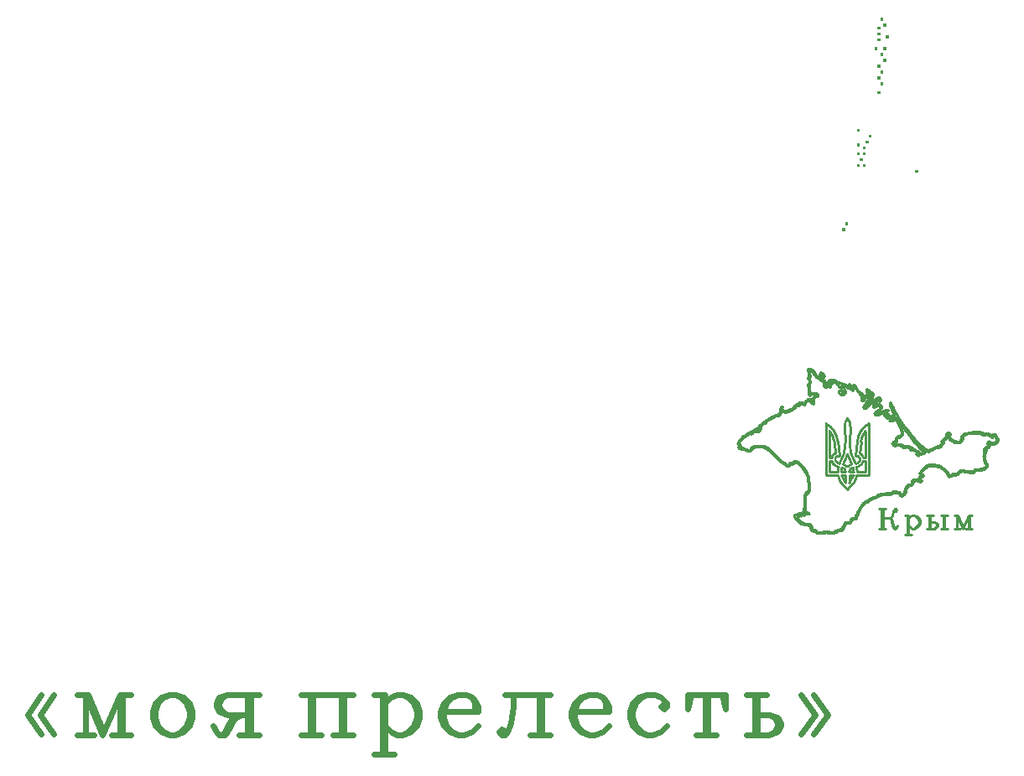
<source format=gto>
G04 start of page 2 for group 1 layer_idx 6 *
G04 Title: (unknown), top_silk *
G04 Creator: pcb-rnd 3.1.5-dev *
G04 CreationDate: 2024-03-26 08:12:32 UTC *
G04 For: STEM4ukraine *
G04 Format: Gerber/RS-274X *
G04 PCB-Dimensions: 393701 393701 *
G04 PCB-Coordinate-Origin: lower left *
%MOIN*%
%FSLAX25Y25*%
%LNTOP_SILK_NONE_1*%
%ADD28C,0.0100*%
%ADD27C,0.0236*%
%ADD26C,0.0001*%
G54D26*G36*
X343671Y298435D02*Y297234D01*
X342471D01*
Y298435D01*
X343671D01*
G37*
G36*
X344833Y296112D02*Y294911D01*
X343632D01*
Y296112D01*
X344833D01*
G37*
G36*
X342510Y294951D02*Y293750D01*
X341309D01*
Y294951D01*
X342510D01*
G37*
G36*
Y292628D02*Y291427D01*
X341309D01*
Y292628D01*
X342510D01*
G37*
G36*
X345994Y291467D02*Y290266D01*
X344793D01*
Y291467D01*
X345994D01*
G37*
G36*
X342510Y290305D02*Y289104D01*
X341309D01*
Y290305D01*
X342510D01*
G37*
G36*
X341349Y286821D02*Y285620D01*
X340148D01*
Y286821D01*
X341349D01*
G37*
G36*
X344833D02*Y285620D01*
X343632D01*
Y286821D01*
X344833D01*
G37*
G36*
X343671Y284498D02*Y283297D01*
X342471D01*
Y284498D01*
X343671D01*
G37*
G36*
X344833Y282175D02*Y280974D01*
X343632D01*
Y282175D01*
X344833D01*
G37*
G36*
X342510Y279852D02*Y278651D01*
X341309D01*
Y279852D01*
X342510D01*
G37*
G36*
Y275207D02*Y274006D01*
X341309D01*
Y275207D01*
X342510D01*
G37*
G36*
Y269400D02*Y268199D01*
X341309D01*
Y269400D01*
X342510D01*
G37*
G36*
X334380Y254301D02*Y253100D01*
X333179D01*
Y254301D01*
X334380D01*
G37*
G36*
X339026Y251978D02*Y250777D01*
X337825D01*
Y251978D01*
X339026D01*
G37*
G36*
X337864Y249655D02*Y248455D01*
X336664D01*
Y249655D01*
X337864D01*
G37*
G36*
X334380Y248494D02*Y247293D01*
X333179D01*
Y248494D01*
X334380D01*
G37*
G36*
X336703Y247333D02*Y246132D01*
X335502D01*
Y247333D01*
X336703D01*
G37*
G36*
X334380Y245010D02*Y243809D01*
X333179D01*
Y245010D01*
X334380D01*
G37*
G36*
Y240364D02*Y239163D01*
X333179D01*
Y240364D01*
X334380D01*
G37*
G36*
X329734Y217136D02*Y215935D01*
X328534D01*
Y217136D01*
X329734D01*
G37*
G36*
X328573Y214813D02*Y213612D01*
X327372D01*
Y214813D01*
X328573D01*
G37*
G36*
X336703Y245010D02*Y243809D01*
X335502D01*
Y245010D01*
X336703D01*
G37*
G36*
Y240364D02*Y239163D01*
X335502D01*
Y240364D01*
X336703D01*
G37*
G36*
X335542Y242687D02*Y241486D01*
X334341D01*
Y242687D01*
X335542D01*
G37*
G36*
X343671Y277529D02*Y276329D01*
X342471D01*
Y277529D01*
X343671D01*
G37*
G36*
Y272884D02*Y271683D01*
X342471D01*
Y272884D01*
X343671D01*
G37*
G36*
X357608Y238041D02*Y236840D01*
X356408D01*
Y238041D01*
X357608D01*
G37*
G54D27*X14000Y29201D02*X8500Y21201D01*
X9000Y29201D02*X3500Y21201D01*
X9000Y13701D01*
X8500Y21201D02*X14000Y13701D01*
X311000Y29201D02*X316500Y21201D01*
X311000Y13701D01*
X316000Y29201D02*X321500Y21201D01*
X316000Y13701D01*
G54D28*X319744Y156258D02*X319667D01*
X319713D02*X319667D01*
X318260Y154820D02*X318092Y154882D01*
X318245Y154744D02*X318260Y154820D01*
X318581D02*X318505Y154851D01*
X319713Y156105D02*X319744Y156258D01*
X318566Y156151D02*X318581D01*
X318673Y156013D02*X318566Y156151D01*
X318734Y156044D02*X318673Y156013D01*
X318505Y155233D02*X318551D01*
X318505Y155172D02*Y155233D01*
X318459Y155096D02*X318505Y155172D01*
X318367Y155203D02*X318459Y155096D01*
X318505Y154851D02*Y154759D01*
X318688Y154912D02*X318612Y154882D01*
X319943Y155218D02*X319774Y154820D01*
X318321Y155172D02*X318367Y155203D01*
X318214Y155417D02*X318321Y155172D01*
X318230Y155417D02*X318214D01*
X318123Y155631D02*X318230Y155417D01*
X318168Y155662D02*X318123Y155631D01*
X318765Y155906D02*X318734Y156044D01*
X318841Y155906D02*X318765D01*
X318796Y155753D02*X318841Y155906D01*
Y155738D02*X318796Y155753D01*
X318719Y155555D02*X318841Y155738D01*
X318734Y155539D02*X318719Y155555D01*
X318566Y155371D02*X318734Y155539D01*
X318597Y155340D02*X318566Y155371D01*
X318535Y155295D02*X318597Y155340D01*
X318551Y155233D02*X318535Y155295D01*
X318612Y154882D02*X318581Y154820D01*
X318704Y154836D02*X318688Y154912D01*
X318780Y154836D02*X318704D01*
X319958Y155203D02*X319943Y155218D01*
X320080Y155524D02*X319958Y155203D01*
X320111Y155524D02*X320080D01*
X320264Y156044D02*X320218Y156029D01*
X320203Y156243D02*X320264Y156044D01*
X320233Y156258D02*X320203Y156243D01*
X320096Y156488D02*X320233Y156258D01*
X320172Y155799D02*X320111Y155524D01*
X320218Y155799D02*X320172D01*
X320218Y156029D02*Y155799D01*
X320111Y156503D02*X320096Y156488D01*
X319943Y156717D02*X320111Y156503D01*
X319958Y156717D02*X319943D01*
X319759Y156916D02*X319958Y156717D01*
X319392Y157237D02*X319591Y157099D01*
X319392Y157252D02*Y157237D01*
X319208Y157344D02*X319392Y157252D01*
X319208Y157375D02*Y157344D01*
X319774Y156931D02*X319759Y156916D01*
X319576Y157084D02*X319774Y156931D01*
X319591Y157099D02*X319576Y157084D01*
X319040Y157405D02*X319208Y157375D01*
X319040Y157451D02*Y157405D01*
X318903Y157436D02*X319040Y157451D01*
X318704D02*X318750Y157421D01*
X318612Y157314D02*X318704Y157451D01*
X318566Y157329D02*X318612Y157314D01*
X318505Y157145D02*X318566Y157329D01*
X318474Y157161D02*X318505Y157145D01*
X318872Y157497D02*X318903Y157436D01*
X318750Y157421D02*X318872Y157497D01*
X318444Y156962D02*X318474Y157161D01*
X318428Y156962D02*X318444D01*
X318428Y156748D02*Y156962D01*
X318398Y156748D02*X318428D01*
X318444Y156534D02*X318398Y156748D01*
X318413Y156518D02*X318444Y156534D01*
X318490Y156335D02*X318413Y156518D01*
X318459Y156319D02*X318490Y156335D01*
X318581Y156151D02*X318459Y156319D01*
X320034Y153750D02*X319851Y153918D01*
X320050Y153765D02*X320034Y153750D01*
X320157Y153597D02*X320050Y153765D01*
X320218Y153627D02*X320157Y153597D01*
X320249Y153490D02*X320218Y153627D01*
X320264Y153490D02*X320249D01*
X320340Y153474D02*X320264Y153490D01*
X320325Y153429D02*X320340Y153474D01*
X320386Y153367D02*X320325Y153429D01*
Y153337D02*X320386Y153367D01*
X320218Y153260D02*X320325Y153337D01*
X320187Y153306D02*X320218Y153260D01*
X320111Y153199D02*X320187Y153306D01*
X320065Y153214D02*X320111Y153199D01*
X320019Y153092D02*X320065Y153214D01*
X319973Y153107D02*X320019Y153092D01*
X319958Y152985D02*X319973Y153107D01*
X319897Y152985D02*X319958D01*
X319927Y152863D02*X319897Y152985D01*
X319866Y152847D02*X319927Y152863D01*
Y152756D02*X319866Y152847D01*
X319881Y152710D02*X319927Y152756D01*
X319973Y152649D02*X319881Y152710D01*
X319943Y152587D02*X319973Y152649D01*
X320050Y152557D02*X319943Y152587D01*
X320050Y152541D02*Y152557D01*
X320141Y152526D02*X320050Y152541D01*
X320157Y152587D02*X320141Y152526D01*
X320218Y152649D02*X320157Y152587D01*
X320233Y152603D02*X320218Y152649D01*
X320111Y152281D02*X320264Y152404D01*
X320050Y152327D02*X320111Y152281D01*
X320004Y152236D02*X320050Y152327D01*
X319943Y152251D02*X320004Y152236D01*
X319866D02*X319943Y152251D01*
X319912Y152113D02*X319866Y152236D01*
X319881Y152083D02*X319912Y152113D01*
X320034Y151914D02*X319881Y152083D01*
X320019Y151884D02*X320034Y151914D01*
X320203Y151761D02*X320019Y151884D01*
X320187Y151716D02*X320203Y151761D01*
X320402Y151654D02*X320187Y151716D01*
X320402Y151608D02*Y151654D01*
X320616Y151608D02*X320402D01*
X320631Y151578D02*X320616Y151608D01*
X320830Y151624D02*X320631Y151578D01*
X321029Y153123D02*X321013Y153138D01*
X321044Y153031D02*X321029Y153123D01*
X320998Y153031D02*X321044D01*
X320983Y152970D02*X320998Y153031D01*
X320922Y152909D02*X320983Y152970D01*
X320845Y151593D02*X320830Y151624D01*
X321029Y151685D02*X320845Y151593D01*
X320891Y152954D02*X320922Y152909D01*
X320830Y152939D02*X320891Y152954D01*
X320814Y153169D02*X320830Y152939D01*
Y153169D02*X320814D01*
X320723Y153658D02*X320692Y153643D01*
X320539Y153903D02*X320723Y153658D01*
X320554Y153918D02*X320539Y153903D01*
X320340Y154132D02*X320554Y153918D01*
X320784Y153383D02*X320830Y153169D01*
X320814Y153398D02*X320784Y153383D01*
X320692Y153643D02*X320814Y153398D01*
X320034Y154392D02*X320340Y154132D01*
X320019Y154377D02*X320034Y154392D01*
X319927Y154484D02*X320019Y154377D01*
X319790Y154668D02*Y154545D01*
X319759Y154668D02*X319790D01*
Y154805D02*X319759Y154668D01*
X319774Y154820D02*X319790Y154805D01*
X319897Y154453D02*X319927Y154484D01*
X319851Y154560D02*X319897Y154453D01*
X319790Y154545D02*X319851Y154560D01*
X320249Y152618D02*X320233Y152603D01*
X320340Y152618D02*X320249D01*
X320417Y152587D02*X320340Y152618D01*
X320356Y152526D02*X320417Y152587D01*
X320386Y152496D02*X320356Y152526D01*
X320264Y152404D02*X320386Y152496D01*
X319744Y156105D02*X319713D01*
X318383Y154759D02*X318245Y154744D01*
X318383Y154729D02*Y154759D01*
X318505D02*X318383Y154729D01*
X318750Y154713D02*X318780Y154836D01*
X318734Y154713D02*X318750D01*
X318184Y93884D02*Y93899D01*
X320325Y94297D02*X320402Y94251D01*
X320249Y94297D02*X320325D01*
X320172Y94266D02*X320249Y94297D01*
X320126Y94190D02*X320172Y94266D01*
X320952Y94205D02*Y94190D01*
X320432Y94175D02*X320952Y94205D01*
X320402Y94251D02*X320432Y94175D01*
X318704Y154576D02*X318734Y154713D01*
X318612Y154576D02*X318704D01*
X318658Y154469D02*X318612Y154576D01*
X318643Y154469D02*X318658D01*
X318581Y154407D02*X318643Y154469D01*
X318704Y154346D02*X318581Y154407D01*
X318688Y154285D02*X318704Y154346D01*
X318872Y154270D02*X318688Y154285D01*
X318872D02*Y154270D01*
X319086Y154239D02*X318872Y154285D01*
X319101Y154270D02*X319086Y154239D01*
X319346Y154178D02*X319101Y154270D01*
X319361Y154193D02*X319346Y154178D01*
X319606Y154056D02*X319361Y154193D01*
X319606Y154071D02*Y154056D01*
X319836Y153903D02*X319606Y154071D01*
X319851Y153918D02*X319836Y153903D01*
X320996Y137020D02*Y116469D01*
X318704Y93945D02*X320432Y94175D01*
X318184Y93899D02*X318704Y93945D01*
X317832Y93869D02*X318184Y93884D01*
X320952Y94190D02*X321044D01*
X320356Y93731D02*X318337Y93471D01*
X320769Y93762D02*X320356Y93731D01*
X320769Y93777D02*Y93762D01*
X317817Y93838D02*X317832Y93869D01*
X317587Y93884D02*X317817Y93838D01*
X316975Y93685D02*X316884Y93838D01*
X316929Y93639D02*X316975Y93685D01*
X317082Y93548D02*X316929Y93639D01*
X317572Y93838D02*X317587Y93884D01*
X317067Y93486D02*X317082Y93548D01*
X317327Y93456D02*X317067Y93486D01*
X317327Y93425D02*Y93456D01*
X317740Y93425D02*X317327D01*
X318337Y93486D02*X317740Y93425D01*
X318337Y93471D02*Y93486D01*
X317128Y94236D02*X317113D01*
X316929Y94511D02*X317128Y94236D01*
X316807Y94052D02*X316792D01*
X316868Y94068D02*X316792Y94052D01*
X317251Y94022D02*X317266Y94037D01*
X317113Y94236D02*X317251Y94022D01*
X316899Y93853D02*X316807Y94052D01*
X316884Y93838D02*X316899Y93853D01*
X316792Y94052D02*X316654Y94328D01*
X317419Y93930D02*X317572Y93838D01*
X317388Y93884D02*X317419Y93930D01*
X317266Y94037D02*X317388Y93884D01*
X316945Y94526D02*X316929Y94511D01*
X316761Y94695D02*X316945Y94526D01*
X316409Y94389D02*X316348Y94404D01*
X316455Y94465D02*X316409Y94389D01*
X316608Y94297D02*X316455Y94465D01*
X316654Y94328D02*X316608Y94297D01*
X316777Y94741D02*X316761Y94695D01*
X316348Y94832D02*X316578Y94863D01*
X316348Y94848D02*Y94832D01*
X316134Y94817D02*X316348Y94848D01*
X316134Y94771D02*Y94817D01*
X315935Y94786D02*X316134Y94771D01*
X316578Y94802D02*X316777Y94741D01*
X316578Y94863D02*Y94802D01*
X315920Y94756D02*X315935Y94786D01*
X315752Y94817D02*X315920Y94756D01*
X315721Y94771D02*X315752Y94817D01*
X315293Y94603D02*X315079Y94756D01*
X315278Y94572D02*X315293Y94603D01*
X315507Y94465D02*X315278Y94572D01*
X315492Y94435D02*X315507Y94465D01*
X315721Y94389D02*X315492Y94435D01*
X315721Y94343D02*Y94389D01*
X315966Y94358D02*X315721Y94343D01*
X315966D02*Y94358D01*
X316211Y94389D02*X315966Y94343D01*
X316226Y94450D02*X316211Y94389D01*
X316409D02*X316226Y94450D01*
X315400Y94970D02*X315431Y94985D01*
X315308Y95169D02*X315400Y94970D01*
X315293Y95154D02*X315308Y95169D01*
X315232Y95383D02*X315293Y95154D01*
X315584Y94878D02*X315721Y94771D01*
X315553Y94848D02*X315584Y94878D01*
X315431Y94985D02*X315553Y94848D01*
X315201Y95368D02*X315232Y95383D01*
X315186Y95643D02*X315201Y95368D01*
Y95643D02*X315186D01*
X315201Y95903D02*X315171D01*
X314727Y95765D02*X314696Y96117D01*
X314758Y95505D02*X314727Y95765D01*
X315171Y95903D02*X315201Y95643D01*
X314727Y95490D02*X314758Y95505D01*
X314819Y95245D02*X314727Y95490D01*
X314788Y95230D02*X314819Y95245D01*
X314941Y95001D02*X314788Y95230D01*
X314911Y94985D02*X314941Y95001D01*
X315094Y94786D02*X314911Y94985D01*
X315079Y94756D02*X315094Y94786D01*
X314696Y96882D02*X314880Y96683D01*
X314238Y96591D02*X313901Y96775D01*
X314268Y96622D02*X314238Y96591D01*
X314482Y96377D02*X314268Y96622D01*
X314528Y96408D02*X314482Y96377D01*
X315033Y96438D02*X315018Y96423D01*
X314865Y96668D02*X315033Y96438D01*
X314880Y96683D02*X314865Y96668D01*
X314650Y96102D02*X314528Y96408D01*
X314696Y96117D02*X314650Y96102D01*
X315109Y96163D02*X315201Y95903D01*
X315140Y96178D02*X315109Y96163D01*
X315018Y96423D02*X315140Y96178D01*
X314712Y96897D02*X314696Y96882D01*
X314498Y97050D02*X314712Y96897D01*
X314513Y97081D02*X314498Y97050D01*
X312907Y97280D02*X313136D01*
X312907Y97264D02*Y97280D01*
X313442Y96882D02*X312876Y96989D01*
X314085Y97295D02*Y97264D01*
X313136Y97280D02*X314085Y97295D01*
X313457Y96897D02*X313442Y96882D01*
X313901Y96744D02*X313457Y96897D01*
X313901Y96775D02*Y96744D01*
X314299Y97188D02*X314513Y97081D01*
X314314Y97218D02*X314299Y97188D01*
X314085Y97264D02*X314314Y97218D01*
X312693Y97295D02*X312907Y97264D01*
X312677D02*X312693Y97295D01*
X312509Y97341D02*X312677Y97264D01*
X312310Y97494D02*X312295Y97463D01*
X312173Y97570D02*X312310Y97494D01*
X312188Y97601D02*X312173Y97570D01*
X312004Y97647D02*X312188Y97601D01*
X312494Y97295D02*X312509Y97341D01*
X312387Y97371D02*X312494Y97295D01*
X312295Y97463D02*X312387Y97371D01*
X312876Y96989D02*X312157Y97065D01*
X312004Y97677D02*Y97647D01*
X311806Y97693D02*X312004Y97677D01*
X311806D02*Y97693D01*
X310796Y97509D02*X310689Y97708D01*
X310796Y97524D02*Y97509D01*
X310842Y97417D02*X310796Y97524D01*
X311683Y97708D02*X311806Y97677D01*
X311683D02*Y97708D01*
X310781Y97371D02*X310842Y97417D01*
X310903Y97280D02*X310781Y97371D01*
X312157Y97050D02*X311301Y97111D01*
X312157Y97065D02*Y97050D01*
X310888Y97234D02*X310903Y97280D01*
X311087Y97173D02*X310888Y97234D01*
X311071Y97142D02*X311087Y97173D01*
X311301Y97111D02*X311071Y97142D01*
X310230Y98687D02*X310689Y98259D01*
X310368Y97999D02*X309955Y98411D01*
X310383Y98014D02*X310368Y97999D01*
X310658Y97693D02*X310383Y98014D01*
X310689Y97708D02*X310658Y97693D01*
X311133Y97922D02*X311148Y97937D01*
X310704Y98259D02*X311133Y97922D01*
X310689Y98259D02*X310704D01*
X311530Y97738D02*X311683Y97677D01*
X311515Y97708D02*X311530Y97738D01*
X311148Y97937D02*X311515Y97708D01*
X310215Y98687D02*X310230D01*
X309664Y99253D02*X310215Y98687D01*
X309664Y99237D02*Y99253D01*
X309955Y98411D02*X309450Y98870D01*
X309404Y99559D02*X309664Y99237D01*
X309037Y99268D02*X308685Y99635D01*
X309022Y99268D02*X309037D01*
X309450Y98870D02*X309022Y99268D01*
X309205Y99635D02*X309282Y99620D01*
X309236Y99696D02*X309205Y99635D01*
Y99712D02*X309236Y99696D01*
X309159Y99788D02*X309205Y99712D01*
X308701Y99650D02*X308425Y99987D01*
X308685Y99635D02*X308701Y99650D01*
X309358Y99543D02*X309404Y99559D01*
X309328Y99635D02*X309358Y99543D01*
X309282Y99620D02*X309328Y99635D01*
X309251Y99819D02*X309159Y99788D01*
X309236Y99849D02*X309251Y99819D01*
X309389Y99849D02*X309236D01*
X309618Y99865D02*X309389Y99849D01*
X309634Y99819D02*X309618Y99865D01*
X309787Y99849D02*X309771Y99880D01*
X308441Y99987D02*X308272Y100278D01*
X308425Y99987D02*X308441D01*
X309771Y99880D02*X309634Y99819D01*
X309863Y99803D02*X309787Y99849D01*
X309894Y99941D02*X309863Y99803D01*
X309970Y99941D02*X309894D01*
X309924Y100140D02*X309970Y99941D01*
X309894Y100308D02*X309924Y100140D01*
X309848Y100308D02*X309894D01*
X309832Y100522D02*X309787Y100446D01*
X309817Y100522D02*X309832D01*
X309771Y100583D02*X309817Y100522D01*
X309848Y100629D02*X309771Y100583D01*
X309817Y100706D02*X309848Y100629D01*
Y100430D02*Y100308D01*
X309787Y100446D02*X309848Y100430D01*
X309940Y100706D02*X309817D01*
X309940Y100752D02*Y100706D01*
X310077Y100721D02*X309940Y100752D01*
X310092D02*X310077Y100721D01*
X310490Y100583D02*X310092Y100752D01*
X310689Y100492D02*X310490Y100583D01*
X310674Y100446D02*X310689Y100492D01*
X310796Y100430D02*X310674Y100446D01*
X310811Y100354D02*X310796Y100430D01*
X310857Y100293D02*X310811Y100354D01*
X310903Y100385D02*X310857Y100293D01*
X310918Y100369D02*X310903Y100385D01*
X310995Y100354D02*X310918Y100369D01*
X310949Y100813D02*X310995Y100798D01*
X311010Y100889D02*X310949Y100813D01*
X310964Y100966D02*X311010Y100889D01*
X311041Y100996D02*X310964Y100966D01*
X310995Y100660D02*Y100354D01*
X310964Y100675D02*X310995Y100660D01*
Y100798D02*X310964Y100675D01*
X311041Y101012D02*Y100996D01*
X311270Y101073D02*X311041Y101012D01*
X311286Y101042D02*X311270Y101073D01*
X311637Y101302D02*X311653Y101226D01*
X311714Y101287D02*X311637Y101302D01*
X311653Y101226D02*X311286Y101042D01*
X311729Y101333D02*X311714Y101287D01*
X311775Y101394D02*X311729Y101333D01*
X311836Y101318D02*X311775Y101394D01*
X311897Y101348D02*X311836Y101318D01*
X311928Y101211D02*X311897Y101348D01*
X311943Y101073D02*X311928Y101211D01*
X311897Y101058D02*X311943Y101073D01*
Y100966D02*X311897Y101058D01*
X311882Y100935D02*X311943Y100966D01*
X311959Y100874D02*X311882Y100935D01*
X311913Y100798D02*X311959Y100874D01*
X311989Y100782D02*X311913Y100798D01*
X311989Y100706D02*Y100782D01*
X312066Y100721D02*X311989Y100706D01*
X312096Y100675D02*X312066Y100721D01*
X312173Y100736D02*X312096Y100675D01*
X312203Y100706D02*X312173Y100736D01*
X312371Y100935D02*X312387Y100920D01*
X312463Y101088D02*X312371Y100935D01*
X312417Y101149D02*X312463Y101088D01*
X312586Y101226D02*X312417Y101149D01*
X312295Y100798D02*X312203Y100706D01*
X312310Y100782D02*X312295Y100798D01*
X312387Y100920D02*X312310Y100782D01*
X312570Y101287D02*X312586Y101226D01*
X312815Y101302D02*X312570Y101287D01*
X312815Y101333D02*Y101302D01*
X313197Y101272D02*X312815Y101333D01*
X313519Y101226D02*X313197Y101272D01*
X313519Y101211D02*Y101226D01*
X313748Y101211D02*X313519D01*
X313763Y101165D02*X313748Y101211D01*
X313901D02*X313763Y101165D01*
X313916Y101180D02*X313901Y101211D01*
X313978Y101119D02*X313916Y101180D01*
X314023Y101211D02*X313978Y101119D01*
X314054Y101195D02*X314023Y101211D01*
X314069Y101455D02*X314161Y101348D01*
X314100Y101486D02*X314069Y101455D01*
X313962Y101608D02*X314100Y101486D01*
X313962Y101623D02*Y101608D01*
X314146Y101195D02*X314054D01*
X314100Y101318D02*X314146Y101195D01*
X314161Y101348D02*X314100Y101318D01*
X313794Y101731D02*X313962Y101623D01*
X313809Y101746D02*X313794Y101731D01*
X313366Y101914D02*X313809Y101746D01*
X312892Y102006D02*X313136Y101991D01*
X312892Y102021D02*Y102006D01*
X312356Y102021D02*X312892D01*
X312356Y101975D02*Y102021D01*
X313366Y101929D02*Y101914D01*
X313136Y101975D02*X313366Y101929D01*
X313136Y101991D02*Y101975D01*
X312310Y101914D02*X312356Y101975D01*
X312234Y101868D02*X312310Y101914D01*
X312157Y101884D02*X312234Y101868D01*
X312784Y103948D02*X312769D01*
Y104698D02*X312784Y103948D01*
Y104698D02*X312769D01*
X312234Y103902D02*X312326Y104728D01*
X312249Y103902D02*X312234D01*
X312662Y103367D02*X312509Y102817D01*
X312693Y103367D02*X312662D01*
X312769Y103948D02*X312693Y103367D01*
X312096Y103168D02*X312249Y103902D01*
X312111Y103168D02*X312096D01*
X312004Y102862D02*X312111Y103168D01*
X312020Y102847D02*X312004Y102862D01*
X311882Y102572D02*X312020Y102847D01*
X311897Y102556D02*X311882Y102572D01*
X311760Y102312D02*X311897Y102556D01*
X311775Y102312D02*X311760D01*
X311622Y102098D02*X311775Y102312D01*
X312494Y102817D02*X312157Y101884D01*
X312509Y102817D02*X312494D01*
X311637Y102082D02*X311622Y102098D01*
X311469Y101914D02*X311637Y102082D01*
X311484Y101899D02*X311469Y101914D01*
X311133Y101639D02*X311117Y101669D01*
X310918Y101608D02*X311133Y101639D01*
X310689Y101578D02*X310918Y101608D01*
X310689D02*Y101578D01*
X311301Y101776D02*X311484Y101899D01*
X311316Y101746D02*X311301Y101776D01*
X311117Y101669D02*X311316Y101746D01*
X310398Y101516D02*X310689Y101608D01*
X310383Y101516D02*X310398D01*
X310062Y101394D02*X310383Y101516D01*
X309159Y100920D02*X309756Y101226D01*
X308915Y100798D02*Y100813D01*
X308747Y100752D02*X308915Y100798D01*
X308532Y100721D02*X308747Y100752D01*
X309756Y101226D02*X310062Y101394D01*
X309159Y100905D02*Y100920D01*
X308915Y100813D02*X309159Y100905D01*
X308502Y100782D02*X308532Y100721D01*
X308441Y100736D02*X308502Y100782D01*
X308395Y100767D02*X308441Y100736D01*
X308349Y100706D02*X308395Y100767D01*
X308272Y100721D02*X308349Y100706D01*
X308272Y100553D02*Y100721D01*
X308211Y100538D02*X308272Y100553D01*
X308303Y100293D02*X308211Y100538D01*
X308272Y100278D02*X308303Y100293D01*
X312693Y105738D02*X312784Y104698D01*
X312310Y104728D02*Y105631D01*
X312326Y104728D02*X312310D01*
X312586Y107176D02*X312693Y105738D01*
X312203Y106594D02*X312157Y107191D01*
X312295Y105631D02*X312203Y106594D01*
X312310Y105631D02*X312295D01*
X312586Y107650D02*Y107176D01*
X312173Y107191D02*X312188Y107787D01*
X312157Y107191D02*X312173D01*
X312601Y107986D02*X312540Y107895D01*
X312632Y107986D02*X312601D01*
X312693Y108139D02*X312632Y107986D01*
X312708Y108139D02*X312693D01*
X312555Y107650D02*X312586D01*
X312601Y107864D02*X312555Y107650D01*
X312540Y107895D02*X312601Y107864D01*
X312800Y108568D02*X312708Y108139D01*
X312264Y108338D02*X312371Y108858D01*
X312249Y108353D02*X312264Y108338D01*
X312188Y107787D02*X312249Y108353D01*
X312861Y108797D02*X312800Y108568D01*
X312830Y108812D02*X312861Y108797D01*
X313029Y109210D02*X313060Y109179D01*
X313213Y109302D02*X313029Y109210D01*
X312555Y109286D02*X312723Y109623D01*
X312524Y109286D02*X312555D01*
X313060Y109179D02*X312907Y109026D01*
X313197Y109317D02*X313213Y109302D01*
X313503Y109439D02*X313197Y109317D01*
X312387Y108858D02*X312524Y109286D01*
X312371Y108858D02*X312387D01*
X312937Y108996D02*X312830Y108812D01*
X312907Y109026D02*X312937Y108996D01*
X313534Y109393D02*X313503Y109439D01*
X313763Y109592D02*X313534Y109393D01*
X313809Y109562D02*X313763Y109592D01*
X314238Y110801D02*X314222D01*
X314268Y111489D02*X314238Y110801D01*
X313809Y111045D02*X313840Y111504D01*
X313825Y111045D02*X313809D01*
X313748Y110663D02*X313825Y111045D01*
X314161Y110250D02*X314130Y110265D01*
X314222Y110801D02*X314161Y110250D01*
X313763Y110648D02*X313748Y110663D01*
X313656Y110342D02*X313763Y110648D01*
X313687Y110326D02*X313656Y110342D01*
X313549Y110112D02*X313687Y110326D01*
X313580Y110066D02*X313549Y110112D01*
X313121Y109791D02*X313228Y109822D01*
X313106Y109837D02*X313121Y109791D01*
X313412Y109929D02*X313580Y110066D01*
X313442Y109868D02*X313412Y109929D01*
X313228Y109822D02*X313442Y109868D01*
X312999Y109776D02*X313106Y109837D01*
X312953Y109822D02*X312999Y109776D01*
X312754Y109608D02*X312953Y109822D01*
X312723Y109623D02*X312754Y109608D01*
X313978Y109868D02*X313809Y109562D01*
X314008Y109852D02*X313978Y109868D01*
X314130Y110265D02*X314008Y109852D01*
X314238Y112330D02*X314268Y111489D01*
X314253Y112330D02*X314238D01*
X313825Y111504D02*X313840Y112040D01*
Y111504D02*X313825D01*
X314176Y113355D02*X314253Y112330D01*
X314039Y114854D02*X314176Y113355D01*
X314054Y114854D02*X314039D01*
X313794Y112636D02*X313580Y115282D01*
X313794Y112651D02*Y112636D01*
X313825Y112040D02*X313794Y112651D01*
X313840Y112040D02*X313825D01*
X313289Y117576D02*X313672Y116720D01*
X313305Y117592D02*X313289Y117576D01*
X313305Y116475D02*X313075Y117102D01*
X313320Y116490D02*X313305Y116475D01*
X313473Y115879D02*X313320Y116490D01*
X313488Y115879D02*X313473D01*
X313809Y116322D02*X313794D01*
X313672Y116720D02*X313809Y116322D01*
X313886Y115894D02*X314054Y114854D01*
X313901Y115894D02*X313886D01*
X313794Y116322D02*X313901Y115894D01*
X313580Y115282D02*X313488Y115879D01*
X312937Y118249D02*X313305Y117592D01*
X312953Y118249D02*X312937D01*
X313060Y117102D02*X312769Y117729D01*
X313075Y117102D02*X313060D01*
X312463Y118953D02*X312953Y118249D01*
X312371Y118357D02*X311928Y118999D01*
X312754Y117729D02*X312371Y118357D01*
X312769Y117729D02*X312754D01*
X312463Y118968D02*Y118953D01*
X311301Y120391D02*Y120375D01*
X310689Y121018D02*X311301Y120391D01*
X310704Y121018D02*X310689D01*
X310108Y121538D02*X310704Y121018D01*
X311897Y119687D02*X312463Y118968D01*
X311913Y119687D02*X311897D01*
X311301Y120375D02*X311913Y119687D01*
X311408Y119641D02*X310827Y120284D01*
X311913Y118999D02*X311408Y119641D01*
X311928Y118999D02*X311913D01*
X310123Y121553D02*X310108Y121538D01*
X309603Y121936D02*X310123Y121553D01*
X309618Y121951D02*X309603Y121936D01*
X309221Y122196D02*Y122165D01*
X308930Y122226D02*X309221Y122196D01*
X308930Y122272D02*Y122226D01*
X308655Y122242D02*X308930Y122272D01*
X309389Y122073D02*X309618Y121951D01*
X309404Y122089D02*X309389Y122073D01*
X309221Y122165D02*X309404Y122089D01*
X308639Y122272D02*X308655Y122242D01*
X308364Y122165D02*X308639Y122272D01*
X308349Y122180D02*X308364Y122165D01*
X307508Y121645D02*X307798Y121798D01*
X307523Y121630D02*X307508Y121645D01*
X307232Y121538D02*X307523Y121630D01*
X307232Y121507D02*Y121538D01*
X308058Y121981D02*X308349Y122180D01*
X307783Y121813D02*X308058Y121981D01*
X307798Y121798D02*X307783Y121813D01*
X307003Y121477D02*X307232Y121507D01*
X306789Y121431D02*X307003Y121477D01*
X306773D02*X306789Y121431D01*
X306360Y121278D02*X306544Y121416D01*
X306330Y121309D02*X306360Y121278D01*
X306208Y121140D02*X306330Y121309D01*
X306192Y121140D02*X306208D01*
X306085Y120957D02*X306192Y121140D01*
X306559Y121385D02*X306773Y121477D01*
X306544Y121416D02*X306559Y121385D01*
X306100Y120941D02*X306085Y120957D01*
X305978Y120819D02*X306100Y120941D01*
X306009Y120773D02*X305978Y120819D01*
X305749Y120574D02*Y120636D01*
X305580Y120605D02*X305749Y120574D01*
X305580D02*Y120605D01*
X305412Y120651D02*X305580Y120574D01*
X305871Y120712D02*X306009Y120773D01*
X305886Y120651D02*X305871Y120712D01*
X305749Y120636D02*X305886Y120651D01*
X305397Y120620D02*X305412Y120651D01*
X304862Y120528D02*X304724Y120727D01*
X304831Y120498D02*X304862Y120528D01*
X305014Y120360D02*X304831Y120498D01*
X305213Y120758D02*X305397Y120620D01*
X304999Y120330D02*X305014Y120360D01*
X305198Y120253D02*X304999Y120330D01*
X305198Y120207D02*Y120253D01*
X305427Y120177D02*X305198Y120207D01*
X305412Y120146D02*X305427Y120177D01*
X305642Y120161D02*X305412Y120146D01*
X305657Y120131D02*X305642Y120161D01*
X305871Y120207D02*X305657Y120131D01*
X305886Y120177D02*X305871Y120207D01*
X306070Y120314D02*X305886Y120177D01*
X306100Y120268D02*X306070Y120314D01*
X306238Y120467D02*X306100Y120268D01*
X306360Y120636D02*X306238Y120467D01*
X306330Y120651D02*X306360Y120636D01*
X306498Y120788D02*X306330Y120651D01*
X305198Y120743D02*X305213Y120758D01*
X304494Y121400D02*X304479Y121385D01*
X304127Y121630D02*X304494Y121400D01*
X304250Y121110D02*X303913Y121324D01*
X304800Y121156D02*X304785Y121140D01*
X304479Y121385D02*X304800Y121156D01*
X304265Y121125D02*X304250Y121110D01*
X304525Y120896D02*X304265Y121125D01*
X304556Y120926D02*X304525Y120896D01*
X304709Y120712D02*X304556Y120926D01*
X304724Y120727D02*X304709Y120712D01*
X305014Y120926D02*X305198Y120743D01*
X305014Y120941D02*Y120926D01*
X304785Y121140D02*X305014Y120941D01*
X306483Y120819D02*X306498Y120788D01*
X306666Y120911D02*X306483Y120819D01*
X306651Y120957D02*X306666Y120911D01*
X306835Y120987D02*X306651Y120957D01*
X306835Y121003D02*Y120987D01*
X307018Y121018D02*X306835Y121003D01*
X307018D02*Y121018D01*
X307232Y121048D02*X307018Y121003D01*
X307232Y121033D02*Y121048D01*
X307691Y121201D02*X307232Y121033D01*
X307691Y121186D02*Y121201D01*
X308119Y121400D02*X308104Y121416D01*
X307691Y121186D01*
X308272Y121523D02*X308119Y121400D01*
X308303Y121507D02*X308272Y121523D01*
X308410Y121630D02*X308303Y121507D01*
X308395Y121645D02*X308410Y121630D01*
X308517Y121752D02*X308395Y121645D01*
X308486Y121829D02*X308517Y121752D01*
X308670Y121844D02*X308486Y121829D01*
X308670Y121905D02*Y121844D01*
X308899Y121829D02*X308670Y121905D01*
X308899Y121859D02*Y121829D01*
X309175Y121706D02*X308899Y121859D01*
X309190Y121721D02*X309175Y121706D01*
X309511Y121492D02*X309190Y121721D01*
X309527Y121492D02*X309511D01*
X309894Y121171D02*X309527Y121492D01*
X309909Y121186D02*X309894Y121171D01*
X310811Y120284D02*X309909Y121186D01*
X310827Y120284D02*X310811D01*
X303760Y121829D02*X304127Y121630D01*
X303347Y122073D02*X303760Y121829D01*
X303118Y121767D02*X302628Y122119D01*
X303103Y121752D02*X303118Y121767D01*
X303531Y121507D02*X303103Y121752D01*
X303898Y121324D02*X303531Y121507D01*
X303913Y121324D02*X303898D01*
X303332Y122058D02*X303347Y122073D01*
X300074Y125408D02*X300732Y124735D01*
X300456Y124444D02*X299202Y125683D01*
X300456Y124459D02*Y124444D01*
X301894Y123404D02*X302353Y122899D01*
X301344Y124062D02*X301894Y123404D01*
X300732Y124735D02*X301344Y124062D01*
X301084Y123786D02*X300456Y124459D01*
X301695Y123083D02*X301084Y123786D01*
X302154Y122593D02*X301695Y123083D01*
X302139Y122578D02*X302154Y122593D01*
X302858Y122440D02*X303332Y122058D01*
X302843Y122440D02*X302858D01*
X302353Y122899D02*X302843Y122440D01*
X302628Y122134D02*X302139Y122578D01*
X302628Y122119D02*Y122134D01*
X299401Y126050D02*X300074Y125408D01*
X298743Y126631D02*X299401Y126050D01*
X299202Y125683D02*X298606Y126218D01*
X298116Y127136D02*X298743Y126631D01*
X297107Y127840D02*X297566Y127564D01*
X297107Y127855D02*Y127840D01*
X296587Y128069D02*X297107Y127855D01*
X296602Y128084D02*X296587Y128069D01*
X298116Y127151D02*Y127136D01*
X297566Y127549D02*X298116Y127151D01*
X297566Y127564D02*Y127549D01*
X296036Y128222D02*X296602Y128084D01*
X296036Y128237D02*Y128222D01*
X295363Y128314D02*X296036Y128237D01*
X294522Y128360D02*Y128344D01*
X293589D02*X294522Y128360D01*
X293237Y128314D02*X293589Y128344D01*
X293237Y128329D02*Y128314D01*
X292931Y128268D02*X293237Y128329D01*
X292931Y128298D02*Y128268D01*
X295363Y128329D02*Y128314D01*
X294522Y128344D02*X295363Y128329D01*
X292656Y128207D02*X292931Y128298D01*
X292656Y128222D02*Y128207D01*
X292381Y128100D02*X292656Y128222D01*
X292381Y128115D02*Y128100D01*
X291753Y127748D02*X292381Y128115D01*
X291753Y127763D02*Y127748D01*
X290775Y127029D02*X291004Y127243D01*
X290744Y127060D02*X290775Y127029D01*
X290652Y126937D02*X290744Y127060D01*
X290637Y126952D02*X290652Y126937D01*
X290606Y126861D02*X290637Y126952D01*
X291004Y127228D02*X291753Y127763D01*
X291004Y127243D02*Y127228D01*
X290668Y126800D02*X290606Y126861D01*
X290576Y126754D02*X290668Y126800D01*
X290591Y126708D02*X290576Y126754D01*
X290300Y126601D02*Y126631D01*
X289979Y126662D02*X290300Y126601D01*
X289964Y126631D02*X289979Y126662D01*
X289826Y126692D02*X289964Y126631D01*
X290453Y126677D02*X290591Y126708D01*
X290469Y126647D02*X290453Y126677D01*
X290300Y126631D02*X290469Y126647D01*
X289796D02*X289826Y126692D01*
X289704Y126738D02*X289796Y126647D01*
X289719Y126754D02*X289704Y126738D01*
X289245Y127029D02*Y127014D01*
X289000Y127044D02*X289245Y127029D01*
X289199Y126463D02*X287838Y126907D01*
X289474Y126968D02*Y126937D01*
X289245Y127014D02*X289474Y126968D01*
X289643Y126356D02*X289199Y126463D01*
X289627Y126325D02*X289643Y126356D01*
X289979Y126310D02*X289627Y126325D01*
X289979Y126264D02*Y126310D01*
X290270Y126325D02*X289979Y126264D01*
X290285Y126279D02*X290270Y126325D01*
X290576Y126417D02*X290285Y126279D01*
X290576Y126402D02*Y126417D01*
X290912Y126631D02*X290576Y126402D01*
X291340Y126937D02*X290912Y126631D01*
X291325Y126952D02*X291340Y126937D01*
X289612Y126830D02*X289719Y126754D01*
X289643Y126876D02*X289612Y126830D01*
X289474Y126937D02*X289643Y126876D01*
X288740Y127060D02*X289000Y127044D01*
X288740D02*Y127060D01*
X288511Y127090D02*X288740Y127044D01*
X288511Y127075D02*Y127090D01*
X288343Y127136D02*X288511Y127075D01*
X288128Y127304D02*X288113Y127258D01*
X287960Y127381D02*X288128Y127304D01*
X287960Y127396D02*Y127381D01*
X287731Y127442D02*X287960Y127396D01*
X288312Y127090D02*X288343Y127136D01*
X288205Y127182D02*X288312Y127090D01*
X288113Y127258D02*X288205Y127182D01*
X287731Y127457D02*Y127442D01*
X287471Y127488D02*X287731Y127457D01*
X287073Y127503D02*X287471Y127488D01*
X287241Y127060D02*X286599Y127212D01*
X287257Y127060D02*X287241D01*
X287838Y126891D02*X287257Y127060D01*
X287838Y126907D02*Y126891D01*
X286859Y127518D02*X286920Y127457D01*
X286844Y127518D02*X286859D01*
X286782Y127472D02*X286844Y127518D01*
X286752Y127564D02*X286782Y127472D01*
X287073D02*Y127503D01*
X286951Y127518D02*X287073Y127472D01*
X286920Y127457D02*X286951Y127518D01*
X286691Y127549D02*X286752Y127564D01*
X286064Y127534D02*X286002Y127641D01*
X286018Y127488D02*X286064Y127534D01*
X286155Y127396D02*X286018Y127488D01*
X286706Y127671D02*X286691Y127549D01*
X286140Y127365D02*X286155Y127396D01*
X286339Y127289D02*X286140Y127365D01*
X286339Y127274D02*Y127289D01*
X286599Y127212D02*X286339Y127274D01*
X286660Y127687D02*X286706Y127671D01*
X286981Y128161D02*X286905D01*
X286966Y128344D02*X286981Y128161D01*
X287012Y128360D02*X286966Y128344D01*
X286920Y128558D02*X287012Y128360D01*
X286828Y127993D02*X286660Y127687D01*
X286844Y127993D02*X286828D01*
X286905Y128161D02*X286844Y127993D01*
X292029Y127457D02*X291325Y126952D01*
X292013Y127457D02*X292029D01*
X292289Y127625D02*X292013Y127457D01*
X292289Y127641D02*Y127625D01*
X292549Y127748D02*X292289Y127641D01*
X292549Y127763D02*Y127748D01*
X292839Y127840D02*X292549Y127763D01*
X292839Y127855D02*Y127840D01*
X293191Y127885D02*X292839Y127855D01*
X293191Y127901D02*Y127885D01*
X294201Y127916D02*X293191Y127901D01*
X295149D02*X294201Y127916D01*
X295149D02*Y127901D01*
X295501Y127885D02*X295149Y127916D01*
X295822Y127840D02*X295501Y127885D01*
X295822Y127855D02*Y127840D01*
X296113Y127778D02*X295822Y127855D01*
X296113Y127794D02*Y127778D01*
X296388Y127671D02*X296113Y127794D01*
X296403Y127687D02*X296388Y127671D01*
X297015Y127365D02*X296403Y127687D01*
X297030Y127381D02*X297015Y127365D01*
X297489Y127075D02*X297030Y127381D01*
X297504Y127075D02*X297489D01*
X298025Y126692D02*X297504Y127075D01*
X298590Y126218D02*X298025Y126692D01*
X298606Y126218D02*X298590D01*
X286951Y128574D02*X286920Y128558D01*
X286752Y128803D02*X286951Y128574D01*
X286018Y129874D02*X286339Y130348D01*
X286002Y129889D02*X286018Y129874D01*
X285911Y129690D02*X286002Y129889D01*
X285880Y129690D02*X285911D01*
X285849Y129537D02*X285880Y129690D01*
X285804Y129537D02*X285849D01*
X285834Y129277D02*X285804Y129537D01*
X286584Y129017D02*X286752Y128803D01*
X285834Y129048D02*X285880Y129079D01*
X285972Y128910D02*X285834Y129048D01*
X285941Y128864D02*X285972Y128910D01*
X286400Y128681D02*X286155Y128757D01*
X286415Y128711D02*X286400Y128681D01*
X286492Y128666D02*X286415Y128711D01*
X286538Y128727D02*X286492Y128666D01*
X286568Y128681D02*X286538Y128727D01*
X286584Y128696D02*X286568Y128681D01*
X286675Y128696D02*X286584D01*
X286660Y128635D02*X286675Y128696D01*
X286721Y128620D02*X286660Y128635D01*
X286675Y128543D02*X286721Y128620D01*
X286691Y128528D02*X286675Y128543D01*
X286507Y128298D02*X286691Y128528D01*
X286339Y128100D02*X286507Y128298D01*
X286324Y128100D02*X286339D01*
X286171Y127947D02*X286201Y127931D01*
X286324Y128100D01*
X286125Y127794D02*X286171Y127947D01*
X286064Y127794D02*X286125D01*
X286064Y127671D02*Y127794D01*
X286002Y127641D02*X286064Y127671D01*
X285788Y129262D02*X285834Y129277D01*
X285880Y129079D02*X285788Y129262D01*
X286155Y128773D02*X285941Y128864D01*
X286155Y128757D02*Y128773D01*
X286385Y129369D02*X286415Y129170D01*
X286324Y129369D02*X286385D01*
Y129599D02*X286324Y129369D01*
X286354Y129614D02*X286385Y129599D01*
X286568Y128987D02*X286584Y129017D01*
X286461Y129186D02*X286568Y128987D01*
X286415Y129170D02*X286461Y129186D01*
X286492Y129874D02*X286354Y129614D01*
X286477Y129889D02*X286492Y129874D01*
X286721Y130195D02*X286477Y129889D01*
X286706Y130195D02*X286721D01*
X286354Y130333D02*X286828Y130899D01*
X286339Y130348D02*X286354Y130333D01*
X287501Y131036D02*X287517D01*
X287945Y131449D02*X287501Y131036D01*
X288465Y131878D02*Y131862D01*
X287945Y131449D01*
X288113Y132092D02*X288847Y132673D01*
X288113Y132107D02*Y132092D01*
X287517Y131036D02*X286706Y130195D01*
X289016Y132275D02*X288465Y131878D01*
X289016Y132291D02*Y132275D01*
X287440Y131495D02*X288113Y132107D01*
X287425Y131495D02*X287440D01*
X286828Y130899D02*X287425Y131495D01*
X289566Y132658D02*X289016Y132291D01*
X288847Y132673D02*X289582Y133178D01*
X290071Y132964D02*X289566Y132658D01*
X289582Y133178D02*X290270Y133591D01*
X290071Y132979D02*Y132964D01*
X290484Y133193D02*X290071Y132979D01*
X290484Y133224D02*Y133193D01*
X290744Y133376D02*X290759Y133315D01*
X290484Y133224D01*
X290820Y133361D02*X290744Y133376D01*
X290851Y133438D02*X290820Y133361D01*
X290897Y133484D02*X290851Y133438D01*
X290285Y133575D02*X291524Y134248D01*
X290270Y133591D02*X290285Y133575D01*
X290928Y133438D02*X290897Y133484D01*
X290973Y133468D02*X290928Y133438D01*
X291004Y133331D02*X290973Y133468D01*
X290989Y133331D02*X291004D01*
X290928Y133285D02*X290989Y133331D01*
X291004Y133208D02*X290928Y133285D01*
X290989Y133208D02*X291004D01*
X290958Y133132D02*X290989Y133208D01*
X291080Y133116D02*X290958Y133132D01*
X291080Y133055D02*Y133116D01*
X291218Y133086D02*X291080Y133055D01*
X291233D02*X291218Y133086D01*
X291371Y133116D02*X291233Y133055D01*
X291386Y133101D02*X291371Y133116D01*
X291524Y133208D02*X291386Y133101D01*
X291555Y133193D02*X291524Y133208D01*
X291784Y133499D02*X291799D01*
X291677Y133331D02*X291555Y133193D01*
X291708Y133315D02*X291677Y133331D01*
X291799Y133499D02*X291708Y133315D01*
X291922Y133728D02*X291784Y133499D01*
X291891Y133759D02*X291922Y133728D01*
X292121Y134004D02*X291891Y133759D01*
X291524Y134248D02*X292549Y134830D01*
X292105Y134019D02*X292121Y134004D01*
X292365Y134248D02*X292105Y134019D01*
X292350Y134264D02*X292365Y134248D01*
X292641Y134447D02*X292350Y134264D01*
X292641Y134462D02*Y134447D01*
X293038Y134661D02*X292641Y134462D01*
X293038Y134677D02*Y134661D01*
X293207Y134738D02*X293038Y134677D01*
X292549Y134830D02*X292977Y135059D01*
X293207Y134570D02*X293405Y134814D01*
X293191Y134570D02*X293207D01*
X293008Y134340D02*X293191Y134570D01*
X292977Y134371D02*X293008Y134340D01*
X292916Y134218D02*X292977Y134371D01*
X292824Y134233D02*X292916Y134218D01*
X292839Y134172D02*X292824Y134233D01*
X292763Y134141D02*X292839Y134172D01*
X292794Y134095D02*X292763Y134141D01*
X292748Y134049D02*X292794Y134095D01*
X292885Y133973D02*X292748Y134049D01*
X292885Y133942D02*Y133973D01*
X293054Y133897D02*X292885Y133942D01*
X293038Y133866D02*X293054Y133897D01*
X292992Y135044D02*X293375Y135181D01*
X292977Y135059D02*X292992Y135044D01*
X293222Y133851D02*X293038Y133866D01*
X293222Y133820D02*Y133851D01*
X293405D02*X293222Y133820D01*
X293405D02*Y133851D01*
X293589Y133881D02*X293405Y133820D01*
X293604Y133851D02*X293589Y133881D01*
X293971Y134034D02*X293604Y133851D01*
X293987Y134004D02*X293971Y134034D01*
X293757Y135166D02*X294124Y135135D01*
X293757Y135197D02*Y135166D01*
X293390Y135151D02*X293757Y135197D01*
X293375Y135181D02*X293390Y135151D01*
X294323Y134279D02*X293987Y134004D01*
X294338Y134248D02*X294323Y134279D01*
X294629Y134585D02*X294338Y134248D01*
X294644Y134554D02*X294629Y134585D01*
X294858Y134921D02*X294644Y134554D01*
X294874Y134906D02*X294858Y134921D01*
X295027Y135288D02*X295011D01*
X295042Y135472D02*X295027Y135288D01*
X295073Y135472D02*X295042D01*
Y135655D02*X295073Y135472D01*
X295027Y135655D02*X295042D01*
X294950Y135105D02*X294874Y134906D01*
X294965Y135090D02*X294950Y135105D01*
X295011Y135288D02*X294965Y135090D01*
X295011Y135931D02*X295027Y135655D01*
X294965Y135931D02*X295011D01*
X294338Y136298D02*X294721Y136696D01*
X294323Y136313D02*X294338Y136298D01*
X294201Y136160D02*X294323Y136313D01*
X294185Y136176D02*X294201Y136160D01*
X294124Y136053D02*X294185Y136176D01*
X294063Y136068D02*X294124Y136053D01*
X294981Y136068D02*X294965Y135931D01*
X294063Y135961D02*Y136068D01*
X294048Y135961D02*X294063D01*
X293956Y135946D02*X294048Y135961D01*
X294017Y135870D02*X293956Y135946D01*
X294002Y135870D02*X294017D01*
X293956Y135808D02*X294002Y135870D01*
X294063Y135763D02*X293956Y135808D01*
X294048Y135717D02*X294063Y135763D01*
X294201Y135701D02*X294048Y135717D01*
X294201Y135732D02*Y135701D01*
X294323D02*X294201Y135732D01*
X294354Y135747D02*X294323Y135701D01*
X294461Y135686D02*X294354Y135747D01*
X294491Y135717D02*X294461Y135686D01*
X294568Y135610D02*X294491Y135717D01*
X294614Y135640D02*X294568Y135610D01*
X294644Y135503D02*X294614Y135640D01*
X294705Y135503D02*X294644D01*
X294675Y135350D02*X294705Y135503D01*
X294751Y135319D02*X294675Y135350D01*
X294705Y135273D02*X294751Y135319D01*
X294736Y135227D02*X294705Y135273D01*
X294660Y135181D02*X294736Y135227D01*
X294675Y135135D02*X294660Y135181D01*
X294461Y135120D02*X294675Y135135D01*
X294461Y135090D02*Y135120D01*
X294124Y135135D02*X294461Y135090D01*
X294981Y136221D02*X295011Y136206D01*
X295195Y136527D02*X295210Y136512D01*
X295011Y136206D02*X294950Y136068D01*
X295898Y137139D02*X295914D01*
X294950Y136068D02*X294981D01*
X295210Y136512D02*X294981Y136221D01*
X295577Y136879D02*X295195Y136527D01*
X295914Y137139D02*X295577Y136879D01*
X294736Y136696D02*X295470Y137323D01*
X294721Y136696D02*X294736D01*
X296220Y137338D02*X295898Y137139D01*
X295486Y137307D02*X296373Y137980D01*
X295470Y137323D02*X295486Y137307D01*
X296204Y137353D02*X296220Y137338D01*
X296464Y137460D02*X296204Y137353D01*
X296449Y137521D02*X296464Y137460D01*
X296617Y137521D02*X296449D01*
X296633Y137567D02*X296617Y137521D01*
X296724Y137552D02*X296633Y137567D01*
X296724Y137476D02*Y137552D01*
X296801Y137491D02*X296724Y137476D01*
X296816D02*X296801Y137491D01*
X296388Y137980D02*X297367Y138653D01*
X296373Y137980D02*X296388D01*
X296862Y137414D02*X296816Y137476D01*
X296908D02*X296862Y137414D01*
X296908Y137460D02*Y137476D01*
X296984Y137445D02*X296908Y137460D01*
X296923Y137644D02*X296969Y137613D01*
X297015Y137751D02*X296923Y137644D01*
X297000Y137766D02*X297015Y137751D01*
X297352Y138072D02*X297000Y137766D01*
X296984Y137537D02*Y137445D01*
X296939Y137537D02*X296984D01*
X296969Y137613D02*X296939Y137537D01*
X297352Y138087D02*Y138072D01*
X297887Y138455D02*X297352Y138087D01*
X297382Y138653D02*X298392Y139296D01*
X297367Y138653D02*X297382D01*
X297872Y138470D02*X297887Y138455D01*
X298514Y138883D02*X297872Y138470D01*
X299187Y139296D02*X298514Y138883D01*
X299845Y139663D02*Y139648D01*
X298392Y139296D02*X299371Y139862D01*
X299845Y139648D02*X299187Y139296D01*
X300395Y139938D02*X299845Y139663D01*
X300395Y139953D02*Y139938D01*
X300793Y140091D02*X300395Y139953D01*
X299371Y139846D02*X300242Y140305D01*
X299371Y139862D02*Y139846D01*
X300778Y140106D02*X300793Y140091D01*
X301313Y140213D02*X300778Y140106D01*
X301313Y140198D02*Y140213D01*
X301237Y140672D02*Y140642D01*
X300961Y140581D02*X301237Y140672D01*
X300961Y140596D02*Y140581D01*
X300258Y140305D02*X300961Y140596D01*
X301711Y140305D02*X301313Y140198D01*
X301451Y140672D02*X301695Y140703D01*
X301237Y140642D02*X301451Y140672D01*
X300242Y140305D02*X300258D01*
X301726Y140290D02*X301711Y140305D01*
X302032Y140412D02*X301726Y140290D01*
X302047Y140382D02*X302032Y140412D01*
X302277Y140550D02*X302047Y140382D01*
X302307Y140519D02*X302277Y140550D01*
X302491Y140749D02*X302307Y140519D01*
X302506Y140718D02*X302491Y140749D01*
X302659Y141039D02*X302506Y140718D01*
X302674Y141024D02*X302659Y141039D01*
X302200Y141177D02*X302338Y141391D01*
X302231Y141146D02*X302200Y141177D01*
X301879Y140841D02*X302078Y140963D01*
X301894Y140795D02*X301879Y140841D01*
X302812Y141437D02*X302674Y141024D01*
X302062Y140978D02*X302231Y141146D01*
X302078Y140963D02*X302062Y140978D01*
X301680Y140734D02*X301894Y140795D01*
X301695Y140703D02*X301680Y140734D01*
X302965Y142141D02*X303011Y142110D01*
X302919Y142202D02*X302965Y142141D01*
X303026Y142232D02*X302919Y142202D01*
X303026Y142340D02*Y142232D01*
X303011Y142110D02*X302950Y141988D01*
X302430Y141682D02*X302521Y142003D01*
X302445Y141667D02*X302430Y141682D01*
X302322Y141406D02*X302445Y141667D01*
X302338Y141391D02*X302322Y141406D01*
X302965Y141988D02*X302812Y141437D01*
X302950Y141988D02*X302965D01*
X303194Y142278D02*X303026Y142340D01*
X303210Y142309D02*X303194Y142278D01*
X303439Y142156D02*X303210Y142309D01*
X303439Y142141D02*Y142156D01*
X303684Y142018D02*X303439Y142141D01*
X303668Y141988D02*X303684Y142018D01*
X303974Y141881D02*X303668Y141988D01*
X304005Y142340D02*X304250Y142217D01*
X303990Y142309D02*X304005Y142340D01*
X303791Y142477D02*X303990Y142309D01*
X303760Y142447D02*X303791Y142477D01*
X303974Y141865D02*Y141881D01*
X304311Y141789D02*X303974Y141865D01*
X304311Y141774D02*Y141789D01*
X303607Y142645D02*X303760Y142447D01*
X303577Y142630D02*X303607Y142645D01*
X303470Y142844D02*X303577Y142630D01*
X303347Y143058D02*X303393D01*
Y143303D02*X303347Y143058D01*
X303378Y143303D02*X303393D01*
X303424Y143502D02*X303378Y143303D01*
X303470Y143502D02*X303424D01*
X303439Y142829D02*X303470Y142844D01*
X303393Y143058D02*X303439Y142829D01*
X303454Y143640D02*X303470Y143502D01*
Y143640D02*X303454D01*
X303546Y143685D02*X303470Y143640D01*
Y143762D02*X303546Y143685D01*
X303485Y143762D02*X303470D01*
X303256Y143900D02*X303378Y143915D01*
X303240Y143946D02*X303256Y143900D01*
X303148D02*X303240Y143946D01*
X303103D02*X303148Y143900D01*
X303516Y143838D02*X303485Y143762D01*
X303378Y143869D02*X303516Y143838D01*
X303378Y143915D02*Y143869D01*
X303026Y143854D02*X303103Y143946D01*
X302980Y143869D02*X303026Y143854D01*
X302904Y143716D02*X302980Y143869D01*
X302873Y143731D02*X302904Y143716D01*
X302735Y143227D02*X302873Y143731D01*
X302720Y143227D02*X302735D01*
X302583Y142370D02*X302720Y143227D01*
X302506Y142003D02*X302583Y142370D01*
X302521Y142003D02*X302506D01*
X304632Y141743D02*X304311Y141774D01*
X304632Y141712D02*Y141743D01*
X304540Y142187D02*X304846Y142156D01*
X304540D02*Y142187D01*
X304265Y142232D02*X304540Y142156D01*
X304250Y142217D02*X304265Y142232D01*
X305030Y141774D02*X304632Y141712D01*
X304846Y142187D02*X305244Y142217D01*
X304846Y142156D02*Y142187D01*
X305045Y141743D02*X305030Y141774D01*
X305519Y141881D02*X305045Y141743D01*
X305535Y141881D02*X305519D01*
X306070Y142095D02*X305535Y141881D01*
X305229Y142248D02*X305657Y142340D01*
X305244Y142217D02*X305229Y142248D01*
X306070Y142079D02*Y142095D01*
X306651Y142355D02*X306070Y142079D01*
X306559Y142768D02*X307033Y143028D01*
X306559Y142752D02*Y142768D01*
X306100Y142538D02*X306559Y142752D01*
X306100Y142523D02*Y142538D01*
X307217Y142676D02*X306651Y142355D01*
X307217Y142661D02*Y142676D01*
X305657Y142355D02*X306100Y142523D01*
X305657Y142340D02*Y142355D01*
X307737Y143012D02*X307217Y142661D01*
X307752Y142997D02*X307737Y143012D01*
X308211Y143349D02*X307752Y142997D01*
X307492Y143380D02*X307982Y143747D01*
X307508Y143364D02*X307492Y143380D01*
X307018Y143043D02*X307508Y143364D01*
X307033Y143028D02*X307018Y143043D01*
X308578Y143685D02*Y143701D01*
X308854Y144007D02*X308869Y143976D01*
X309052Y144221D02*X309083Y144175D01*
X309236Y144282D02*X309052Y144221D01*
X308930Y144603D02*X309404Y144970D01*
X308578Y143701D02*X308211Y143349D01*
X308869Y143976D02*X308578Y143685D01*
X309083Y144175D02*X308854Y144007D01*
X308441Y144175D02*X308930Y144603D01*
X307966Y143762D02*X308441Y144175D01*
X307982Y143747D02*X307966Y143762D01*
X309236Y144358D02*Y144282D01*
X309312Y144343D02*X309236Y144358D01*
X309328Y144404D02*X309312Y144343D01*
X309389Y144374D02*X309328Y144404D01*
X309389Y144358D02*Y144374D01*
X309511Y144297D02*X309389Y144358D01*
X309496Y144221D02*X309511Y144297D01*
X309649Y144221D02*X309496D01*
X309404Y144955D02*X309863Y145276D01*
X309404Y144970D02*Y144955D01*
X309664Y144175D02*X309649Y144221D01*
X309848D02*X309664Y144175D01*
X309848Y144206D02*Y144221D01*
X310047Y144297D02*X309848Y144206D01*
X310062Y144267D02*X310047Y144297D01*
X310230Y144389D02*X310062Y144267D01*
X310245Y144374D02*X310230Y144389D01*
X310582Y144634D02*X310521Y144649D01*
X310613Y144802D02*X310582Y144634D01*
X310628Y144787D02*X310613Y144802D01*
X309878Y145261D02*X310291Y145506D01*
X309863Y145276D02*X309878Y145261D01*
X310398Y144511D02*X310245Y144374D01*
X310429Y144496D02*X310398Y144511D01*
X310521Y144649D02*X310429Y144496D01*
X310643Y144924D02*X310628Y144787D01*
Y144940D02*X310643Y144924D01*
X310551Y144970D02*X310628Y144940D01*
X310567Y145184D02*Y145108D01*
X310689Y145628D02*X310995Y145704D01*
X310674Y145643D02*X310689Y145628D01*
X310307Y145490D02*X310674Y145643D01*
X310658Y145154D02*X310567Y145184D01*
X310689D02*X310658Y145154D01*
X310842Y145062D02*X310689Y145184D01*
X310291Y145506D02*X310307Y145490D01*
X310597Y145016D02*X310551Y144970D01*
X310597Y145031D02*Y145016D01*
X310567Y145108D02*X310597Y145031D01*
X310980Y144970D02*X310842Y145062D01*
X310964Y144940D02*X310980Y144970D01*
X311133Y144879D02*X310964Y144940D01*
X311133Y144848D02*Y144879D01*
X311301Y144817D02*X311133Y144848D01*
X311301Y144771D02*Y144817D01*
X311438Y144802D02*X311301Y144771D01*
X311576Y144817D02*X311438Y144802D01*
X311576Y144863D02*Y144817D01*
X311714Y144848D02*X311576Y144863D01*
X311729Y144894D02*X311714Y144848D01*
X311500Y145337D02*X311668Y145246D01*
X311469Y145291D02*X311500Y145337D01*
X311331Y145444D02*X311469Y145291D01*
X311347Y145444D02*X311331D01*
X311867Y144833D02*X311729Y144894D01*
X311683Y145276D02*X311867Y145246D01*
X311668D02*X311683Y145276D01*
X311286Y145506D02*X311347Y145444D01*
X311316Y145552D02*X311286Y145506D01*
X311224Y145597D02*X311316Y145552D01*
X311240Y145659D02*X311224Y145597D01*
X310995Y145659D02*X311240D01*
X310995Y145704D02*Y145659D01*
X311897Y144879D02*X311867Y144833D01*
X312004Y144787D02*X311897Y144879D01*
X312004Y144771D02*Y144787D01*
X312127Y144695D02*X312004Y144771D01*
X311882Y145276D02*X312066Y145291D01*
X311867Y145246D02*X311882Y145276D01*
X312127Y144680D02*Y144695D01*
X312111Y144603D02*X312127Y144680D01*
X312173Y144603D02*X312111D01*
X312188Y144542D02*X312173Y144603D01*
X312249Y144573D02*X312188Y144542D01*
X312295D02*X312249Y144573D01*
X312417Y144710D02*X312295Y144542D01*
X312800Y145521D02*X312815Y145506D01*
X312937Y145674D02*X312800Y145521D01*
X312371Y145552D02*X312494Y145704D01*
X312387Y145521D02*X312371Y145552D01*
X312693Y145276D02*X312570Y145001D01*
X312677Y145291D02*X312693Y145276D01*
X312815Y145506D02*X312677Y145291D01*
X312234Y145414D02*X312387Y145521D01*
X312249Y145383D02*X312234Y145414D01*
X312066Y145322D02*X312249Y145383D01*
X312066Y145291D02*Y145322D01*
X312448Y144695D02*X312417Y144710D01*
X312570Y145001D02*X312448Y144695D01*
X312907Y145720D02*X312937Y145674D01*
X313029Y145781D02*X312907Y145720D01*
X313029Y145812D02*Y145781D01*
X313136Y145827D02*X313029Y145812D01*
X313152Y145781D02*X313136Y145827D01*
X313243D02*X313152Y145781D01*
X313274D02*X313243Y145827D01*
X313335Y145857D02*X313274Y145781D01*
X313396Y145827D02*X313335Y145857D01*
X313412Y145919D02*X313396Y145827D01*
X313427Y145903D02*X313412Y145919D01*
X313457Y146087D02*X313427Y145903D01*
X313396Y146117D02*X313457Y146087D01*
X313427Y146301D02*X313473Y146240D01*
X313565Y146347D02*X313427Y146301D01*
X313549Y146423D02*X313565Y146347D01*
X313733Y146408D02*X313549Y146423D01*
X313152Y146377D02*X313274Y146439D01*
X313167Y146332D02*X313152Y146377D01*
X313044Y146301D02*X313167Y146332D01*
X313044Y146316D02*Y146301D01*
X313473Y146240D02*X313396Y146117D01*
X313733Y146439D02*Y146408D01*
X313947Y146362D02*X313733Y146439D01*
X312907Y146270D02*X313044Y146316D01*
X312876Y146332D02*X312907Y146270D01*
X312769Y146225D02*X312876Y146332D01*
X312723Y146255D02*X312769Y146225D01*
X312632Y146087D02*X312723Y146255D01*
X312601Y146102D02*X312632Y146087D01*
X312524Y145919D02*X312601Y146102D01*
X312524Y145903D02*Y145919D01*
X312448Y145720D02*X312524Y145903D01*
X312494Y145704D02*X312448Y145720D01*
X313962Y146393D02*X313947Y146362D01*
X314192Y146255D02*X313962Y146393D01*
X314207Y146270D02*X314192Y146255D01*
X314452Y146072D02*X314207Y146270D01*
X314467Y146087D02*X314452Y146072D01*
X314727Y145842D02*X314467Y146087D01*
X315033Y145536D02*X314727Y145842D01*
X315033Y145521D02*Y145536D01*
X315308Y145307D02*X315033Y145521D01*
X315293Y145276D02*X315308Y145307D01*
X315522Y145154D02*X315293Y145276D01*
X315507Y145123D02*X315522Y145154D01*
X315599Y145093D02*X315507Y145123D01*
X315584Y145031D02*X315599Y145093D01*
X315645Y145031D02*X315584D01*
X315660Y144986D02*X315645Y145031D01*
X315721Y144924D02*X315660Y144986D01*
X315782Y145047D02*X315721Y144924D01*
X315844Y145031D02*X315782Y145047D01*
X315874Y145261D02*X315844Y145031D01*
X315905Y145261D02*X315874D01*
X315905Y145567D02*Y145261D01*
X315920Y145567D02*X315905D01*
X315828Y146729D02*X315874Y146714D01*
X315920Y147035D02*X315951Y147020D01*
X315400Y146179D02*Y146959D01*
X315476Y146148D02*X315400Y146179D01*
X315828Y146362D02*X315859D01*
X315874Y146714D02*X315828Y146362D01*
X315951Y147020D02*X315828Y146729D01*
X315538Y146087D02*X315476Y146148D01*
X315553Y145995D02*X315538Y146087D01*
X315522Y145934D02*X315553Y145995D01*
X314712Y146576D02*X314696Y146561D01*
X314467Y146699D02*X314712Y146576D01*
X314482Y146729D02*X314467Y146699D01*
X314238Y146806D02*X314482Y146729D01*
X314941Y146377D02*X315522Y145934D01*
X314956Y146377D02*X314941D01*
X314696Y146561D02*X314956Y146377D01*
X314253Y146836D02*X314238Y146806D01*
X314039Y146867D02*X314253Y146836D01*
X314039Y146898D02*Y146867D01*
X313656Y146928D02*X313672Y146882D01*
X313519Y146836D02*X313656Y146928D01*
X313488Y146867D02*X313519Y146836D01*
X313396Y146729D02*X313488Y146867D01*
X313840Y146898D02*X314039D01*
X313840Y146943D02*Y146898D01*
X313672Y146882D02*X313840Y146943D01*
X313320Y146607D02*X313396Y146729D01*
X313350Y146576D02*X313320Y146607D01*
X313243Y146469D02*X313350Y146576D01*
X313274Y146439D02*X313243Y146469D01*
X315889Y145903D02*X315920Y145567D01*
X315859Y146362D02*X315889Y145903D01*
X316165Y147341D02*X315920Y147035D01*
X315400Y146943D02*X315431Y147341D01*
X315400Y146959D02*Y146943D01*
X316149Y147356D02*X316165Y147341D01*
X316364Y147555D02*X316149Y147356D01*
X316348Y147570D02*X316364Y147555D01*
X316608Y147739D02*X316348Y147570D01*
X316593Y147754D02*X316608Y147739D01*
X316838Y147846D02*X316593Y147754D01*
X316822Y147892D02*X316838Y147846D01*
X317037Y147922D02*X316822Y147892D01*
X317021Y147938D02*X317037Y147922D01*
X317235Y147938D02*X317021D01*
X317235Y147892D02*Y147938D01*
X317388D02*X317235Y147892D01*
X317419Y147876D02*X317388Y147938D01*
X317526Y147968D02*X317419Y147876D01*
X317572Y147922D02*X317526Y147968D01*
X317633Y148029D02*X317572Y147922D01*
X317694Y148014D02*X317633Y148029D01*
X317694Y148152D02*Y148014D01*
X317740Y148167D02*X317694Y148152D01*
X317679Y148335D02*X317740Y148167D01*
X317710Y148335D02*X317679D01*
X317602Y148519D02*X317710Y148335D01*
X317618Y148534D02*X317602Y148519D01*
X317251Y148962D02*X317220Y148932D01*
X316899Y149100D02*X317251Y148962D01*
X316914Y149115D02*X316899Y149100D01*
X316517Y149207D02*X316914Y149115D01*
X317450Y148733D02*X317618Y148534D01*
X317480Y148764D02*X317450Y148733D01*
X317220Y148932D02*X317480Y148764D01*
X316517Y149222D02*Y149207D01*
X316088Y149284D02*X316517Y149222D01*
X316088Y149299D02*Y149284D01*
X315262Y149268D02*X315660Y149314D01*
X315262Y149299D02*Y149268D01*
X314941Y149207D02*X315262Y149299D01*
X314926Y149253D02*X314941Y149207D01*
X314696Y149100D02*X314926Y149253D01*
X315660Y149299D02*X316088D01*
X315660Y149314D02*Y149299D01*
X314681Y149131D02*X314696Y149100D01*
X314543Y149008D02*X314681Y149131D01*
X314574Y148962D02*X314543Y149008D01*
X314513Y148932D02*X314574Y148962D01*
X314528Y148886D02*X314513Y148932D01*
X314375Y148794D02*Y148718D01*
X314513Y148809D02*X314528Y148886D01*
X314452Y148748D02*X314513Y148809D01*
X314375Y148718D02*X314452Y148748D01*
X314329Y148809D02*X314375Y148794D01*
Y148978D02*X314329Y148809D01*
X314406Y148962D02*X314375Y148978D01*
X314452Y149222D02*X314406Y148962D01*
X314238Y151685D02*X314345Y150874D01*
X314222Y151685D02*X314238D01*
X313932Y150645D02*X313840Y151303D01*
X313947Y150645D02*X313932D01*
X313993Y150018D02*X313947Y150645D01*
X314008Y150018D02*X313993D01*
X314436Y150247D02*X314421D01*
X314345Y150874D02*X314436Y150247D01*
X314421D02*X314467Y149681D01*
X314008Y149498D02*Y150018D01*
X314023Y149498D02*X314008D01*
X314467Y149222D02*X314452D01*
X314467Y149681D02*Y149222D01*
X313993Y149146D02*X314023Y149498D01*
X314008Y149146D02*X313993D01*
X313947Y148855D02*X314008Y149146D01*
X313901Y148855D02*X313947D01*
X313932Y148687D02*X313901Y148855D01*
X313916Y148687D02*X313932D01*
X313840Y148641D02*X313916Y148687D01*
X313886Y148595D02*X313840Y148641D01*
X313855Y148549D02*X313886Y148595D01*
X313916Y148519D02*X313855Y148549D01*
X313901Y148458D02*X313916Y148519D01*
X314130Y148442D02*X313901Y148458D01*
X314130Y148412D02*Y148442D01*
X314314Y148427D02*X314130Y148412D01*
X314314Y148396D02*Y148427D01*
X314482Y148458D02*X314314Y148396D01*
X314498Y148427D02*X314482Y148458D01*
X314635Y148488D02*X314498Y148427D01*
X314773Y148626D02*X314803Y148595D01*
X314865Y148672D02*X314773Y148626D01*
X314849Y148718D02*X314865Y148672D01*
X314666Y148458D02*X314635Y148488D01*
X314803Y148595D02*X314666Y148458D01*
X315109Y148779D02*X314849Y148718D01*
X315109Y148809D02*Y148779D01*
X315431Y148840D02*X315109Y148809D01*
X315431Y148855D02*Y148840D01*
X315798Y148855D02*X315431D01*
X315798Y148871D02*Y148855D01*
X316180Y148840D02*X315798Y148871D01*
X316180Y148855D02*Y148840D01*
X316517Y148779D02*X316180Y148855D01*
X316532Y148809D02*X316517Y148779D01*
X316807Y148702D02*X316532Y148809D01*
X316822Y148748D02*X316807Y148702D01*
X317006Y148626D02*X316822Y148748D01*
X317037Y148656D02*X317006Y148626D01*
X317159Y148488D02*X317037Y148656D01*
X317190Y148504D02*X317159Y148488D01*
X317220Y148427D02*X317190Y148504D01*
X317251Y148442D02*X317220Y148427D01*
X317327D02*X317251Y148442D01*
X317404Y148381D02*X317327Y148427D01*
X317434Y148320D02*X317404Y148381D01*
X317373Y148305D02*X317434Y148320D01*
X317373Y148228D02*Y148305D01*
X317082Y148366D02*X317067Y148320D01*
X316945Y148366D02*X317082D01*
X316929Y148412D02*X316945Y148366D01*
X316807Y148351D02*X316929Y148412D01*
X317205Y148274D02*X317373Y148228D01*
X317220Y148289D02*X317205Y148274D01*
X317067Y148320D02*X317220Y148289D01*
X316777Y148412D02*X316807Y148351D01*
X316685Y148320D02*X316777Y148412D01*
X316593Y148213D02*X316685Y148320D01*
X316455Y148060D02*X316440Y148075D01*
X315798Y147708D02*X316042Y147846D01*
X315767Y147739D02*X315798Y147708D01*
X315675Y147662D02*X315767Y147739D01*
X316608Y148198D02*X316593Y148213D01*
X316440Y148075D02*X316608Y148198D01*
X316042Y147846D02*X316455Y148060D01*
X315660Y147678D02*X315675Y147662D01*
X315584Y147586D02*X315660Y147678D01*
X315538Y147601D02*X315584Y147586D01*
X315461Y147341D02*X315538Y147601D01*
X315431Y147341D02*X315461D01*
X314207Y152236D02*X314222Y151685D01*
X313840Y151303D02*X313717Y152174D01*
X314176Y152236D02*X314207D01*
Y152450D02*X314176Y152236D01*
Y152450D02*X314207D01*
X314650Y153474D02*X314620Y153490D01*
X314100Y153306D02*X314299Y153566D01*
X314085Y153306D02*X314100D01*
X313886Y153031D02*X314085Y153306D01*
X314543Y153352D02*X314375Y153016D01*
X314574Y153337D02*X314543Y153352D01*
X314620Y153490D02*X314574Y153337D01*
X313855Y153046D02*X313886Y153031D01*
X313794Y152893D02*X313855Y153046D01*
X313763Y152909D02*X313794Y152893D01*
X313733Y152725D02*X313763Y152909D01*
X313702Y152725D02*X313733D01*
Y152190D02*X313702Y152725D01*
X313717Y152174D02*X313733Y152190D01*
X314238Y152633D02*X314176Y152450D01*
X314207Y152649D02*X314238Y152633D01*
X314375Y153016D02*X314207Y152649D01*
X314666Y153612D02*X314650Y153474D01*
X314712Y153612D02*X314666D01*
X314650Y153933D02*X314712Y153612D01*
X314360Y154744D02*X314375D01*
X314299Y155019D02*X314360Y154744D01*
X314253Y155019D02*X314299D01*
X314268Y155203D02*X314253Y155019D01*
Y155203D02*X314268D01*
X314375Y154744D02*X314513Y154392D01*
X314161Y154086D02*X313962Y154515D01*
X314176Y154086D02*X314161D01*
X314681Y153949D02*X314650Y153933D01*
X314513Y154392D02*X314681Y153949D01*
X314222Y153933D02*X314176Y154086D01*
X314253Y153949D02*X314222Y153933D01*
X314268Y153811D02*X314253Y153949D01*
X314314Y153811D02*X314268D01*
X314283Y153704D02*X314314Y153811D01*
X314329Y153689D02*X314283Y153704D01*
X314268Y153582D02*X314329Y153689D01*
X314299Y153566D02*X314268Y153582D01*
X314176Y155233D02*X314253Y155203D01*
X314268Y155340D02*X314176Y155233D01*
X314345Y155448D02*X314268Y155340D01*
X314467Y155631D02*X314436D01*
X314482Y156289D02*X314467Y156274D01*
X314390Y157099D02*X314482Y156289D01*
X314406Y157099D02*X314390D01*
Y155432D02*X314345Y155448D01*
X314436Y155631D02*X314390Y155432D01*
X314467Y156274D02*Y155631D01*
X314222Y157941D02*X314406Y157099D01*
X314176Y158140D02*X314222Y157941D01*
X314146Y158140D02*X314176D01*
X314130Y158415D02*X314069Y158308D01*
X314100Y158430D02*X314130Y158415D01*
X314069Y158491D02*X314100Y158430D01*
X314161Y158522D02*X314069Y158491D01*
X314161Y158614D02*Y158522D01*
X314146Y158292D02*Y158140D01*
X314069Y158308D02*X314146Y158292D01*
X314375Y158552D02*X314161Y158614D01*
X314390Y158598D02*X314375Y158552D01*
X314635Y158461D02*X314390Y158598D01*
X314635Y158476D02*Y158461D01*
X314880Y158813D02*X315094Y158705D01*
X314895Y158843D02*X314880Y158813D01*
X314681Y158920D02*X314895Y158843D01*
X314681Y158935D02*Y158920D01*
X314911Y158277D02*X314635Y158476D01*
X314926Y158292D02*X314911Y158277D01*
X315186Y158048D02*X314926Y158292D01*
X314482Y158965D02*X314681Y158935D01*
X314482Y158996D02*Y158965D01*
X314283Y158981D02*X314482Y158996D01*
X314085Y159011D02*X314115Y158965D01*
X313962Y158904D02*X314085Y159011D01*
X313916Y158950D02*X313962Y158904D01*
X313825Y158797D02*X313916Y158950D01*
X313763Y158828D02*X313825Y158797D01*
X314283Y159027D02*Y158981D01*
X314115Y158965D02*X314283Y159027D01*
X313733Y158598D02*X313763Y158828D01*
X313702Y158598D02*X313733D01*
Y158216D02*X313702Y158598D01*
X313809Y157727D02*X313733Y158216D01*
X313794Y157727D02*X313809D01*
X313916Y157207D02*X313794Y157727D01*
X313901Y157207D02*X313916D01*
X314069Y156549D02*X313901Y157207D01*
X314130Y156151D02*X314069Y156549D01*
X314161Y156151D02*X314130D01*
X314161Y156044D02*Y156151D01*
X314207Y156029D02*X314161Y156044D01*
X314176Y155952D02*X314207Y156029D01*
X314238Y155891D02*X314176Y155952D01*
X313993Y155769D02*X314115Y155784D01*
X313962Y155830D02*X313993Y155769D01*
X313870D02*X313962Y155830D01*
X314176Y155861D02*X314238Y155891D01*
X314207Y155799D02*X314176Y155861D01*
X314115Y155784D02*X314207Y155799D01*
X313809Y155815D02*X313870Y155769D01*
X313763Y155708D02*X313809Y155815D01*
X313702Y155723D02*X313763Y155708D01*
X313702Y155570D02*Y155723D01*
X313656Y155570D02*X313702D01*
X313687Y155371D02*X313656Y155570D01*
X313672Y155371D02*X313687D01*
X313733Y155126D02*X313672Y155371D01*
X313717Y155126D02*X313733D01*
X313978Y154515D02*X313717Y155126D01*
X313962Y154515D02*X313978D01*
X315201Y158063D02*X315186Y158048D01*
X315446Y157803D02*X315201Y158063D01*
X315262Y158537D02*Y158522D01*
X315079Y158690D02*X315262Y158537D01*
X315660Y157543D02*X315446Y157803D01*
X315675Y157558D02*X315660Y157543D01*
X315262Y158522D02*X316073Y157788D01*
X315094Y158705D02*X315079Y158690D01*
X315813Y157314D02*X315675Y157558D01*
X315844Y157329D02*X315813Y157314D01*
X315905Y157130D02*X315844Y157329D01*
X315920Y157130D02*X315905D01*
X315935Y156962D02*X315920Y157130D01*
X315889Y156946D02*X315935Y156962D01*
X315951Y156809D02*X315889Y156946D01*
X315905Y156778D02*X315951Y156809D01*
X315981Y156702D02*X315905Y156778D01*
X315981Y156686D02*Y156702D01*
X315951Y156610D02*X315981Y156686D01*
X316058Y156595D02*X315951Y156610D01*
X316058Y156579D02*Y156595D01*
X316149Y156579D02*X316058D01*
X316180Y156641D02*X316149Y156579D01*
X316256Y156595D02*X316180Y156641D01*
X316302Y156656D02*X316256Y156595D01*
X316364Y156564D02*X316302Y156656D01*
X316425Y156595D02*X316364Y156564D01*
X316440Y156488D02*X316425Y156595D01*
X316471Y156335D02*X316440Y156488D01*
Y156319D02*X316471Y156335D01*
X316532Y156151D02*X316440Y156319D01*
X316501Y156121D02*X316532Y156151D01*
X316807Y155784D02*X316501Y156121D01*
X316792Y155769D02*X316807Y155784D01*
X316960Y155616D02*X316792Y155769D01*
X316945Y155601D02*X316960Y155616D01*
X317113Y155493D02*X316945Y155601D01*
X317098Y155463D02*X317113Y155493D01*
X317235Y155417D02*X317098Y155463D01*
X317235Y155325D02*Y155417D01*
X317327Y155356D02*X317235Y155325D01*
X317327Y155371D02*Y155356D01*
X317419Y155386D02*X317327Y155371D01*
X317419Y155493D02*X317404Y155402D01*
X317526Y155432D02*X317419Y155493D01*
X317404Y155402D02*X317419Y155386D01*
X317557Y155478D02*X317526Y155432D01*
X317679Y155371D02*X317557Y155478D01*
X317710Y155386D02*X317679Y155371D01*
X317908Y155906D02*X318061Y155845D01*
X317908Y155968D02*Y155906D01*
X317694Y155937D02*X317908Y155968D01*
X317495Y155906D02*X317694Y155937D01*
X317832Y155218D02*X317710Y155386D01*
X318031Y155784D02*X318168Y155662D01*
X318061Y155845D02*X318031Y155784D01*
X317480Y155845D02*X317495Y155906D01*
X317327Y155891D02*X317480Y155845D01*
X317266Y155830D02*X317327Y155891D01*
X316884Y156641D02*X317021Y156228D01*
X316914Y156656D02*X316884Y156641D01*
X316715Y157008D02*X316914Y156656D01*
X316746Y157023D02*X316715Y157008D01*
X317159Y155983D02*X317266Y155830D01*
X317113Y155968D02*X317159Y155983D01*
X317021Y156228D02*X317113Y155968D01*
X316455Y157375D02*X316746Y157023D01*
X316471Y157390D02*X316455Y157375D01*
X316073Y157772D02*X316471Y157390D01*
X316073Y157788D02*Y157772D01*
X317970Y155050D02*X317832Y155218D01*
X317954Y155035D02*X317970Y155050D01*
X318123Y154912D02*X317954Y155035D01*
X318092Y154882D02*X318123Y154912D01*
X293207Y134830D02*Y134738D01*
X293237Y134906D02*X293207Y134830D01*
X293314Y134937D02*X293237Y134906D01*
X293329D02*X293314Y134937D01*
X293359Y134921D02*X293329Y134906D01*
X293436Y134891D02*X293359Y134921D01*
X293390Y134830D02*X293436Y134891D01*
X293405Y134814D02*X293390Y134830D01*
X319667Y155922D02*X319744Y156105D01*
X321166Y153306D02*X321487Y153673D01*
X321197Y153291D02*X321166Y153306D01*
X321013Y153138D02*X321197Y153291D01*
X321258Y152496D02*X321304Y152480D01*
X321319Y152633D02*X321258Y152496D01*
X321273Y152664D02*X321319Y152633D01*
X321365Y152144D02*X321350D01*
X321289Y152312D02*X321335D01*
X321304Y152480D02*X321289Y152312D01*
X321350Y152756D02*X321273Y152664D01*
X321319Y152801D02*X321350Y152756D01*
X321426Y152847D02*X321319Y152801D01*
X321457Y152924D02*X321411D01*
X321487Y153000D02*X321457Y152924D01*
X321533Y153046D02*X321487Y153000D01*
X321411Y152924D02*X321426Y152847D01*
X321610Y153077D02*X321533Y153046D01*
X321610Y153016D02*Y153077D01*
X321686Y153000D02*X321610Y153016D01*
X321625Y152893D02*X321686Y153000D01*
X321595Y152909D02*X321625Y152893D01*
X322084Y153719D02*X321962Y153612D01*
X321503Y153658D02*X321748Y153933D01*
X321487Y153673D02*X321503Y153658D01*
X322053Y153750D02*X322084Y153719D01*
X322268Y153857D02*X322053Y153750D01*
X322268Y153887D02*Y153857D01*
X322405Y154316D02*X322757Y154484D01*
X322405Y154331D02*Y154316D01*
X322084Y154132D02*X322405Y154331D01*
X322069Y154147D02*X322084Y154132D01*
X322573Y153995D02*X322268Y153887D01*
X323093Y154117D02*X322573Y153995D01*
X323093Y154147D02*Y154117D01*
X321763Y153918D02*X322069Y154147D01*
X321748Y153933D02*X321763Y153918D01*
X323292Y154163D02*X323093Y154147D01*
X323292Y154193D02*Y154163D01*
X323476Y154178D02*X323292Y154193D01*
X323476D02*Y154178D01*
X323659Y154147D02*X323476Y154193D01*
X323675Y154178D02*X323659Y154147D01*
X323858Y154086D02*X323675Y154178D01*
X323874Y154102D02*X323858Y154086D01*
X324256Y154407D02*Y154392D01*
X324057Y154499D02*X324256Y154407D01*
X324072Y154530D02*X324057Y154499D01*
X324348Y153780D02*X323874Y154102D01*
X324363Y153796D02*X324348Y153780D01*
X324256Y154392D02*X324501Y154255D01*
X323782Y154576D02*X324072Y154530D01*
X323782Y154606D02*Y154576D01*
X323461Y154591D02*X323782Y154606D01*
X323461Y154622D02*Y154591D01*
X323109Y154560D02*X323461Y154622D01*
X323109Y154576D02*Y154560D01*
X322757Y154469D02*X323109Y154576D01*
X322757Y154484D02*Y154469D01*
X321564Y152771D02*X321595Y152909D01*
X321503Y152786D02*X321564Y152771D01*
X321533Y152618D02*X321503Y152786D01*
X321487Y152603D02*X321533Y152618D01*
X321579Y152419D02*X321487Y152603D01*
X321549Y152404D02*X321579Y152419D01*
X321686Y152220D02*X321549Y152404D01*
X321671Y152205D02*X321686Y152220D01*
X321824Y152052D02*X321671Y152205D01*
X321809Y152021D02*X321824Y152052D01*
X321977Y151884D02*X321809Y152021D01*
X321962Y151868D02*X321977Y151884D01*
X321365Y151945D02*X321304D01*
X321350Y152144D02*X321365Y151945D01*
X321335Y152312D02*X321365Y152144D01*
X321059Y151654D02*X321029Y151685D01*
X321182Y151807D02*X321059Y151654D01*
X321304Y151945D02*X321243Y151777D01*
X321182Y151807D01*
X322145Y151777D02*X321962Y151868D01*
X322130Y151731D02*X322145Y151777D01*
X322298Y151700D02*X322130Y151731D01*
X322298Y151639D02*Y151700D01*
X322405Y151654D02*X322298Y151639D01*
X322436Y151593D02*X322405Y151654D01*
X322512D02*X322436Y151593D01*
X322558Y151608D02*X322512Y151654D01*
X326168Y151593D02*X326198Y151639D01*
X326290Y151532D02*X326168Y151593D01*
X326275Y151486D02*X326290Y151532D01*
X326428Y151471D02*X326275Y151486D01*
X326780Y151425D02*X326428Y151471D01*
X326780D02*Y151425D01*
X326902D02*X326780Y151471D01*
X326933Y151455D02*X326902Y151425D01*
X327009Y151394D02*X326933Y151455D01*
X327330Y151930D02*X327346Y151976D01*
X327223Y152021D02*X327330Y151930D01*
X327162Y151976D02*X327223Y152021D01*
X327086Y151960D02*X327162Y151976D01*
X327055Y151425D02*X327009Y151394D01*
X327575Y151914D02*Y151899D01*
X327346Y151976D02*X327575Y151914D01*
X327101Y152067D02*X327086Y151960D01*
Y152067D02*X327101D01*
X327009Y152098D02*X327086Y152067D01*
X327131Y152236D02*X327009Y152098D01*
X327254Y152373D02*X327101Y152251D01*
X327223Y152434D02*X327254Y152373D01*
X327376Y152480D02*X327223Y152434D01*
X327376Y152557D02*Y152480D01*
X327101Y152251D02*X327131Y152236D01*
X327544Y152511D02*X327376Y152557D01*
X327560D02*X327544Y152511D01*
X327774Y152434D02*X327560Y152557D01*
X327774Y152419D02*Y152434D01*
X326963Y153199D02*X327514Y153031D01*
X326963Y153214D02*Y153199D01*
X326489Y153337D02*X326963Y153214D01*
X326489Y153322D02*Y153337D01*
X326045Y153444D02*X326489Y153322D01*
X326045Y153429D02*Y153444D01*
X327086Y151348D02*X327055Y151425D01*
X327162Y151348D02*X327086D01*
X327147Y151257D02*X327162Y151348D01*
X327193Y151119D02*X327162Y151134D01*
X327101Y150981D02*X327193Y151119D01*
X327024Y150385D02*X326917Y150477D01*
X327070Y150431D02*X327024Y150385D01*
X327116Y150354D02*X327070Y150431D01*
X327147Y150370D02*X327116Y150354D01*
X327162Y149574D02*X327193Y149559D01*
X327131Y150018D02*X327116Y150079D01*
X327055Y150018D02*X327131D01*
X327055Y150002D02*Y150018D01*
X327024Y149926D02*X327055Y150002D01*
X326978Y149972D02*X327024Y149926D01*
X326963Y149957D02*X326978Y149972D01*
X326887Y149911D02*X326963Y149957D01*
X326871Y149987D02*X326887Y149911D01*
Y150002D02*X326871Y149987D01*
Y150247D02*X326841Y150201D01*
X326596Y150324D02*X326871Y150247D01*
X326611Y150370D02*X326596Y150324D01*
X326305Y150354D02*X326611Y150370D01*
X326856Y150079D02*X326887Y150002D01*
X326917Y150125D02*X326856Y150079D01*
X326841Y150201D02*X326917Y150125D01*
X326290Y150400D02*X326305Y150354D01*
X326994Y150828D02*X327101Y150981D01*
X326933Y150844D02*X326994Y150828D01*
X326902Y150721D02*X326933Y150844D01*
X326917Y150477D02*X326795Y150568D01*
X326887Y150737D02*X326902Y150721D01*
X326810D02*X326887Y150737D01*
X326856Y150614D02*X326810Y150721D01*
X326795Y150568D02*X326856Y150614D01*
X327208Y150125D02*X327193Y150155D01*
X327116Y150079D02*X327208Y150125D01*
X326168Y150354D02*X326290Y150400D01*
X325969Y150385D02*X326030Y150339D01*
X325923Y150262D02*X325969Y150385D01*
X325862Y150278D02*X325923Y150262D01*
X325877Y150094D02*X325862Y150278D01*
X326153Y150400D02*X326168Y150354D01*
X326045Y150324D02*X326153Y150400D01*
X326030Y150339D02*X326045Y150324D01*
X325847Y150079D02*X325877Y150094D01*
X325893Y149865D02*X325847Y150079D01*
X325877Y149849D02*X325893Y149865D01*
X325969Y149620D02*X325877Y149849D01*
X325954Y149605D02*X325969Y149620D01*
X326061Y149375D02*X325954Y149605D01*
X326045Y149375D02*X326061D01*
X326183Y149176D02*X326045Y149375D01*
X326153Y149161D02*X326183Y149176D01*
X326290Y149024D02*X326153Y149161D01*
X326244Y148962D02*X326290Y149024D01*
X326367Y148916D02*X326244Y148962D01*
X326367Y148886D02*Y148916D01*
X326474Y148871D02*X326367Y148886D01*
X326489Y148916D02*X326474Y148871D01*
X326611Y148855D02*X326489Y148916D01*
X326627Y148886D02*X326611Y148855D01*
X326718Y148794D02*X326627Y148886D01*
X326764Y148825D02*X326718Y148794D01*
X326810Y148718D02*X326764Y148825D01*
X326856Y148656D02*X326810Y148718D01*
X326795Y148611D02*X326856Y148656D01*
Y148580D02*X326795Y148611D01*
X326841Y148565D02*X326856Y148580D01*
X326826Y148488D02*X326841Y148565D01*
X326994Y148488D02*X326826D01*
X327009Y148427D02*X326994Y148488D01*
X327284Y148519D02*X327009Y148427D01*
X327284Y148504D02*Y148519D01*
X327162Y151134D02*X327208Y151241D01*
X327239Y150354D02*X327147Y150370D01*
X327208Y150278D02*X327239Y150354D01*
X327223Y150278D02*X327208D01*
X327284Y150232D02*X327223Y150278D01*
X327193Y150155D02*X327284Y150232D01*
X322619Y151700D02*X322558Y151608D01*
X322665Y151685D02*X322619Y151700D01*
X326198Y151639D02*X326107Y151731D01*
X327208Y151241D02*X327147Y151257D01*
X322696Y151792D02*X322665Y151685D01*
X322726Y151792D02*X322696D01*
X322726Y151914D02*Y151792D01*
X322681Y152190D02*X322757Y152067D01*
X322696Y152205D02*X322681Y152190D01*
X322604Y152343D02*X322696Y152205D01*
X322589Y152327D02*X322604Y152343D01*
X322757Y151914D02*X322726D01*
Y152052D02*X322757Y151914D01*
Y152067D02*X322726Y152052D01*
X322512Y152450D02*X322589Y152327D01*
X322466Y152419D02*X322512Y152450D01*
X322390Y152419D02*X322466D01*
X322451Y152664D02*X322329Y152587D01*
X322436Y152710D02*X322451Y152664D01*
X322681Y152786D02*X322436Y152710D01*
X322681Y152771D02*Y152786D01*
X322405Y152526D02*X322390Y152419D01*
Y152526D02*X322405D01*
X322329Y152587D02*X322390Y152526D01*
X322925Y152863D02*X322681Y152771D01*
X322941Y152832D02*X322925Y152863D01*
X323124Y152954D02*X322941Y152832D01*
X323155Y152924D02*X323124Y152954D01*
X323430Y153169D02*X323354D01*
X323399Y153291D02*X323430Y153169D01*
X323476Y153337D02*X323399Y153291D01*
X323262Y153061D02*X323155Y152924D01*
X323308Y153031D02*X323262Y153061D01*
X323354Y153169D02*X323308Y153031D01*
X323384Y153429D02*X323476Y153337D01*
X323415Y153490D02*X323384Y153429D01*
X323246Y153536D02*X323415Y153490D01*
X324684Y153551D02*X324363Y153796D01*
X324699Y153551D02*X324684D01*
X324960Y153306D02*X324699Y153551D01*
X324944Y153903D02*X325220Y153719D01*
X324485Y154239D02*X324944Y153903D01*
X324501Y154255D02*X324485Y154239D01*
X324975Y153322D02*X324960Y153306D01*
X325158Y153107D02*X324975Y153322D01*
X325204Y153123D02*X325158Y153107D01*
X325265Y152970D02*X325204Y153123D01*
X325281Y152970D02*X325265D01*
X325327Y152832D02*X325281Y152970D01*
Y152817D02*X325327Y152832D01*
X325372Y152664D02*X325281Y152817D01*
X325342Y152649D02*X325372Y152664D01*
X325480Y152496D02*X325342Y152649D01*
X325602Y153582D02*X326045Y153429D01*
X325602Y153566D02*Y153582D01*
X325235Y153734D02*X325602Y153566D01*
X325464Y152480D02*X325480Y152496D01*
X325801Y152236D02*X325464Y152480D01*
X325816Y152251D02*X325801Y152236D01*
X325220Y153719D02*X325235Y153734D01*
X325954Y152098D02*X325816Y152251D01*
X325984Y152113D02*X325954Y152098D01*
X326076Y151976D02*X325984Y152113D01*
X326107Y151991D02*X326076Y151976D01*
X326153Y151868D02*X326107Y151991D01*
X326137Y151868D02*X326153D01*
X326168Y151761D02*X326137Y151868D01*
X326107Y151731D02*X326168Y151761D01*
X323002Y153582D02*Y153566D01*
X322681Y153536D02*X323002Y153582D01*
X322681Y153505D02*Y153536D01*
X322436Y153520D02*X322681Y153505D01*
X322436Y153474D02*Y153520D01*
X323246Y153582D02*Y153536D01*
X323002Y153566D02*X323246Y153582D01*
X322268Y153520D02*X322436Y153474D01*
X322237Y153444D02*X322268Y153520D01*
X322160D02*X322237Y153444D01*
X322099Y153474D02*X322160Y153520D01*
X322023Y153474D02*X322099D01*
X322038Y153566D02*X322023Y153474D01*
X321962Y153612D02*X322038Y153566D01*
X327193Y149375D02*X327208Y149222D01*
X327131Y149375D02*X327193D01*
Y149559D02*X327131Y149375D01*
X327361Y149039D02*X327407Y149069D01*
X327254Y149238D02*X327361Y149039D01*
X327208Y149222D02*X327254Y149238D01*
X327682Y148702D02*X327284Y148504D01*
X327697Y148687D02*X327682Y148702D01*
X327269Y149758D02*X327162Y149574D01*
X327254Y149788D02*X327269Y149758D01*
X327407Y149957D02*X327254Y149788D01*
X327391Y149972D02*X327407Y149957D01*
X327621Y150171D02*X327391Y149972D01*
X327606Y150201D02*X327621Y150171D01*
X327759Y150278D02*X327606Y150201D01*
X327743Y150354D02*X327759Y150278D01*
X328324Y149804D02*Y149880D01*
Y149895D02*X328279D01*
X328324Y149804D02*Y149895D01*
X327483Y149069D02*X327560Y149039D01*
X328080Y149284D02*X328064Y149360D01*
X328049Y149207D02*X328080Y149284D01*
X327988Y149161D02*X328049Y149207D01*
X328126Y148947D02*X327697Y148687D01*
X328141Y148916D02*X328126Y148947D01*
X328386Y149146D02*X328141Y148916D01*
X328432Y149115D02*X328386Y149146D01*
X328615Y149345D02*X328569Y149360D01*
X328615Y149681D02*Y149345D01*
X328646Y149681D02*X328615D01*
X328493Y149238D02*X328432Y149115D01*
X328523Y149222D02*X328493Y149238D01*
X328569Y149360D02*X328523Y149222D01*
X328600Y150033D02*X328646Y149681D01*
X328615Y150033D02*X328600D01*
X327560Y149039D02*Y149131D01*
X328064Y149360D02*X328049Y149375D01*
X328324Y149559D01*
X328309Y149589D01*
X328340Y149697D02*X328386Y149788D01*
Y149666D02*X328340Y149697D01*
X328309Y149589D02*X328386Y149666D01*
Y149788D02*X328324Y149804D01*
X327804Y150339D02*X327743Y150354D01*
X327835Y150400D02*X327804Y150339D01*
X327881Y150370D02*X327835Y150400D01*
X327927Y150415D02*X327881Y150370D01*
X328049Y150262D02*X327927Y150415D01*
X328064Y150278D02*X328049Y150262D01*
X328217Y149987D02*X328064Y150278D01*
X328263Y150002D02*X328217Y149987D01*
X328279Y149895D02*X328263Y150002D01*
X328523Y150385D02*X328615Y150033D01*
X328539Y150400D02*X328523Y150385D01*
X328416Y150737D02*X328539Y150400D01*
X328432Y150737D02*X328416D01*
X328263Y151058D02*X328432Y150737D01*
X328279Y151058D02*X328263D01*
X327957Y151593D02*X327927Y151578D01*
X327759Y151761D02*X327957Y151593D01*
X327774Y151792D02*X327759Y151761D01*
X327575Y151899D02*X327774Y151792D01*
X328110Y151333D02*X328279Y151058D01*
X328126Y151348D02*X328110Y151333D01*
X327927Y151578D02*X328126Y151348D01*
X328172Y152236D02*X327774Y152419D01*
X327514Y153031D02*X328049Y152832D01*
X328156Y152220D02*X328172Y152236D01*
X328355Y152159D02*X328156Y152220D01*
X328355Y152144D02*Y152159D01*
X328508Y152113D02*X328355Y152144D01*
X328508Y152128D02*Y152113D01*
X328646Y152098D02*X328508Y152128D01*
X328661Y152159D02*X328646Y152098D01*
X328768Y152083D02*X328661Y152159D01*
X328814Y152128D02*X328768Y152083D01*
X328875Y152021D02*X328814Y152128D01*
X328936Y152052D02*X328875Y152021D01*
X328967Y151930D02*X328936Y152052D01*
X328982Y151823D02*X328967Y151930D01*
X328952Y151807D02*X328982Y151823D01*
Y151716D02*X328952Y151807D01*
X328936Y151700D02*X328982Y151716D01*
X328997Y151624D02*X328936Y151700D01*
X328967Y151593D02*X328997Y151624D01*
X329059Y151532D02*X328967Y151593D01*
X329043Y151486D02*X329059Y151532D01*
X329273Y151440D02*X329043Y151486D01*
X329257Y151394D02*X329273Y151440D01*
X329579Y151425D02*X329257Y151394D01*
X329579Y151455D02*Y151425D01*
X329747D02*X329579Y151455D01*
X329778Y151501D02*X329747Y151425D01*
X329930Y151394D02*X329778Y151501D01*
X329946Y151410D02*X329930Y151394D01*
X330083Y151257D02*X329946Y151410D01*
X330068Y151241D02*X330083Y151257D01*
X330252Y151088D02*X330068Y151241D01*
X330252Y151073D02*Y151088D01*
X330711Y150782D02*X330252Y151073D01*
X330711Y150767D02*Y150782D01*
X330863Y151150D02*X331185Y150997D01*
X330833Y151119D02*X330863Y151150D01*
X331154Y150568D02*X330711Y150767D01*
X331200Y151027D02*X331307Y151012D01*
X331185Y150997D02*X331200Y151027D01*
X330695Y151241D02*X330833Y151119D01*
X330649Y151211D02*X330695Y151241D01*
X330573Y151410D02*X330649Y151211D01*
X330466Y151914D02*X330451Y151639D01*
Y151914D02*X330466D01*
Y152190D02*X330451Y151914D01*
X330496Y152190D02*X330466D01*
X330527Y151394D02*X330573Y151410D01*
X330481Y151639D02*X330527Y151394D01*
X330451Y151639D02*X330481D01*
X330466Y152404D02*X330496Y152190D01*
Y152404D02*X330466D01*
X330451Y152572D02*X330496Y152404D01*
Y152603D02*X330451Y152572D01*
X330343Y152878D02*X330328Y152801D01*
X330206Y152863D02*X330343Y152878D01*
X330190Y152909D02*X330206Y152863D01*
X330038Y152817D02*X330190Y152909D01*
X330405Y152694D02*X330496Y152603D01*
X330451Y152771D02*X330405Y152694D01*
X330328Y152801D02*X330451Y152771D01*
X330007Y152847D02*X330038Y152817D01*
X329854Y152679D02*X330007Y152847D01*
X329640Y152465D02*X329854Y152679D01*
X329655Y152434D02*X329640Y152465D01*
X329456Y152266D02*Y152312D01*
X329303Y152297D02*X329456Y152266D01*
X329303Y152281D02*Y152297D01*
X329563Y152373D02*X329655Y152434D01*
X329579Y152327D02*X329563Y152373D01*
X329456Y152312D02*X329579Y152327D01*
X329105Y152343D02*X329303Y152281D01*
X329105Y152327D02*Y152343D01*
X328523Y152603D02*X329105Y152327D01*
X328523Y152618D02*Y152603D01*
X328049Y152817D02*X328523Y152618D01*
X328049Y152832D02*Y152817D01*
X331154Y150538D02*Y150568D01*
X331322Y150492D02*X331154Y150538D01*
X331322Y150446D02*Y150492D01*
X331429Y150461D02*X331322Y150446D01*
X331445Y150415D02*X331429Y150461D01*
X331491Y150354D02*X331445Y150415D01*
X331582Y150477D02*X331491Y150354D01*
X331766Y152021D02*X331796D01*
X331429Y152098D02*X331506Y152327D01*
X331399Y152098D02*X331429D01*
X331384Y151823D02*X331399Y152098D01*
X332225Y151777D02*X331689Y152281D01*
X332485Y152174D02*X332469Y152159D01*
X332255Y152327D02*X332485Y152174D01*
X331353Y151410D02*X331384Y151823D01*
Y151410D02*X331353D01*
Y151287D02*X331384Y151410D01*
X331399Y151257D02*X331353Y151287D01*
X331338Y151180D02*X331399Y151257D01*
X331384Y151104D02*X331338Y151180D01*
X331307Y151088D02*X331384Y151104D01*
X331307Y151012D02*Y151088D01*
X331796Y152021D02*Y151241D01*
X332240Y151777D02*X332225D01*
X332469Y152159D02*X332699Y151945D01*
X332271Y152358D02*X332255Y152327D01*
X332041Y152434D02*X332271Y152358D01*
X332057Y152496D02*X332041Y152434D01*
X331858Y152465D02*X332057Y152496D01*
X331827Y152541D02*X331858Y152465D01*
X331689Y152450D02*X331827Y152541D01*
X331644Y152480D02*X331689Y152450D01*
X331536Y152312D02*X331644Y152480D01*
X331506Y152327D02*X331536Y152312D01*
X331705Y150645D02*X331689Y150660D01*
X331766Y150920D02*X331751D01*
X331796Y151241D02*X331766Y150920D01*
X332439Y151547D02*X332240Y151777D01*
X332454Y151563D02*X332439Y151547D01*
X332638Y151318D02*X332454Y151563D01*
X332653Y151318D02*X332638D01*
X332775Y151073D02*X332653Y151318D01*
X332806Y151088D02*X332775Y151073D01*
X332852Y150890D02*X332806Y151088D01*
X332837Y150890D02*X332852D01*
X332867Y150782D02*X332837Y150890D01*
Y150767D02*X332867Y150782D01*
X332898Y150630D02*X332837Y150767D01*
X332882Y150614D02*X332898Y150630D01*
X333234Y150997D02*X333357Y150645D01*
X333265Y151012D02*X333234Y150997D01*
X333081Y151333D02*X333265Y151012D01*
X333112Y151348D02*X333081Y151333D01*
X333142Y150247D02*X332882Y150614D01*
X333357Y150660D02*X333494Y150293D01*
X333357Y150645D02*Y150660D01*
X332898Y151654D02*X333112Y151348D01*
X332913Y151670D02*X332898Y151654D01*
X332684Y151930D02*X332913Y151670D01*
X332699Y151945D02*X332684Y151930D01*
X333127Y150232D02*X333142Y150247D01*
X333494Y149788D02*X333127Y150232D01*
X333938Y149314D02*X333494Y149788D01*
X333708Y150033D02*X333923Y149804D01*
X333678Y150018D02*X333708Y150033D01*
X334596Y148656D02*X333938Y149314D01*
X334565Y149437D02*X334550Y149421D01*
X334397Y149559D02*X334565Y149437D01*
X334412Y149574D02*X334397Y149559D01*
X334198Y149697D02*X334412Y149574D01*
X334198Y149681D02*Y149697D01*
X333953Y149834D02*X334198Y149681D01*
X333923Y149804D02*X333953Y149834D01*
X333510Y150308D02*X333678Y150018D01*
X333494Y150293D02*X333510Y150308D01*
X331628Y150446D02*X331582Y150477D01*
X331689Y150660D02*X331628Y150446D01*
X331751Y150920D02*X331705Y150645D01*
Y152052D02*X331766Y152021D01*
X331659Y152128D02*X331705Y152052D01*
X331644Y152205D02*X331659Y152128D01*
X331689Y152281D02*X331644Y152205D01*
X327743Y149207D02*X328064Y149360D01*
X327759Y149176D02*X327743Y149207D01*
X327560Y149131D02*X327759Y149176D01*
X327453Y149008D02*X327483Y149069D01*
X334733Y149115D02*X334748Y149131D01*
X334672Y149085D02*X334733Y149115D01*
X334611Y148672D02*X334596Y148656D01*
X334810Y148442D02*X334611Y148672D01*
X334748Y149131D02*X334810Y149085D01*
X334641Y149161D02*X334672Y149085D01*
X334657Y149161D02*X334641D01*
X334626Y149268D02*X334657Y149161D01*
X334672Y149299D02*X334626Y149268D01*
X334550Y149421D02*X334672Y149299D01*
X334825Y148442D02*X334810D01*
X334963Y148243D02*X334825Y148442D01*
X334993Y148259D02*X334963Y148243D01*
X335070Y148060D02*X334993Y148259D01*
X335100Y148075D02*X335070Y148060D01*
X335131Y147861D02*X335100Y148075D01*
X335161Y147861D02*X335131D01*
X335116Y147310D02*X335161Y147861D01*
X336737Y147846D02*X336752Y147785D01*
X336217Y147815D02*X336202Y147831D01*
X335590Y147540D02*X335574D01*
X336706Y147693D02*X336523Y147479D01*
X336660Y147739D02*X336706Y147693D01*
X336752Y147785D02*X336660Y147739D01*
X336523Y147479D02*X336553Y147463D01*
X337548Y148396D02*X337517D01*
X337578Y148289D02*X337548Y148396D01*
X337242Y148259D02*Y148243D01*
X337624Y148289D02*X337578D01*
X337700Y148243D02*X337624Y148289D01*
X337655Y148213D02*X337700Y148243D01*
X338419Y147326D02*X338373Y147632D01*
X338465Y147326D02*X338419D01*
X337700Y148136D02*X337655Y148213D01*
X337700Y148060D02*Y148136D01*
X337609Y148091D02*X337700Y148060D01*
X337593Y148045D02*X337609Y148091D01*
X337242Y148243D02*X337593Y148045D01*
X336462Y148381D02*X336477D01*
X336202Y147831D02*X336462Y148381D01*
X335574Y147876D02*X335590Y147540D01*
Y147876D02*X335574D01*
X335544Y148198D02*X335590Y147876D01*
X335559Y148198D02*X335544D01*
X335880Y147158D02*X336217Y147815D01*
X335896Y147142D02*X335880Y147158D01*
X335574Y147540D02*X335529Y147234D01*
X335467Y148504D02*X335559Y148198D01*
X335483Y148504D02*X335467D01*
X335376Y148764D02*X335483Y148504D01*
X335391Y148779D02*X335376Y148764D01*
X335177Y149161D02*X335146Y149100D01*
X335100Y149176D02*X335177Y149161D01*
X335100Y149238D02*Y149176D01*
X335024Y149222D02*X335100Y149238D01*
X335253Y148962D02*X335391Y148779D01*
X335299Y148993D02*X335253Y148962D01*
X335146Y149100D02*X335299Y148993D01*
X334917Y149207D02*X335024Y149222D01*
X334917Y149146D02*Y149207D01*
X334840Y149161D02*X334917Y149146D01*
X334810Y149085D02*X334840Y149161D01*
X338450Y147203D02*X338465Y147326D01*
X338496Y147188D02*X338450Y147203D01*
Y147096D02*X338496Y147188D01*
X341784Y147158D02*Y147096D01*
X342136Y147616D02*Y147570D01*
X341662Y147448D02*X342136Y147616D01*
X341662Y147463D02*Y147448D01*
X340851Y147081D02*X341662Y147463D01*
X340836Y147096D02*X340851Y147081D01*
X339123Y147127D02*X339108D01*
X339184Y147662D02*X339199Y147647D01*
X339291Y147938D02*X339184Y147662D01*
X339276Y147938D02*X339291D01*
X339398Y148182D02*X339276Y147938D01*
X339154Y147372D02*X339123Y147127D01*
Y147372D02*X339154D01*
X339199Y147647D02*X339123Y147372D01*
X339536Y148396D02*X339398Y148182D01*
X339551Y148396D02*X339536D01*
X338481Y147066D02*X338450Y147096D01*
X338404Y146974D02*X338481Y147066D01*
X338419Y146943D02*X338404Y146974D01*
X337593Y146500D02*X337899Y146653D01*
X337578Y146530D02*X337593Y146500D01*
X337333Y146347D02*X337578Y146530D01*
X337303Y146362D02*X337333Y146347D01*
X338297Y146867D02*X338419Y146943D01*
X338297Y146836D02*Y146867D01*
X337899Y146653D02*X338297Y146836D01*
X337135Y146194D02*X337303Y146362D01*
X337089Y146225D02*X337135Y146194D01*
X337027Y146056D02*X337089Y146225D01*
X337012Y146072D02*X337027Y146056D01*
X336966Y145873D02*X337012Y146072D01*
X336997Y145857D02*X336966Y145873D01*
X336859Y145597D02*X336997Y145857D01*
X336875Y145582D02*X336859Y145597D01*
X336660Y145276D02*X336875Y145582D01*
X336676Y145261D02*X336660Y145276D01*
X336431Y144955D02*X336676Y145261D01*
X336156Y144603D02*X336431Y144955D01*
X336140Y144619D02*X336156Y144603D01*
X335942Y144313D02*X336140Y144619D01*
X335926Y144328D02*X335942Y144313D01*
X335758Y144068D02*X335789Y144053D01*
X335926Y144328D01*
X335712Y143838D02*X335758Y144068D01*
X335666Y143838D02*X335712D01*
X335697Y143655D02*X335666Y143838D01*
X335620Y143624D02*X335697Y143655D01*
X335727Y143487D02*X335620Y143624D01*
X335681Y143425D02*X335727Y143487D01*
X335865Y143334D02*X335681Y143425D01*
X335850Y143288D02*X335865Y143334D01*
X336110Y143257D02*X335850Y143288D01*
X336110Y143227D02*Y143257D01*
X336278Y143242D02*X336110Y143227D01*
X336293D02*X336278Y143242D01*
X336462Y143273D02*X336293Y143227D01*
X336462Y143242D02*Y143273D01*
X336645Y143334D02*X336462Y143242D01*
X336660Y143318D02*X336645Y143334D01*
X336859Y143441D02*X336660Y143318D01*
X337609Y144603D02*X337593Y144619D01*
X337196Y144221D02*X337180D01*
X337211Y145139D02*X337104Y145016D01*
X338802Y145276D02*Y145261D01*
X337593Y144619D02*X338083Y145108D01*
X337180Y144221D02*X337609Y144603D01*
X337242Y145123D02*X337211Y145139D01*
X337318Y145276D02*X337242Y145123D01*
X337364Y145261D02*X337318Y145276D01*
X336875Y143425D02*X336859Y143441D01*
X337333Y143823D02*X336875Y143425D01*
X337349Y143808D02*X337333Y143823D01*
X336844Y143946D02*X337196Y144221D01*
X336859Y143930D02*X336844Y143946D01*
X336599Y143777D02*X336859Y143930D01*
X336462Y143670D02*X336446Y143701D01*
X336370Y143594D02*X336385Y143609D01*
X336309Y143548D02*X336370Y143594D01*
X336615Y143731D02*X336599Y143777D01*
X336446Y143701D02*X336615Y143731D01*
X336431Y143578D02*X336462Y143670D01*
X336385Y143609D02*X336431Y143578D01*
X336293Y143609D02*X336309Y143548D01*
X336217Y143594D02*X336293Y143609D01*
X336247Y143808D02*X336217Y143594D01*
X336339Y144175D02*X336370Y144160D01*
X336492Y144420D02*X336339Y144175D01*
X336477Y144435D02*X336492Y144420D01*
X336660Y144649D02*X336477Y144435D01*
X336645Y144664D02*X336660Y144649D01*
X336217Y143823D02*X336247Y143808D01*
X336370Y144160D02*X336217Y143823D01*
X336813Y144848D02*X336645Y144664D01*
X336798Y144863D02*X336813Y144848D01*
X336951Y144970D02*X336798Y144863D01*
X337073Y145047D02*X336951Y144970D01*
X337104Y145016D02*X337073Y145047D01*
X337425Y145628D02*X337364Y145429D01*
Y145659D02*X337425Y145628D01*
X337532Y145857D02*X337364Y145659D01*
X338741Y145720D02*X339414Y146255D01*
X338083Y145108D02*X338741Y145720D01*
X337379Y145429D02*X337364Y145261D01*
X337502Y145888D02*X337532Y145857D01*
X337777Y146087D02*X337502Y145888D01*
X337762Y146117D02*X337777Y146087D01*
X335773Y146959D02*X335896Y147142D01*
X335789Y146928D02*X335773Y146959D01*
X335697Y146836D02*X335789Y146928D01*
X335727Y146806D02*X335697Y146836D01*
X338144Y146301D02*X337762Y146117D01*
X335727Y146714D02*Y146806D01*
X335666Y146729D02*X335727Y146714D01*
X335666D02*Y146729D01*
X335620Y146637D02*X335666Y146714D01*
X335559Y146592D02*X335620Y146637D01*
X335529Y146714D02*X335559Y146592D01*
X335483Y146699D02*X335529Y146714D01*
X335498Y146913D02*X335483Y146699D01*
X335467Y146913D02*X335498D01*
X335529Y147234D02*X335467Y146913D01*
X338542Y146515D02*X338144Y146301D01*
X338557Y146500D02*X338542Y146515D01*
X338832Y146699D02*X338557Y146500D01*
X338863Y146668D02*X338832Y146699D01*
X338939Y146775D02*X338863Y146668D01*
X338970Y146760D02*X338939Y146775D01*
X339031Y146882D02*X338970Y146760D01*
X339077Y146867D02*X339031Y146882D01*
X337945Y144420D02*X337349Y143808D01*
X338802Y145261D02*X337945Y144420D01*
X339628Y145964D02*X338802Y145276D01*
X337364Y145429D02*X337379D01*
X339628Y143869D02*X339582Y144007D01*
X339612Y143869D02*X339628D01*
X339536Y143823D02*X339612Y143869D01*
Y144267D02*X339628D01*
Y144007D02*X339612Y144267D01*
X339582Y144007D02*X339628D01*
X339505Y143747D02*X339536Y143823D01*
X339628Y143731D02*X339505Y143747D01*
X339643Y143685D02*X339628Y143731D01*
X339872D02*X339643Y143685D01*
X339872Y143716D02*Y143731D01*
X340194Y143838D02*X339872Y143716D01*
X340347Y144404D02*X340500Y144466D01*
X340347Y144358D02*Y144404D01*
X340270Y144358D02*X340347D01*
X340194Y143823D02*Y143838D01*
X340484Y144481D02*X340974Y144695D01*
X340500Y144466D02*X340484Y144481D01*
X340255Y144282D02*X340270Y144358D01*
X340194Y144236D02*X340255Y144282D01*
X340132Y144466D02*X340117Y144206D01*
X340102Y144466D02*X340132D01*
X340224Y144986D02*X340102Y144466D01*
X340194Y144986D02*X340224D01*
X340469Y145567D02*X340285Y145291D01*
X340438Y145582D02*X340469Y145567D01*
X340652Y145827D02*X340438Y145582D01*
X340637Y145842D02*X340652Y145827D01*
X340882Y146026D02*X340637Y145842D01*
X340316Y145276D02*X340194Y144986D01*
X340285Y145291D02*X340316Y145276D01*
X340867Y146056D02*X340882Y146026D01*
X340561Y143991D02*X340194Y143823D01*
X341035Y144221D02*X340561Y143991D01*
X341035Y144236D02*Y144221D01*
X340117Y144206D02*X340194Y144236D01*
X341325Y144343D02*X341035Y144236D01*
X341325Y144389D02*Y144343D01*
X341433Y144389D02*X341325D01*
X341433Y144435D02*Y144389D01*
X341524Y144404D02*X341433Y144435D01*
X341570Y144466D02*X341524Y144404D01*
X341830Y144970D02*Y144955D01*
X341570Y144909D02*X341830Y144970D01*
X342090Y146102D02*X341922Y146117D01*
X342090Y146087D02*Y146102D01*
X341693Y144328D02*X341570Y144466D01*
X342060Y144970D02*Y144955D01*
X341830D02*X342060Y144970D01*
X342106Y146010D02*X342090Y146087D01*
X341784Y144206D02*X341693Y144328D01*
X341769Y144190D02*X341784Y144206D01*
X341891Y144083D02*X341769Y144190D01*
X341555Y144924D02*X341570Y144909D01*
X341280Y144817D02*X341555Y144924D01*
X341264Y144833D02*X341280Y144817D01*
X340974Y144695D02*X341264Y144833D01*
X341861Y144053D02*X341891Y144083D01*
X341998Y143991D02*X341861Y144053D01*
X341983Y143946D02*X341998Y143991D01*
X342121Y143915D02*X341983Y143946D01*
X342121Y143930D02*Y143915D01*
X339719Y145016D02*X339827Y145536D01*
X339704Y145016D02*X339719D01*
X339628Y144267D02*X339704Y145016D01*
X340010Y146240D02*X339628Y145964D01*
X339842Y145536D02*X339995Y145903D01*
X339827Y145536D02*X339842D01*
X339995Y146255D02*X340010Y146240D01*
X340331Y146454D02*X339995Y146255D01*
X340148Y146026D02*X340270Y146148D01*
X340132Y146041D02*X340148Y146026D01*
X340025Y145888D02*X340132Y146041D01*
X339995Y145903D02*X340025Y145888D01*
X340331Y146469D02*Y146454D01*
X340607Y146622D02*Y146592D01*
X340117Y146699D02*X340836Y147096D01*
X340117Y146714D02*Y146699D01*
X340607Y146592D02*X340331Y146469D01*
X340301Y146133D02*X340637Y146377D01*
X340270Y146148D02*X340301Y146133D01*
X339414Y146255D02*X340117Y146714D01*
X339108Y147127D02*X339077Y146867D01*
X340821Y146668D02*X340607Y146622D01*
X340821Y146745D02*Y146668D01*
X340851Y146729D02*X340821Y146745D01*
X340637Y146377D02*X341050Y146668D01*
X340867Y146760D02*X340851Y146729D01*
X341127Y146194D02*X340867Y146056D01*
X341111Y146225D02*X341127Y146194D01*
X341356Y146301D02*X341111Y146225D01*
X341356Y146347D02*Y146301D01*
X341570Y146332D02*X341356Y146347D01*
X341570Y146393D02*Y146332D01*
X341662Y146347D02*X341570Y146393D01*
X341693D02*X341662Y146347D01*
X341769Y146332D02*X341693Y146393D01*
X341769Y146316D02*Y146332D01*
X341953Y146194D02*X341769Y146316D01*
X341922Y146117D02*X341953Y146194D01*
X340912Y146821D02*X340867Y146760D01*
X340989Y146836D02*X340912Y146821D01*
X340989D02*Y146836D01*
X341035Y146821D02*X340989D01*
X341096Y146775D02*X341035Y146821D01*
X341020Y146699D02*X341096Y146775D01*
X341050Y146668D02*X341020Y146699D01*
X336829Y147846D02*X336737D01*
X337073Y147831D02*Y147815D01*
X337242Y147754D02*X337073Y147831D01*
X337226Y147739D02*X337242Y147754D01*
X337379Y147693D02*X337226Y147739D01*
X337379Y147662D02*Y147693D01*
X337517Y147662D02*X337379D01*
X337532Y147616D02*X337517Y147662D01*
X337655Y147647D02*X337532Y147616D01*
X337670Y147601D02*X337655Y147647D01*
X337777D02*X337670Y147601D01*
X337792Y147616D02*X337777Y147647D01*
X337884Y147693D02*X337792Y147616D01*
X337915Y147662D02*X337884Y147693D01*
X337976Y147769D02*X337915Y147662D01*
X338022Y147754D02*X337976Y147769D01*
X338343Y147846D02*X338373D01*
Y147632D02*X338343Y147846D01*
X336844Y147907D02*X336829Y147846D01*
X337073Y147815D02*X336844Y147907D01*
X338037Y147876D02*X338022Y147754D01*
X337991Y148259D02*X338098Y147876D01*
X338006Y148259D02*X337991D01*
X338450D02*X338465D01*
X338098Y147876D02*X338037D01*
X338404Y148060D02*X338450Y148259D01*
X338373Y148060D02*X338404D01*
X338373Y147846D02*Y148060D01*
X336553Y147463D02*X336324Y147050D01*
X337762Y148855D02*X338006Y148259D01*
X337548Y149406D02*X337762Y148855D01*
X337440Y149697D02*X337425Y149605D01*
X337379Y149727D02*X337440Y149697D01*
X337333Y149804D02*X337379Y149727D01*
Y149819D02*X337333Y149804D01*
X337517Y149406D02*X337548D01*
X337486Y149605D02*X337517Y149406D01*
X337425Y149605D02*X337486D01*
X337364Y149895D02*X337379Y149819D01*
X337456Y149880D02*X337364Y149895D01*
X337456Y149926D02*Y149880D01*
X337700Y149834D02*X337456Y149926D01*
X337517Y150553D02*X337808Y150339D01*
X337532Y150599D02*X337517Y150553D01*
X337303Y150675D02*X337532Y150599D01*
X337716Y149849D02*X337700Y149834D01*
X338022Y149681D02*X337716Y149849D01*
X337808Y150339D02*X338343Y149926D01*
X337318Y150737D02*X337303Y150675D01*
X337211Y150721D02*X337318Y150737D01*
X337196Y150782D02*X337211Y150721D01*
X336997Y150737D02*X337027Y150721D01*
X336951Y150645D02*X336997Y150737D01*
X336905Y150660D02*X336951Y150645D01*
X336875Y150400D02*X336905Y150660D01*
X337119Y150737D02*X337196Y150782D01*
X337089D02*X337119Y150737D01*
X337027Y150721D02*X337089Y150782D01*
X336829Y150400D02*X336875D01*
Y150064D02*X336829Y150400D01*
X336844Y150064D02*X336875D01*
X336966Y149651D02*X336844Y150064D01*
X336936Y149651D02*X336966D01*
X337150Y149192D02*X336936Y149651D01*
X337135Y149192D02*X337150D01*
X337440Y148565D02*X337135Y149192D01*
X337456Y148580D02*X337440Y148565D01*
X337517Y148396D02*X337456Y148580D01*
X336920Y148427D02*X337242Y148259D01*
X336951Y148473D02*X336920Y148427D01*
X336829Y148504D02*X336951Y148473D01*
X336829Y148580D02*Y148504D01*
X336737Y148549D02*X336829Y148580D01*
X336691Y148611D02*X336737Y148549D01*
X336599Y148519D02*X336691Y148611D01*
X336584Y148534D02*X336599Y148519D01*
X336477Y148381D02*X336584Y148534D01*
X338022Y149697D02*Y149681D01*
X338343Y149482D02*X338022Y149697D01*
X338358Y149498D02*X338343Y149482D01*
X338664Y149253D02*X338358Y149498D01*
X338679Y149268D02*X338664Y149253D01*
X338939Y149039D02*X338679Y149268D01*
X338955Y149069D02*X338939Y149039D01*
X339108Y148871D02*X338955Y149069D01*
X339154Y148901D02*X339108Y148871D01*
X339184Y148825D02*X339154Y148901D01*
X339261Y148840D02*X339184Y148825D01*
X339245Y148779D02*X339261Y148840D01*
Y148779D02*X339245D01*
X339337Y148748D02*X339261Y148779D01*
X339276Y148672D02*X339337Y148748D01*
X339306Y148626D02*X339276Y148672D01*
X339230Y148595D02*X339306Y148626D01*
X339154Y148458D02*Y148519D01*
X338955D02*X339077Y148488D01*
X338955Y148611D02*Y148519D01*
X338832Y148580D02*X338955Y148611D01*
X339245Y148534D02*X339230Y148595D01*
X339154Y148519D02*X339245Y148534D01*
X339077Y148488D02*X339154Y148458D01*
X339628Y148580D02*X339551Y148396D01*
X339658Y148565D02*X339628Y148580D01*
X339689Y148733D02*X339658Y148565D01*
X339735Y148733D02*X339689D01*
X339704Y148886D02*X339735Y148733D01*
X339750Y148916D02*X339704Y148886D01*
X339643Y149054D02*X339750Y148916D01*
X339674Y149085D02*X339643Y149054D01*
X339505Y149222D02*X339674Y149085D01*
X339521Y149253D02*X339505Y149222D01*
X338985Y149559D02*X339521Y149253D01*
X338358Y149941D02*X338985Y149559D01*
X338343Y149926D02*X338358Y149941D01*
X338802Y148626D02*X338832Y148580D01*
X338695Y148534D02*X338802Y148626D01*
X338664Y148565D02*X338695Y148534D01*
X338572Y148427D02*X338664Y148565D01*
X338542Y148427D02*X338572D01*
X338465Y148259D02*X338542Y148427D01*
X335054Y146790D02*X335116Y147310D01*
X335039Y146790D02*X335054D01*
X335039Y146637D02*Y146790D01*
X335009Y146637D02*X335039D01*
X335024Y146530D02*X335009Y146637D01*
X334963Y146485D02*X335024Y146530D01*
Y146423D02*X334963Y146485D01*
X334978Y146362D02*X335024Y146423D01*
X335054Y146332D02*X334978Y146362D01*
X335054Y146270D02*Y146332D01*
X335345Y146286D02*X335054Y146270D01*
X335345Y146255D02*Y146286D01*
X335590Y146332D02*X335345Y146255D01*
X335620Y146301D02*X335590Y146332D01*
X335850Y146469D02*X335620Y146301D01*
X335880Y146439D02*X335850Y146469D01*
X336094Y146714D02*X335880Y146439D01*
X336125Y146699D02*X336094Y146714D01*
X336324Y147050D02*X336125Y146699D01*
X341738Y147005D02*X341708Y146959D01*
Y147081D02*X341738Y147005D01*
X341784Y147096D02*X341708Y147081D01*
X341800Y146913D02*X341784Y146852D01*
X341769Y146913D02*X341800D01*
X341708Y146959D02*X341769Y146913D01*
X341861Y147142D02*X341784Y147158D01*
X341891Y147203D02*X341861Y147142D01*
X341968Y147158D02*X341891Y147203D01*
X341998Y147188D02*X341968Y147158D01*
X342044Y147127D02*X341998Y147188D01*
X341861Y146852D02*X341876Y146806D01*
X342182Y147066D02*X342121D01*
X341784Y146852D02*X341861D01*
X342106Y147142D02*X342044Y147127D01*
X342121Y147066D02*X342106Y147142D01*
X342167Y147066D02*X342121D01*
X342151Y146913D02*X342182Y147066D01*
X342167Y146913D02*X342151D01*
X342243Y147035D02*X342167Y147066D01*
X342243Y146867D02*X342167Y146913D01*
Y146806D02*X342243Y146867D01*
X342304Y146974D02*X342243Y147035D01*
X342304Y146898D02*Y146974D01*
X342274Y146821D02*X342304Y146898D01*
X342213Y146775D02*X342274Y146821D01*
X342197Y146775D02*X342167Y146806D01*
X342213Y146699D02*X342197Y146775D01*
Y146622D02*X342213Y146699D01*
X342304Y146026D02*X342258Y146072D01*
X342396Y146163D02*X342304Y146026D01*
X342549Y146607D02*Y146347D01*
X342396Y144848D02*X342350Y144787D01*
X342243Y144894D02*X342396Y144848D01*
X342258Y144940D02*X342243Y144894D01*
X342580Y146607D02*X342549D01*
X342381Y144649D02*X342411Y144527D01*
X342457Y144695D02*X342381Y144649D01*
X342350Y144787D02*X342457Y144695D01*
X342060Y144955D02*X342258Y144940D01*
Y146072D02*X342106Y146010D01*
X342442Y146148D02*X342396Y146163D01*
X342503Y146362D02*X342442Y146148D01*
X342549Y146347D02*X342503Y146362D01*
X342473Y144420D02*X342549Y144297D01*
X342427Y144404D02*X342473Y144420D01*
X342411Y144527D02*X342427Y144404D01*
X342381Y143946D02*X342350Y143884D01*
X342442D02*X342381Y143946D01*
X342442Y143900D02*Y143884D01*
X346633Y145077D02*X347000Y144496D01*
X346648Y145093D02*X346633Y145077D01*
X346312Y144206D02*X346189Y144833D01*
X346296Y144206D02*X346312D01*
X346403Y143900D02*X346296Y144206D01*
X346893Y143685D02*X346862Y143609D01*
X347000Y144496D02*X346985D01*
X346388Y143884D02*X346403Y143900D01*
X346511Y143624D02*X346388Y143884D01*
X346862Y143563D02*X346816Y143548D01*
X346862Y143609D02*Y143563D01*
X346985Y144496D02*X347489Y143624D01*
X346526Y145246D02*X346648Y145093D01*
X346556Y145276D02*X346526Y145246D01*
X346480Y145322D02*X346556Y145276D01*
X346388Y145444D02*X346480Y145506D01*
X346312Y145490D02*X346388Y145444D01*
X346266Y145337D02*X346312Y145490D01*
X346220Y145337D02*X346266D01*
X346495Y145353D02*X346480Y145322D01*
X346511Y145429D02*X346495Y145353D01*
X346480Y145506D02*X346511Y145429D01*
X346220Y145108D02*Y145337D01*
X346189Y145108D02*X346220D01*
X346205Y144833D02*X346189Y145108D01*
Y144833D02*X346205D01*
X342503Y143946D02*X342442Y143900D01*
X342534Y143884D02*X342503Y143946D01*
X342549Y143884D02*X342534D01*
X342641Y143869D02*X342549Y143884D01*
X342595Y143747D02*X342641Y143869D01*
X342626Y143731D02*X342595Y143747D01*
X342503Y143548D02*X342626Y143731D01*
X342518Y143533D02*X342503Y143548D01*
X342136Y143089D02*X342518Y143533D01*
X342151Y143074D02*X342136Y143089D01*
X341738Y142661D02*X342151Y143074D01*
X341754Y142661D02*X341738D01*
X341585Y142523D02*X341754Y142661D01*
X341601Y142492D02*X341585Y142523D01*
X341356Y142431D02*X341371Y142401D01*
X341157Y142309D02*X341172Y142294D01*
X341356Y142431D01*
X340714Y141896D02*X341157Y142309D01*
X340698Y141911D02*X340714Y141896D01*
X341494Y142447D02*X341601Y142492D01*
X341371Y142401D02*X341494Y142447D01*
X341478Y141927D02*X341249Y141896D01*
X341478Y141942D02*Y141927D01*
X340408Y141575D02*X340698Y141911D01*
X340377Y141590D02*X340408Y141575D01*
X340239Y141361D02*X340377Y141590D01*
X340194Y141376D02*X340239Y141361D01*
X340178Y141284D02*X340194Y141376D01*
X340132Y141269D02*X340178Y141284D01*
X340148Y141177D02*X340132Y141269D01*
X340102Y141146D02*X340148Y141177D01*
X340255Y140917D02*X340102Y141146D01*
X340239Y140902D02*X340255Y140917D01*
X340347Y140764D02*X340239Y140902D01*
X340331Y140749D02*X340347Y140764D01*
X340438Y140642D02*X340331Y140749D01*
X340392Y140581D02*X340438Y140642D01*
X340530Y140535D02*X340392Y140581D01*
X340530Y140473D02*Y140535D01*
X340729Y140504D02*X340530Y140473D01*
X340744D02*X340729Y140504D01*
X341050Y140565D02*X340744Y140473D01*
X341509Y140734D02*X341050Y140565D01*
X341081Y141009D02*X341218Y141024D01*
X341264Y141865D02*X341050Y141774D01*
X341249Y141896D02*X341264Y141865D01*
X341631Y141238D02*X342564Y141667D01*
X341218Y141055D02*X341402Y141116D01*
X341218Y141024D02*Y141055D01*
X341708Y141957D02*X341478Y141942D01*
X341723Y141911D02*X341708Y141957D01*
X341891Y141988D02*X341723Y141911D01*
X341937Y141927D02*X341891Y141988D01*
X342029Y142049D02*X341937Y141927D01*
X342136Y142401D02*X342167Y142385D01*
X342228Y142600D02*X342136Y142401D01*
X342197Y142615D02*X342228Y142600D01*
X342335Y142829D02*X342197Y142615D01*
X342320Y142844D02*X342335Y142829D01*
X342106Y142018D02*X342029Y142049D01*
X342167Y142385D02*X342106Y142018D01*
X342656Y143211D02*X342320Y142844D01*
X342671Y143196D02*X342656Y143211D01*
X342794Y143364D02*X342671Y143196D01*
X342931Y143502D02*X342901Y143517D01*
X342962Y143655D02*X342931Y143502D01*
X343008Y143655D02*X342962D01*
X343008Y143793D02*Y143655D01*
X343054Y143808D02*X343008Y143793D01*
X342824Y143349D02*X342794Y143364D01*
X342901Y143517D02*X342824Y143349D01*
X343008Y143930D02*X343054Y143808D01*
Y143961D02*X343008Y143930D01*
X342947Y144068D02*X343054Y143961D01*
X342702Y144251D02*X342824Y144175D01*
X342687Y144206D02*X342702Y144251D01*
X342580Y144313D02*X342687Y144206D01*
X342549Y144297D02*X342580Y144313D01*
X342977Y144098D02*X342947Y144068D01*
X342840Y144175D02*X342977Y144098D01*
X342824Y144175D02*X342840D01*
X343023Y141376D02*X341509Y140734D01*
X341402Y141131D02*X341631Y141238D01*
X341402Y141116D02*Y141131D01*
X341065Y140948D02*X341081Y141009D01*
X340974Y140978D02*X341065Y140948D01*
X340958Y140963D02*X340974Y140978D01*
X340775Y140948D02*X340851Y140963D01*
X340760Y141055D02*X340775Y140948D01*
X340714Y141055D02*X340760D01*
Y141208D02*X340714Y141055D01*
X340912Y140902D02*X340958Y140963D01*
X340867Y140978D02*X340912Y140902D01*
X340851Y140963D02*X340867Y140978D01*
X340729Y141223D02*X340760Y141208D01*
X340821Y141406D02*X340729Y141223D01*
X340790Y141422D02*X340821Y141406D01*
X340912Y141590D02*X340790Y141422D01*
X340882Y141621D02*X340912Y141590D01*
X341065Y141743D02*X340882Y141621D01*
X341050Y141774D02*X341065Y141743D01*
X343023Y141391D02*Y141376D01*
X343543Y141590D02*X343023Y141391D01*
X342564Y141651D02*X343757Y142125D01*
X342564Y141667D02*Y141651D01*
X343528Y141621D02*X343543Y141590D01*
X343819Y141758D02*Y141682D01*
X343528Y141621D01*
X343880Y141743D02*X343819Y141758D01*
X343926Y141819D02*X343895Y141743D01*
X344002Y141850D02*X343926Y141819D01*
X343895Y141743D02*X343880D01*
X343895Y141422D02*X344002Y141590D01*
X343864Y141437D02*X343895Y141422D01*
X343819Y141238D02*X343864Y141437D01*
X343773Y141254D02*X343819Y141238D01*
X343773Y141039D02*Y141254D01*
X343742Y141039D02*X343773D01*
X343788Y140841D02*X343742Y141039D01*
X343757Y140825D02*X343788Y140841D01*
X343849Y140642D02*X343757Y140825D01*
X343819Y140626D02*X343849Y140642D01*
X343926Y140489D02*X343819Y140626D01*
X343895Y140443D02*X343926Y140489D01*
X344033Y140351D02*X343895Y140443D01*
X344017Y140290D02*X344033Y140351D01*
X344186Y140259D02*X344017Y140290D01*
X344170Y140213D02*X344186Y140259D01*
X344339Y140229D02*X344170Y140213D01*
X344339Y140198D02*Y140229D01*
X344507Y140244D02*X344339Y140198D01*
X344507Y140213D02*Y140244D01*
X344645Y140290D02*X344507Y140213D01*
X344660Y140244D02*X344645Y140290D01*
X344752Y140336D02*X344660Y140244D01*
X344752Y140321D02*Y140336D01*
X344828Y140412D02*X344752Y140321D01*
X344797Y140443D02*X344828Y140412D01*
X344905Y140504D02*X344797Y140443D01*
X344889Y140535D02*X344905Y140504D01*
X344981Y140611D02*X344996Y140581D01*
X344889Y140535D01*
X345088Y140626D02*X344981Y140611D01*
X345103Y140688D02*X345088Y140626D01*
X345180Y140672D02*X345103Y140688D01*
X345027Y140443D02*X345103Y140412D01*
X345027Y140397D02*Y140443D01*
X345119Y140397D02*X345287Y140550D01*
X345103Y140412D02*X345119Y140397D01*
X345088Y140351D02*X345027Y140321D01*
X345103Y140305D02*X345088Y140351D01*
X345119Y140305D02*X345103D01*
X345195Y140290D02*X345119Y140305D01*
X345149Y140213D02*X345195Y140290D01*
Y140183D02*X345149Y140213D01*
X345103Y140091D02*X345195Y140183D01*
X345103Y140076D02*Y140091D01*
X344935Y139938D02*X344966Y139923D01*
X344859Y139800D02*X344935Y139938D01*
X344797Y139816D02*X344859Y139800D01*
X344782Y139709D02*X344797Y139816D01*
X344966Y139923D02*X345103Y140076D01*
X344767Y139709D02*X344782D01*
X344690Y139693D02*X344767Y139709D01*
X344736Y139602D02*X344690Y139693D01*
X344721Y139602D02*X344736D01*
X344660Y139540D02*X344721Y139602D01*
X344767Y139495D02*X344660Y139540D01*
X344752Y139449D02*X344767Y139495D01*
X344920Y139418D02*X344752Y139449D01*
X344920Y139388D02*Y139418D01*
X345455D02*X344920Y139388D01*
X345455Y139403D02*Y139418D01*
X345929Y139464D02*X345455Y139403D01*
X345929Y139479D02*Y139464D01*
X346082Y139479D02*X345929D01*
X346082Y139525D02*Y139479D01*
X346189Y139495D02*X346082Y139525D01*
X346235Y139556D02*X346189Y139495D01*
X346281D02*X346235Y139556D01*
X346358Y139525D02*X346281Y139495D01*
X346969Y142737D02*X346511Y143624D01*
X346847Y140137D02*Y140152D01*
X346358Y139999D02*X346847Y140137D01*
X346358Y139984D02*Y139999D01*
X346373Y139418D02*X346358Y139525D01*
X347306Y140412D02*X347321Y140382D01*
X347184Y140351D02*X347306Y140412D01*
X347046Y140244D02*Y140259D01*
X346847Y140152D02*X347046Y140244D01*
X346419Y139418D02*X346373D01*
X347428Y140412D02*X347444Y140366D01*
X347321Y140382D02*X347428Y140412D01*
X347046Y140259D02*X347184Y140351D01*
X346082Y139938D02*X346358Y139984D01*
X346082Y139908D02*Y139938D01*
X345929Y139923D02*X346082Y139908D01*
X345929D02*Y139923D01*
X345746Y139800D02*X345822Y139831D01*
X345746Y139846D02*Y139800D01*
X345669Y139877D02*X345746Y139846D01*
Y139999D02*X345669Y139877D01*
X345761Y139999D02*X345746D01*
X345899Y139831D02*X345929Y139908D01*
X345868Y139862D02*X345899Y139831D01*
X345822D02*X345868Y139862D01*
X345838Y140137D02*X345761Y139999D01*
X345914Y140122D02*X345838Y140137D01*
X345914Y140259D02*Y140122D01*
X345807Y140626D02*X345960Y140458D01*
X345822Y140642D02*X345807Y140626D01*
X345669Y140779D02*X345822Y140642D01*
X345685Y140795D02*X345669Y140779D01*
X345991Y140275D02*X345914Y140259D01*
Y140428D02*X345991Y140275D01*
X345960Y140458D02*X345914Y140428D01*
X345532Y140902D02*X345685Y140795D01*
X345532Y140917D02*Y140902D01*
X345379Y140994D02*X345532Y140917D01*
X345119Y141070D02*X345241Y141085D01*
X345103Y141116D02*X345119Y141070D01*
X344981D02*X345103Y141116D01*
X344966D02*X344981Y141070D01*
X345394Y141024D02*X345379Y140994D01*
X345241Y141039D02*X345394Y141024D01*
X345241Y141085D02*Y141039D01*
X344859D02*X344966Y141116D01*
X344828Y141070D02*X344859Y141039D01*
X344752Y140948D02*X344828Y141070D01*
X344721Y140886D02*X344752Y140948D01*
Y140841D02*X344721Y140886D01*
X344782Y140764D02*X344752Y140841D01*
X344767Y140688D02*X344782Y140764D01*
X344736Y140703D02*X344767Y140688D01*
X344690Y140657D02*X344736Y140703D01*
X344614Y140611D02*X344690Y140657D01*
X344568Y140871D02*X344614Y140611D01*
X344522Y140871D02*X344568D01*
X344553Y141085D02*X344522Y140871D01*
X344568Y141315D02*X344599Y141299D01*
X344706Y141483D02*X344568Y141315D01*
X344675Y141514D02*X344706Y141483D01*
X344843Y141651D02*X344675Y141514D01*
X344966Y141743D02*X344843Y141651D01*
X344522Y141101D02*X344553Y141085D01*
X344599Y141299D02*X344522Y141101D01*
X344981Y141712D02*X344966Y141743D01*
X345103Y141835D02*X344981Y141712D01*
X345134Y141819D02*X345103Y141835D01*
X345379Y142232D02*X345333Y142095D01*
X345409Y142217D02*X345379Y142232D01*
X345425Y142340D02*X345409Y142217D01*
X345486Y142355D02*X345425Y142340D01*
X345455Y142431D02*X345486Y142355D01*
X345302Y142110D02*X345134Y141819D01*
X345333Y142095D02*X345302Y142110D01*
X345501Y142447D02*X345455Y142431D01*
X345547Y142508D02*X345501Y142447D01*
X345470Y142538D02*X345547Y142508D01*
X345470Y142630D02*Y142538D01*
X345241Y142584D02*X345470Y142630D01*
X345241Y142600D02*Y142584D01*
X344843Y142492D02*X345241Y142600D01*
X343757Y142110D02*X344843Y142492D01*
X343757Y142125D02*Y142110D01*
X346358Y139066D02*X346419Y139418D01*
X346235Y138455D02*X346358Y139066D01*
X346205Y138455D02*X346235D01*
X346128Y138439D02*X346205Y138455D01*
X346067Y138378D02*X346128Y138439D01*
X346052Y138286D02*X346067Y138378D01*
X347046Y138852D02*Y138867D01*
X347000Y138791D02*X347046Y138852D01*
X346954Y138822D02*X347000Y138791D01*
X347245Y138409D02*X346052Y138286D01*
X347214Y138837D02*Y138867D01*
X347046D02*X347214Y138837D01*
X346893Y138791D02*X346954Y138822D01*
X346878Y138852D02*X346893Y138791D01*
X346801Y138837D02*X346878Y138852D01*
X346832Y139036D02*X346801Y138837D01*
X346786Y139036D02*X346832D01*
X346862Y139204D02*X346786Y139036D01*
X346924Y139388D02*X346954Y139372D01*
X347076Y139510D02*X346924Y139388D01*
X347061Y139540D02*X347076Y139510D01*
X347229Y139632D02*X347061Y139540D01*
X347214Y139632D02*X347229D01*
X346832Y139219D02*X346862Y139204D01*
X346954Y139372D02*X346832Y139219D01*
X347382Y139693D02*X347214Y139632D01*
X347398Y139678D02*X347382Y139693D01*
X344981Y140397D02*X345027D01*
X344905Y140366D02*X344981Y140397D01*
X344859Y140290D02*X344905Y140366D01*
X344981Y140259D02*X344859Y140290D01*
X345027Y140321D02*X344981Y140259D01*
X345210Y140734D02*X345180Y140672D01*
X345272Y140779D02*X345210Y140734D01*
X345287D02*X345272Y140779D01*
X345363Y140749D02*X345287Y140734D01*
X345440Y140718D02*X345363Y140749D01*
X345379Y140657D02*X345440Y140718D01*
X345409Y140626D02*X345379Y140657D01*
X345302Y140535D02*X345409Y140626D01*
X345287Y140550D02*X345302Y140535D01*
X344017Y141804D02*X344002Y141850D01*
X344048Y141804D02*X344017D01*
X344124Y141789D02*X344048Y141804D01*
X344002Y141590D02*X344124Y141789D01*
X346893Y143456D02*X346862Y143395D01*
Y143487D02*X346893Y143456D01*
X346816Y143548D02*X346862Y143487D01*
X346954Y143655D02*X346893Y143685D01*
X347000Y143701D02*X346954Y143655D01*
X342350Y143884D02*X342121Y143930D01*
X346924Y143303D02*X346985D01*
X346939Y143380D02*X346924Y143303D01*
X346862Y143395D02*X346939Y143380D01*
X346985Y143303D02*X347015Y143211D01*
X347153Y143517D02*X347122Y143502D01*
X346985Y143303D02*X347061Y143120D01*
X347122Y143502D02*X347000Y143701D01*
X347061Y143441D02*X347122Y143502D01*
X347214Y143288D02*X347153Y143517D01*
X347291Y143288D02*X347214D01*
X347275Y143196D02*X347291Y143288D01*
Y143181D02*X347275Y143196D01*
X347489Y143609D02*X348055Y142538D01*
X347489Y143624D02*Y143609D01*
X347352Y143135D02*X347291Y143181D01*
X347382Y143058D02*X347352Y143135D01*
X347382Y142982D02*Y143058D01*
X348055Y142538D02*X349218Y140336D01*
X347704Y141116D02*X346969Y142737D01*
X347887Y140672D02*X347704Y141116D01*
X347551Y140366D02*Y140336D01*
X347444Y140366D02*X347551D01*
X348422Y138546D02*Y138531D01*
X348438Y138623D02*X348422Y138546D01*
X348484Y138684D02*X348438Y138623D01*
X348040Y140213D02*X347887Y140672D01*
X348117Y140015D02*X348040Y140213D01*
X348086Y139999D02*X348117Y140015D01*
X348193Y139846D02*X348086Y139999D01*
X348162Y139831D02*X348193Y139846D01*
X348270Y139724D02*X348162Y139831D01*
X348239Y139663D02*X348270Y139724D01*
X348361Y139632D02*X348239Y139663D01*
X348361Y139648D02*Y139632D01*
X348499Y139571D02*X348361Y139648D01*
X348530Y139617D02*X348499Y139571D01*
X348713Y139449D02*X348530Y139617D01*
X348728Y139464D02*X348713Y139449D01*
X348942Y139204D02*X348728Y139464D01*
X348958Y139204D02*X348942D01*
X348759Y138745D02*X348744Y138715D01*
X348637Y138791D02*X348759Y138745D01*
X348637Y138822D02*Y138791D01*
X349172Y138898D02*X348958Y139204D01*
X348897Y138623D02*X348866Y138607D01*
X348744Y138715D02*X348897Y138623D01*
X348392Y138867D02*X348637Y138822D01*
X348392Y138883D02*Y138867D01*
X348101Y138898D02*X348392Y138883D01*
X347520Y139755D02*X347398Y139678D01*
X347535Y139739D02*X347520Y139755D01*
X347627Y139816D02*X347535Y139739D01*
X347688Y139785D02*X347627Y139816D01*
X348101Y138929D02*Y138898D01*
X347520D02*X348101Y138929D01*
X347214Y138867D02*X347520Y138898D01*
X347719Y139862D02*X347688Y139785D01*
X347795Y139862D02*X347719D01*
X347780Y139969D02*X347795Y139862D01*
X347734Y140183D02*X347811Y140106D01*
X347749Y140229D02*X347734Y140183D01*
X347658Y140275D02*X347749Y140229D01*
X347673Y140305D02*X347658Y140275D01*
X347826Y139984D02*X347780Y139969D01*
X347765Y140091D02*X347826Y139984D01*
X347811Y140106D02*X347765Y140091D01*
X347551Y140336D02*X347673Y140305D01*
X368872Y132979D02*X368918Y132933D01*
X368933Y133025D02*X368872Y132979D01*
X368918Y133101D02*X368933Y133025D01*
X349248Y137521D02*X348484Y138684D01*
X349187Y138317D02*X349172Y138302D01*
X348866Y138607D02*X349187Y138317D01*
X349264Y137521D02*X349248D01*
X349233Y140336D02*X350350Y138455D01*
X349218Y140336D02*X349233D01*
X349723Y138026D02*X349172Y138898D01*
X349600Y136971D02*X349264Y137521D01*
X350365Y137109D02*X349723Y138026D01*
X349845Y137384D02*X349830Y137369D01*
X349493Y137889D02*X349845Y137384D01*
X349508Y137904D02*X349493Y137889D01*
X350885Y137644D02*X351390Y136925D01*
X350350Y138455D02*X350885Y137644D01*
X350350Y137109D02*X350365D01*
X349830Y137369D02*X350181Y136787D01*
X349172Y138302D02*X349508Y137904D01*
X349921Y136344D02*X349600Y136971D01*
X349937Y136344D02*X349921D01*
X350227Y135686D02*X349937Y136344D01*
X350181Y136787D02*Y136772D01*
X350243Y135686D02*X350227D01*
X350503Y135044D02*X350243Y135686D01*
X350717Y134432D02*X350503Y135044D01*
X351894Y136283D02*X352353Y135732D01*
X351879Y136283D02*X351894D01*
X352369Y134570D02*X351206Y136007D01*
X350870Y133897D02*X350717Y134432D01*
X352353Y135732D02*X353500Y134340D01*
X351069Y134692D02*X351329Y133897D01*
X351069Y134707D02*Y134692D01*
X350809Y135426D02*X351069Y134707D01*
X351390Y136925D02*X351879Y136283D01*
X351206Y136007D02*X350350Y137109D01*
X350503Y136130D02*Y136114D01*
X350809Y135426D01*
X350181Y136772D02*X350503Y136130D01*
X350885Y133897D02*X350870D01*
X350946Y133468D02*X350885Y133897D01*
X350977Y133468D02*X350946D01*
X350961Y133300D02*X350977Y133468D01*
X350992Y133300D02*X350961D01*
X350977Y133178D02*X350992Y133300D01*
X351023Y133147D02*X350977Y133178D01*
X350916Y132979D02*X351023Y133147D01*
X350946Y132964D02*X350916Y132979D01*
X350747Y132780D02*X350946Y132964D01*
X350763Y132765D02*X350747Y132780D01*
X350503Y132581D02*X350763Y132765D01*
X350518Y132566D02*X350503Y132581D01*
X349554Y132092D02*Y132076D01*
X349310Y131923D02*X349554Y132092D01*
X349294Y131939D02*X349310Y131923D01*
X349095Y131770D02*X349294Y131939D01*
X349080Y131786D02*X349095Y131770D01*
X350227Y132413D02*X350518Y132566D01*
X349554Y132076D02*X350227Y132413D01*
X348927Y131602D02*X349080Y131786D01*
X348897Y131618D02*X348927Y131602D01*
X348774Y131419D02*X348897Y131618D01*
X348759Y131419D02*X348774D01*
X348667Y131189D02*X348759Y131419D01*
X348652Y131189D02*X348667D01*
X348575Y130929D02*X348652Y131189D01*
X348499Y130654D02*X348575Y130929D01*
X348514Y130654D02*X348499D01*
X348407Y130424D02*X348514Y130654D01*
X348438Y130409D02*X348407Y130424D01*
X348331Y130256D02*X348438Y130409D01*
X348361Y130195D02*X348331Y130256D01*
X348101Y130119D02*X348117Y130088D01*
X347933Y130027D02*X348101Y130119D01*
X347918Y130042D02*X347933Y130027D01*
X347734Y129904D02*X347918Y130042D01*
X347734Y129920D02*Y129904D01*
X348254Y130149D02*X348361Y130195D01*
X348254Y130119D02*Y130149D01*
X348117Y130088D02*X348254Y130119D01*
X347551Y129751D02*X347734Y129920D01*
X347551Y129767D02*Y129751D01*
X347336Y129507D02*X347551Y129767D01*
X347306Y129537D02*X347336Y129507D01*
X347260Y129430D02*X347306Y129537D01*
X347214Y129446D02*X347260Y129430D01*
X347199Y129369D02*X347214Y129446D01*
X347138Y129369D02*X347199D01*
X347153Y129277D02*X347138Y129369D01*
X347107Y129262D02*X347153Y129277D01*
X347168Y129155D02*X347107Y129262D01*
X347138Y129140D02*X347168Y129155D01*
X347367Y128880D02*X347138Y129140D01*
X347352Y128864D02*X347367Y128880D01*
X347612Y128635D02*X347352Y128864D01*
X347597Y128604D02*X347612Y128635D01*
X347734Y128528D02*X347597Y128604D01*
X347719Y128497D02*X347734Y128528D01*
X347872Y128451D02*X347719Y128497D01*
X347872Y128421D02*Y128451D01*
X348300Y128390D02*X347872Y128421D01*
X348300Y128375D02*Y128390D01*
X348973Y128421D02*X348300Y128375D01*
X348101Y128803D02*X348514Y128788D01*
X348086Y128757D02*X348101Y128803D01*
X347994Y128788D02*X348086Y128757D01*
X347948Y128727D02*X347994Y128788D01*
X349661Y128482D02*X348973Y128421D01*
X348514Y128818D02*X350013Y128941D01*
X348514Y128788D02*Y128818D01*
X347887Y128788D02*X347948Y128727D01*
X347811Y128757D02*X347887Y128788D01*
X347811Y128849D02*Y128757D01*
X347749Y128987D02*X347780D01*
X347765Y129186D02*X347811Y129155D01*
X347902Y129323D02*X347765Y129186D01*
X347872Y129354D02*X347902Y129323D01*
X347765Y128849D02*X347811D01*
X347780Y128987D02*X347765Y128849D01*
X347811Y129155D02*X347749Y128987D01*
X348040Y129461D02*X347872Y129354D01*
X348009Y129507D02*X348040Y129461D01*
X348208Y129568D02*X348009Y129507D01*
X348438Y129629D02*X348208Y129568D01*
X348468Y129583D02*X348438Y129629D01*
X348835Y129966D02*X348805D01*
X348927Y130363D02*X348835Y129966D01*
X348637Y129736D02*X348468Y129583D01*
X348682Y129706D02*X348637Y129736D01*
X348805Y129966D02*X348682Y129706D01*
X349034Y130822D02*X348927Y130363D01*
X349004Y130822D02*X349034D01*
X349080Y130990D02*X349004Y130822D01*
X349050Y131006D02*X349080Y130990D01*
X349264Y131312D02*X349126Y131174D01*
X349248Y131327D02*X349264Y131312D01*
X349417Y131449D02*X349248Y131327D01*
X349401Y131465D02*X349417Y131449D01*
X349891Y131725D02*X349401Y131465D01*
X349157Y131159D02*X349050Y131006D01*
X349126Y131174D02*X349157Y131159D01*
X349661Y128497D02*Y128482D01*
X350151Y128467D02*X349661Y128497D01*
X350151D02*Y128467D01*
X350365Y128436D02*X350151Y128497D01*
X350013Y128926D02*X350503Y128895D01*
X350013Y128941D02*Y128926D01*
X350258Y131939D02*X349891Y131725D01*
X350273Y131923D02*X350258Y131939D01*
X350365Y128467D02*Y128436D01*
X350564Y128375D02*X350365Y128467D01*
X350579Y128390D02*X350564Y128375D01*
X350625Y132183D02*X350273Y131923D01*
X350640Y132168D02*X350625Y132183D01*
X350931Y132443D02*X350640Y132168D01*
X350946Y132428D02*X350931Y132443D01*
X351145Y132673D02*X350946Y132428D01*
X351176Y132658D02*X351145Y132673D01*
X351313Y132994D02*X351176Y132658D01*
X351344Y132979D02*X351313Y132994D01*
X351023Y128130D02*X350579Y128390D01*
X350854Y128742D02*X350839Y128711D01*
X350686Y128818D02*X350854Y128742D01*
X350701Y128834D02*X350686Y128818D01*
X350503Y128880D02*X350701Y128834D01*
X351436Y127870D02*X351023Y128130D01*
X351160Y128513D02*X351466Y128329D01*
X350839Y128711D02*X351160Y128513D01*
X350503Y128895D02*Y128880D01*
X351420Y127855D02*X351436Y127870D01*
X351742Y127717D02*X351420Y127855D01*
X351833Y128237D02*X351849Y128253D01*
X351482Y128360D02*X351833Y128237D01*
X351466Y128329D02*X351482Y128360D01*
X351726Y127671D02*X351742Y127717D01*
X352032Y127656D02*X351726Y127671D01*
X351849Y128253D02*X352262Y128191D01*
X352032Y127610D02*Y127656D01*
X352369Y127702D02*X352032Y127610D01*
X352369Y127717D02*Y127702D01*
X352675Y127778D02*X352369Y127717D01*
X352675Y127809D02*Y127778D01*
X352996Y127809D02*X352675D01*
X352996Y127824D02*Y127809D01*
X353332Y127763D02*X352996Y127824D01*
X353332Y127794D02*Y127763D01*
X353653Y127687D02*X353332Y127794D01*
X353653Y127702D02*Y127687D01*
X353929Y127549D02*X353653Y127702D01*
X353944Y127580D02*X353929Y127549D01*
X354143Y127396D02*X353944Y127580D01*
X354189Y127427D02*X354143Y127396D01*
X354311Y127228D02*X354189Y127427D01*
X354357Y127243D02*X354311Y127228D01*
X354388Y127136D02*X354357Y127243D01*
X354418Y127151D02*X354388Y127136D01*
X354418Y126845D02*Y127151D01*
X354342Y126830D02*X354418Y126845D01*
X354372Y126769D02*X354342Y126830D01*
X354311Y126723D02*X354372Y126769D01*
X354357Y126677D02*X354311Y126723D01*
X354342Y126677D02*X354357D01*
X354326Y126601D02*X354342Y126677D01*
X354510Y126585D02*X354326Y126601D01*
X354510Y126555D02*Y126585D01*
X354846Y126616D02*X354510Y126555D01*
X354846Y126662D02*Y126616D01*
X355030Y126647D02*X354846Y126662D01*
X355030D02*Y126647D01*
X355336Y126570D02*X355030Y126662D01*
X355351Y126585D02*X355336Y126570D01*
X356223Y126249D02*X355351Y126585D01*
X356223Y126264D02*Y126249D01*
X356804Y125989D02*X356223Y126264D01*
X356820Y126004D02*X356804Y125989D01*
X357110Y125821D02*X356820Y126004D01*
X357156Y125866D02*X357110Y125821D01*
X357202Y125805D02*X357156Y125866D01*
X357217Y125805D02*X357202D01*
X357309Y125821D02*X357217Y125805D01*
X357294Y125759D02*X357309Y125821D01*
Y125759D02*X357294D01*
X357385Y125714D02*X357309Y125759D01*
X357324Y125652D02*X357385Y125714D01*
X357355Y125622D02*X357324Y125652D01*
X357248Y125561D02*X357355Y125622D01*
X356820Y125316D02*X356911Y125392D01*
X356789Y125346D02*X356820Y125316D01*
X356743Y125285D02*X356789Y125346D01*
X356667Y125316D02*X356743Y125285D01*
X356651Y125239D02*X356667Y125316D01*
X356927Y125362D02*X357248Y125561D01*
X356911Y125392D02*X356927Y125362D01*
X356590Y125239D02*X356651D01*
X356605Y125148D02*X356590Y125239D01*
X356575Y125132D02*X356605Y125148D01*
X356743Y124918D02*X356575Y125132D01*
X356712Y124903D02*X356743Y124918D01*
X356850Y124781D02*X356712Y124903D01*
X356835Y124750D02*X356850Y124781D01*
X357003Y124658D02*X356835Y124750D01*
X356988Y124628D02*X357003Y124658D01*
X357156Y124566D02*X356988Y124628D01*
X357156Y124536D02*Y124566D01*
X357340Y124505D02*X357156Y124536D01*
X357340Y124475D02*Y124505D01*
X357493Y124475D02*X357340D01*
X357508Y124444D02*X357493Y124475D01*
X357646D02*X357508Y124444D01*
X357661Y124413D02*X357646Y124475D01*
X357753Y124490D02*X357661Y124413D01*
X357768Y124475D02*X357753Y124490D01*
X357829Y124429D02*X357768Y124475D01*
X357860Y124536D02*X357829Y124429D01*
X357875Y124536D02*X357860D01*
X357890Y124628D02*X357875Y124536D01*
Y124781D02*X357906Y124735D01*
X357967Y124826D02*X357875Y124781D01*
X357951Y124857D02*X357967Y124826D01*
X358089Y124888D02*X357951Y124857D01*
X358074Y124888D02*X358089D01*
X357829Y124658D02*X357890Y124628D01*
X357906Y124735D02*X357829Y124658D01*
X358349Y124918D02*X358074Y124888D01*
X358364D02*X358349Y124918D01*
X358686Y124979D02*X358364Y124888D01*
X358686Y124964D02*Y124979D01*
X357523Y124995D02*X357890Y125132D01*
X357523Y124949D02*Y124995D01*
X357569Y125270D02*X357340Y125163D01*
X357600Y125224D02*X357569Y125270D01*
X357737Y125346D02*X357600Y125224D01*
X357798Y125316D02*X357737Y125346D01*
X358487Y125392D02*X359221Y125652D01*
X357890Y125132D02*X358487Y125392D01*
X357844Y125469D02*X357798Y125316D01*
X357844Y125454D02*Y125469D01*
X357921D02*X357844Y125454D01*
X357875Y125637D02*X357921Y125469D01*
Y125652D02*X357875Y125637D01*
X359022Y125086D02*X358686Y124964D01*
X359037Y125086D02*X359022D01*
X359374Y125224D02*Y125239D01*
X357385Y124933D02*X357523Y124949D01*
X357370Y124872D02*X357385Y124933D01*
X357294Y124903D02*X357370Y124872D01*
X357110Y124857D02*X357156D01*
X357034Y124903D02*X357110Y124857D01*
X357095Y124964D02*X357034Y124903D01*
X357064Y125010D02*X357095Y124964D01*
X357248Y124842D02*X357294Y124903D01*
X357171Y124796D02*X357248Y124842D01*
X357156Y124857D02*X357171Y124796D01*
Y125071D02*X357064Y125010D01*
X357171Y125102D02*Y125071D01*
X357340Y125163D02*X357171Y125102D01*
X359374Y125239D02*X359037Y125086D01*
X359695Y125408D02*X359374Y125224D01*
X359710Y125392D02*X359695Y125408D01*
X359970Y125576D02*X359710Y125392D01*
X359986Y125561D02*X359970Y125576D01*
X360185Y125729D02*X359986Y125561D01*
X360215Y125698D02*X360185Y125729D01*
X360383Y126081D02*X360429Y126050D01*
Y126142D02*X360383Y126081D01*
X360399Y126188D02*X360429Y126142D01*
X360460Y126218D02*X360399Y126188D01*
X360322Y125866D02*X360215Y125698D01*
X360337Y125851D02*X360322Y125866D01*
X360429Y126050D02*X360337Y125851D01*
X360445Y126295D02*X360460Y126218D01*
X358808Y128130D02*X359466Y127564D01*
X358793Y128115D02*X358808Y128130D01*
X358410Y127105D02*X357890Y127687D01*
X358640Y126861D02*X358395Y127105D01*
X358410D01*
X357783Y125836D02*X357921Y125652D01*
X357798Y125851D02*X357783Y125836D01*
X357569Y126035D02*X357798Y125851D01*
X357584Y126050D02*X357569Y126035D01*
X357278Y126218D02*X357584Y126050D01*
X356407Y126601D02*X356422Y126616D01*
X355856Y126876D02*X356407Y126601D01*
X355856Y126861D02*Y126876D01*
X355321Y127167D02*X355856Y126861D01*
X357278Y126234D02*Y126218D01*
X356896Y126402D02*X357278Y126234D01*
X356422Y126616D02*X356896Y126402D01*
X355305Y127167D02*X355321D01*
X354831Y127472D02*X355305Y127167D01*
X354281Y127824D02*X354831Y127472D01*
X353363Y128176D02*X353837Y128084D01*
X353363Y128207D02*Y128176D01*
X352782Y128207D02*X353363D01*
X352262Y128222D02*X352782Y128207D01*
X352262Y128191D02*Y128222D01*
X354296Y127840D02*X354281Y127824D01*
X353837Y128054D02*X354296Y127840D01*
X353837Y128084D02*Y128054D01*
X359466Y127580D02*X360093Y127105D01*
X359466Y127564D02*Y127580D01*
X358624Y126845D02*X358640Y126861D01*
X358884Y126662D02*X358624Y126845D01*
X358869Y126631D02*X358884Y126662D01*
X359144Y126509D02*X358869Y126631D01*
X359129Y126478D02*X359144Y126509D01*
X359404Y126432D02*X359129Y126478D01*
X359389Y126432D02*X359404D01*
X359649Y126402D02*X359389Y126432D01*
X359664Y126448D02*X359649Y126402D01*
X359817Y126387D02*X359664Y126448D01*
X359879Y126463D02*X359817Y126387D01*
X359940Y126371D02*X359879Y126463D01*
X359986Y126387D02*X359940Y126371D01*
X360062Y126387D02*X359986D01*
X360108Y127121D02*X360689Y126769D01*
X360093Y127105D02*X360108Y127121D01*
X360032Y126279D02*X360062Y126387D01*
X360628Y126279D02*X360445Y126295D01*
X360108Y126249D02*X360032Y126279D01*
X359986Y126111D02*X360108Y126249D01*
X360016Y126081D02*X359986Y126111D01*
X359817Y125958D02*X360016Y126081D01*
X359833Y125928D02*X359817Y125958D01*
X359557Y125790D02*X359833Y125928D01*
X359573Y125775D02*X359557Y125790D01*
X359221Y125652D02*X359573Y125775D01*
X358104Y128788D02*X358793Y128115D01*
X358089Y128773D02*X358104Y128788D01*
X357370Y129522D02*X358089Y128773D01*
X356896Y128788D02*X356437Y129476D01*
X356881Y128773D02*X356896Y128788D01*
X357355Y128237D02*X356881Y128773D01*
X357890Y127671D02*X357355Y128237D01*
X357890Y127687D02*Y127671D01*
X355856Y131266D02*Y131281D01*
X353500Y134340D02*X355091Y132260D01*
X353608Y133009D02*X352369Y134570D01*
X353623Y133009D02*X353608D01*
X354663Y131602D02*X353623Y133009D01*
X354678Y131602D02*X354663D01*
X355091Y132260D02*X355856Y131266D01*
X355412Y130532D02*X355397Y130516D01*
X355611Y130180D02*X355412Y130532D01*
X355856Y131281D02*X356621Y130363D01*
X355642Y130180D02*X355611D01*
X355703Y129981D02*X355642Y130180D01*
X355734Y129904D02*X355703Y129981D01*
X355672Y129859D02*X355734Y129904D01*
Y129813D02*X355672Y129859D01*
X355703Y129767D02*X355734Y129813D01*
X355810Y129721D02*X355703Y129767D01*
X355795Y129690D02*X355810Y129721D01*
X355917Y129675D02*X355795Y129690D01*
X355917D02*Y129675D01*
X356070Y129644D02*X355917Y129690D01*
X356621Y130363D02*X357370Y129522D01*
X356085Y129690D02*X356070Y129644D01*
X356238Y129599D02*X356085Y129690D01*
X356269Y129614D02*X356238Y129599D01*
X355397Y130516D02*X354678Y131602D01*
X356407Y129461D02*X356269Y129614D01*
X356437Y129476D02*X356407Y129461D01*
X351374Y133162D02*X351344Y132979D01*
X351405Y133162D02*X351374D01*
X351390Y133361D02*X351405Y133162D01*
X351420Y133361D02*X351390D01*
X351313Y133881D02*X351420Y133361D01*
X351329Y133897D02*X351313Y133881D01*
X360643Y126310D02*X360628Y126279D01*
X360934Y126203D02*X360643Y126310D01*
X361209Y126096D02*X360934Y126203D01*
X361209Y126050D02*Y126096D01*
X360689Y126784D02*X361607Y126295D01*
X360689Y126769D02*Y126784D01*
X361454Y126019D02*X361209Y126050D01*
X361454Y125974D02*Y126019D01*
X361683D02*X361454Y125974D01*
X361699Y125989D02*X361683Y126019D01*
X361943Y126127D02*X361699Y125989D01*
X361959Y126111D02*X361943Y126127D01*
X362876Y126631D02*X361959Y126111D01*
X361607Y126432D02*X363289Y127320D01*
X361622Y126371D02*X361607Y126432D01*
Y126295D02*X361622Y126371D01*
X362861Y126647D02*X362876Y126631D01*
X363886Y127136D02*X362861Y126647D01*
X363871Y127136D02*X363886D01*
X364758Y127518D02*X364773Y127503D01*
X364008Y127656D02*X364681Y127931D01*
X363993Y127656D02*X364008D01*
X364773Y127503D02*X363871Y127136D01*
X365094Y127625D02*X364758Y127518D01*
X365094Y127641D02*Y127625D01*
X363289Y127320D02*X363993Y127656D01*
X365324Y127687D02*X365094Y127641D01*
X365324Y127702D02*Y127687D01*
X365553Y127717D02*X365324Y127702D01*
X365247Y128100D02*X365630Y128161D01*
X365247Y128115D02*Y128100D01*
X364681Y127931D02*X365247Y128115D01*
X365553Y127687D02*Y127717D01*
X365798Y127748D02*X365553Y127687D01*
X365798Y127717D02*Y127748D01*
X366012Y127794D02*X365798Y127717D01*
X366027Y127778D02*X366012Y127794D01*
X366226Y127885D02*X366027Y127778D01*
X366226Y127855D02*Y127885D01*
X365645Y128145D02*X365920Y128176D01*
X365630Y128161D02*X365645Y128145D01*
X366394Y127977D02*X366226Y127855D01*
X366410Y127962D02*X366394Y127977D01*
X366547Y128084D02*X366410Y127962D01*
X366700Y128191D02*X366654Y128207D01*
X366716Y128482D02*X366761Y128467D01*
X366777Y128604D02*X366716Y128482D01*
X366746Y128620D02*X366777Y128604D01*
X366578Y128069D02*X366547Y128084D01*
X366654Y128207D02*X366578Y128069D01*
X366761Y128467D02*X366700Y128191D01*
X366853Y128727D02*X366746Y128620D01*
X366823Y128773D02*X366853Y128727D01*
X366945Y128834D02*X366823Y128773D01*
X366930Y128849D02*X366945Y128834D01*
X367083Y128926D02*X366930Y128849D01*
X367098Y128895D02*X367083Y128926D01*
X367220Y129002D02*X367098Y128895D01*
X367236Y128971D02*X367220Y129002D01*
X367343Y129109D02*X367236Y128971D01*
X367358Y129094D02*X367343Y129109D01*
X367434Y129231D02*X367358Y129094D01*
X367465Y129231D02*X367434D01*
X367496Y129384D02*X367465Y129231D01*
X367572Y129522D02*X367542D01*
X367587Y129690D02*X367542Y129675D01*
X367526Y129813D02*X367587Y129690D01*
X367496Y129797D02*X367526Y129813D01*
Y129369D02*X367496Y129384D01*
X367542Y129522D02*X367526Y129369D01*
X367542Y129675D02*X367572Y129522D01*
X367480Y129874D02*X367496Y129797D01*
X367404Y129874D02*X367480D01*
X367419Y129966D02*X367404Y129874D01*
X367480Y130256D02*X367511Y130241D01*
X367771Y130623D02*X367786D01*
X367480Y130256D01*
X368199Y131067D02*X367771Y130623D01*
X368245Y131618D02*X368536Y131985D01*
X367771Y131113D02*X368260Y131602D01*
X367373Y129981D02*X367419Y129966D01*
X367511Y130241D02*X367373Y129981D01*
X368933Y131725D02*X368199Y131067D01*
X368260Y131602D02*X368245Y131618D01*
X367282Y130639D02*X367771Y131113D01*
X367266Y130654D02*X367282Y130639D01*
X367006Y130333D02*X367266Y130654D01*
X366976Y130348D02*X367006Y130333D01*
X366914Y130241D02*X366976Y130348D01*
X366869Y130256D02*X366914Y130241D01*
X366853Y130164D02*X366869Y130256D01*
X366777Y130149D02*X366853Y130164D01*
X366823Y130073D02*X366777Y130149D01*
Y130027D02*X366823Y130073D01*
X366869Y129966D02*X366777Y130027D01*
X366853Y129966D02*X366869D01*
X367006Y129828D02*X366853Y129966D01*
X367052Y129874D02*X367006Y129828D01*
X367083Y129813D02*X367052Y129874D01*
X367159Y129828D02*X367083Y129813D01*
X367159Y129767D02*Y129828D01*
X367174Y129767D02*X367159D01*
X367251Y129751D02*X367174Y129767D01*
X367159Y129599D02*X367251Y129751D01*
X367190Y129583D02*X367159Y129599D01*
X366960Y129369D02*X367190Y129583D01*
X366777Y129201D02*X366960Y129369D01*
X366761Y129216D02*X366777Y129201D01*
X366593Y129017D02*X366761Y129216D01*
X366578Y129017D02*X366593D01*
X366440Y128818D02*X366578Y129017D01*
X366410Y128834D02*X366440Y128818D01*
X366333Y128650D02*X366410Y128834D01*
X366241Y128482D02*X366333Y128650D01*
X366287Y128436D02*X366241Y128482D01*
X366119Y128329D02*X366287Y128436D01*
X366150Y128283D02*X366119Y128329D01*
X365920Y128207D02*X366150Y128283D01*
X365920Y128176D02*Y128207D01*
X368918Y131740D02*X368933Y131725D01*
X368888Y133392D02*X368903Y133361D01*
X368750Y133254D02*X368888Y133392D01*
X368719Y133269D02*X368750Y133254D01*
X368628Y133086D02*X368719Y133269D01*
X368597Y133101D02*X368628Y133086D01*
X368566Y132887D02*X368597Y133101D01*
X368520Y132887D02*X368566D01*
X368551Y132627D02*X368520Y132887D01*
X368536Y132627D02*X368551D01*
X368566Y132474D02*X368536Y132627D01*
X368582Y132474D02*X368566D01*
X368582Y132321D02*Y132474D01*
X368612Y132321D02*X368582D01*
X368566Y132168D02*X368612Y132321D01*
X368597Y132153D02*X368566Y132168D01*
X368505Y132000D02*X368597Y132153D01*
X368536Y131985D02*X368505Y132000D01*
X368903Y132627D02*X368933D01*
X368872Y132872D02*X368933Y132841D01*
X368918Y132933D02*X368872Y132872D01*
X348422Y138531D02*X347245Y138409D01*
X368933Y132841D02*X368903Y132627D01*
X369102Y133086D02*X368918Y133101D01*
X369117Y133132D02*X369102Y133086D01*
X369392Y132979D02*X369117Y133132D01*
X369148Y131893D02*X368918Y131740D01*
X369132Y131923D02*X369148Y131893D01*
X369193Y131939D02*X369132Y131923D01*
X369515Y131663D02*X369331Y131923D01*
X369499Y131648D02*X369515Y131663D01*
X369759Y131342D02*X369499Y131648D01*
X370081Y131006D02*X369759Y131342D01*
X370065Y131572D02*X370081Y131587D01*
X369928Y131862D02*X370065Y131572D01*
X369882Y131847D02*X369928Y131862D01*
X370432Y130669D02*X370081Y131006D01*
X370815Y130363D02*X370432Y130669D01*
X370799Y130363D02*X370815D01*
X371167Y130103D02*X370799Y130363D01*
X371151Y130088D02*X371167Y130103D01*
X371488Y129904D02*X371151Y130088D01*
X371472Y129889D02*X371488Y129904D01*
X371931Y129706D02*X371472Y129889D01*
X371931Y129690D02*Y129706D01*
X372360Y129568D02*X371931Y129690D01*
X372344Y129553D02*X372360Y129568D01*
X372742Y129476D02*X372344Y129553D01*
X372742Y129461D02*Y129476D01*
X373109Y129461D02*X372742D01*
X373109Y129430D02*Y129461D01*
X373461Y129491D02*X373109Y129430D01*
X373461Y129461D02*Y129491D01*
X373797Y129583D02*X373461Y129461D01*
X373813Y129553D02*X373797Y129583D01*
X374119Y129736D02*X373813Y129553D01*
X374134Y129706D02*X374119Y129736D01*
X374440Y129950D02*X374134Y129706D01*
X374455Y129935D02*X374440Y129950D01*
X374792Y130272D02*X374455Y129935D01*
X375067Y130547D02*X375021Y130562D01*
X375204Y130883D02*X375159D01*
X375235Y131709D02*X375204Y130883D01*
Y131725D02*X375235Y131709D01*
X374822Y130256D02*X374792Y130272D01*
X375021Y130562D02*X374822Y130256D01*
X375159Y130883D02*X375067Y130547D01*
X375235Y131878D02*X375204Y131725D01*
Y131878D02*X375235D01*
X375266Y132015D02*X375204Y131878D01*
X375235Y132030D02*X375266Y132015D01*
X375281Y132168D02*X375312Y132153D01*
X375403Y132275D02*X375281Y132168D01*
X375388Y132291D02*X375403Y132275D01*
X375312Y132153D02*X375235Y132030D01*
X375725Y132505D02*X375388Y132291D01*
X375725Y132520D02*Y132505D01*
X376076Y132673D02*X375725Y132520D01*
X376076Y132688D02*Y132673D01*
X376535Y132826D02*X376076Y132688D01*
X376535Y132841D02*Y132826D01*
X377713Y133101D02*X376535Y132841D01*
X377713Y133116D02*Y133101D01*
X379059Y133300D02*X379074D01*
X376703D02*X377483Y133499D01*
X376703Y133315D02*Y133300D01*
X379074D02*X377713Y133116D01*
X379181Y133774D02*X379961Y133866D01*
X379181Y133789D02*Y133774D01*
X378340Y133652D02*X379181Y133789D01*
X379762Y133361D02*X379059Y133300D01*
X379762Y133376D02*Y133361D01*
X380420Y133407D02*X379762Y133376D01*
X377483Y133484D02*X378340Y133652D01*
X377483Y133499D02*Y133484D01*
X380420Y133422D02*Y133407D01*
X381017D02*X380420Y133422D01*
X381017D02*Y133407D01*
X381812Y134004D02*Y133958D01*
X381736Y134004D02*X381812D01*
X381583Y133912D02*X381552Y133958D01*
X381430Y133866D02*X381583Y133912D01*
X381445Y133820D02*X381430Y133866D01*
X381261Y133820D02*X381445D01*
X381552Y133346D02*X381017Y133422D01*
X382057Y133897D02*X382041Y133866D01*
X381812Y133958D02*X382057Y133897D01*
X381246Y133789D02*X381261Y133820D01*
X381047D02*X381246Y133789D01*
X380619Y133866D02*X381047Y133820D01*
X380619Y133881D02*Y133866D01*
X379961Y133851D02*X380619Y133881D01*
X379961Y133866D02*Y133851D01*
X382378Y133698D02*X382806Y133453D01*
X382378Y133713D02*Y133698D01*
X382041Y133866D02*X382378Y133713D01*
X381705Y134080D02*X381736Y134004D01*
X381644Y134034D02*X381705Y134080D01*
X381552Y133958D02*X381644Y134034D01*
X381567Y133361D02*X381552Y133346D01*
X382072Y133224D02*X381567Y133361D01*
X382072Y133239D02*Y133224D01*
X382577Y133025D02*X382072Y133239D01*
X383036Y132811D02*X382577Y133025D01*
X383020Y132795D02*X383036Y132811D01*
X383387Y132673D02*X383020Y132795D01*
X382806Y133453D02*X383311Y133147D01*
X383387Y132642D02*Y132673D01*
X383663Y132627D02*X383387Y132642D01*
X383678Y132566D02*X383663Y132627D01*
X383908Y132642D02*X383678Y132566D01*
X383908Y132612D02*Y132642D01*
X384137Y132749D02*Y132719D01*
X383908Y132612D01*
X384351Y132811D02*X384137Y132749D01*
X384351Y132841D02*Y132811D01*
X384565Y132856D02*X384351Y132841D01*
X384565Y132887D02*Y132856D01*
X384810Y132872D02*X384565Y132887D01*
X384810D02*Y132872D01*
X385055Y132826D02*X384810Y132887D01*
X385330Y133208D02*X385315Y133193D01*
X385039Y133285D02*X385330Y133208D01*
X385039Y133315D02*Y133285D01*
X384779Y133346D02*X385039Y133315D01*
X385055Y132841D02*Y132826D01*
X385315Y133193D02*X385621Y133071D01*
X384779Y133361D02*Y133346D01*
X384535D02*X384779Y133361D01*
X384535Y133376D02*Y133346D01*
X384122Y133239D02*X384305Y133346D01*
X384015Y133178D02*X384122Y133239D01*
X384030Y133147D02*X384015Y133178D01*
X383938Y133101D02*X384030Y133147D01*
X383938Y133071D02*Y133101D01*
X384320Y133315D02*X384535Y133376D01*
X384305Y133346D02*X384320Y133315D01*
X383326Y133162D02*X383678Y133009D01*
X383311Y133147D02*X383326Y133162D01*
X385315Y132734D02*X385055Y132841D01*
X385621Y133071D02*Y133055D01*
X383831D02*X383938Y133071D01*
X383816Y133025D02*X383831Y133055D01*
X385330Y132749D02*X385315Y132734D01*
X385942Y132398D02*X385330Y132749D01*
X385621Y133055D02*X385942Y132887D01*
X383693Y133040D02*X383816Y133025D01*
X383678Y133009D02*X383693Y133040D01*
X376061Y133116D02*X376703Y133315D01*
X376061Y133132D02*Y133116D01*
X375220Y132703D02*X375617Y132964D01*
X375204Y132719D02*X375220Y132703D01*
X375082Y132596D02*X375204Y132719D01*
X375067Y132612D02*X375082Y132596D01*
X374975Y132489D02*X375067Y132612D01*
X375617Y132933D02*X376061Y133132D01*
X375617Y132964D02*Y132933D01*
X386783Y131832D02*X385942Y132398D01*
X386278Y132658D02*X386676Y132413D01*
X385942Y132872D02*X386278Y132658D01*
X385942Y132887D02*Y132872D01*
X386752Y131770D02*X386783Y131832D01*
X386768Y131694D02*X386752Y131770D01*
X386814Y131618D02*X386768Y131694D01*
X387165Y132061D02*X386814Y131618D01*
X387150Y132076D02*X387165Y132061D01*
X387701Y132994D02*Y132933D01*
X387532Y132979D02*X387701Y132994D01*
X387364D02*X387380Y132979D01*
X387318Y132245D02*X387150Y132076D01*
X387915Y132872D02*X387900Y132841D01*
X387701Y132933D02*X387915Y132872D01*
X387257Y132902D02*X387364Y132994D01*
X387227Y132918D02*X387257Y132902D01*
X387150Y132795D02*X387227Y132918D01*
X387104Y132811D02*X387150Y132795D01*
X387058Y132673D02*X387104Y132811D01*
X387028Y132596D02*X387058Y132673D01*
X387074Y132566D02*X387028Y132596D01*
X387043Y132520D02*X387074Y132566D01*
X387043Y132505D02*Y132520D01*
X387089Y132443D02*X387043Y132505D01*
X387028Y132428D02*X387089Y132443D01*
X387028Y132352D02*Y132428D01*
X388129Y132703D02*X388358Y132535D01*
X388144Y132719D02*X388129Y132703D01*
X387900Y132841D02*X388144Y132719D01*
X387502Y133040D02*X387532Y132979D01*
X387380D02*X387502Y133040D01*
X387303Y132275D02*X387318Y132245D01*
X387471Y132367D02*X387303Y132275D01*
X387456Y132413D02*X387471Y132367D01*
X387640Y132443D02*X387456Y132413D01*
X386691Y132428D02*X386936Y132321D01*
X386676Y132413D02*X386691Y132428D01*
X387640Y132489D02*Y132443D01*
X387808Y132474D02*X387640Y132489D01*
X387823Y132520D02*X387808Y132474D01*
X387961Y132443D02*X387823Y132520D01*
X387991Y132489D02*X387961Y132443D01*
X388098Y132367D02*X387991Y132489D01*
X388343Y132520D02*X388557Y132336D01*
X388358Y132535D02*X388343Y132520D01*
X386951Y132367D02*X387028Y132352D01*
X386936Y132321D02*X386951Y132367D01*
X374944Y132505D02*X374975Y132489D01*
X374883Y132367D02*X374944Y132505D01*
X388144Y132382D02*X388098Y132367D01*
X388190Y132214D02*X388144Y132382D01*
X388251Y132214D02*X388190D01*
X374853Y132382D02*X374883Y132367D01*
X374822Y132229D02*X374853Y132382D01*
X374792Y132229D02*X374822D01*
X369851Y132046D02*X369882Y131847D01*
X369775Y132061D02*X369851Y132046D01*
X369805Y132138D02*X369775Y132061D01*
X369759Y132153D02*X369805Y132138D01*
X374792Y131832D02*Y132229D01*
X374776Y131480D02*X374792Y131832D01*
X374822Y131465D02*X374776Y131480D01*
X369821Y132245D02*X369759Y132153D01*
X369790Y132260D02*X369821Y132245D01*
X369989Y132428D02*X369790Y132260D01*
X370172Y132535D02*X370142Y132566D01*
X370402Y132765D02*X370341D01*
X370386Y132887D02*X370402Y132765D01*
X370142Y132566D02*X369989Y132428D01*
X370249Y132673D02*X370172Y132535D01*
X370310Y132642D02*X370249Y132673D01*
X370341Y132765D02*X370310Y132642D01*
X370432Y132918D02*X370386Y132887D01*
X370356Y133025D02*X370432Y132918D01*
X370386Y133055D02*X370356Y133025D01*
X370065Y133285D02*X370050Y133269D01*
X369805Y133361D02*X370065Y133285D01*
X369805Y133392D02*Y133361D01*
X369545Y133438D02*X369805Y133392D01*
X370234Y133162D02*X370386Y133055D01*
X370249Y133178D02*X370234Y133162D01*
X370050Y133269D02*X370249Y133178D01*
X369545Y133468D02*Y133438D01*
X369301Y133453D02*X369545Y133468D01*
X369301Y133484D02*Y133453D01*
X369102Y133422D02*X369301Y133484D01*
X369086Y133468D02*X369102Y133422D01*
X368903Y133361D02*X369086Y133468D01*
X388221Y132000D02*X388251Y132214D01*
X388205Y132000D02*X388221D01*
X388205Y131816D02*Y132000D01*
X388144Y131801D02*X388205Y131816D01*
Y131633D02*X388144Y131801D01*
X388160Y131602D02*X388205Y131633D01*
X388313Y131434D02*X388160Y131602D01*
X388664D02*X388741Y131618D01*
X388680Y131740D02*X388664Y131602D01*
X388695Y131740D02*X388680D01*
X388833Y131495D02*X388940Y131358D01*
X388787Y131480D02*X388833Y131495D01*
X388741Y131618D02*X388787Y131480D01*
X388695Y131893D02*Y131740D01*
X388756Y131908D02*X388695Y131893D01*
X388664Y132107D02*X388756Y131908D01*
X388695Y132122D02*X388664Y132107D01*
X388542Y132321D02*X388695Y132122D01*
X388557Y132336D02*X388542Y132321D01*
X374730Y131143D02*X374822Y131465D01*
X374776Y131128D02*X374730Y131143D01*
X374623Y130822D02*X374776Y131128D01*
X374639Y130807D02*X374623Y130822D01*
X388282Y131403D02*X388313Y131434D01*
X388527Y131250D02*X388282Y131403D01*
X388511Y131250D02*X388527D01*
X374409Y130516D02*X374639Y130807D01*
X374424Y130501D02*X374409Y130516D01*
X374119Y130210D02*X374424Y130501D01*
X374134Y130180D02*X374119Y130210D01*
X373981Y130088D02*X374134Y130180D01*
X389062Y130960D02*X388511Y131250D01*
X389123Y131021D02*X389062Y130960D01*
X389123Y131281D02*X389307Y131159D01*
X388970Y131388D02*X389123Y131281D01*
X388940Y131358D02*X388970Y131388D01*
X389200Y131036D02*X389123Y131021D01*
X389276Y131006D02*X389200Y131036D01*
X389307Y131159D02*X389291Y131128D01*
X388848Y130394D02*X389276Y131006D01*
X388863Y130394D02*X388848D01*
X389444Y130761D02*X389399D01*
X389368Y130945D02*X389444Y130761D01*
X389414Y130975D02*X389368Y130945D01*
X389383Y130562D02*X389337Y130333D01*
X389414Y130547D02*X389383Y130562D01*
X389399Y130761D02*X389414Y130547D01*
X389291Y131128D02*X389414Y130975D01*
X388618Y130103D02*X388863Y130394D01*
X389031Y129874D02*X389016Y129889D01*
X389184Y130119D02*X389031Y129874D01*
X389215Y130119D02*X389184D01*
X388787Y129660D02*X388527Y129415D01*
X388802Y129644D02*X388787Y129660D01*
X389016Y129889D02*X388802Y129644D01*
X389307Y130348D02*X389215Y130119D01*
X389337Y130333D02*X389307Y130348D01*
X388634Y130088D02*X388618Y130103D01*
X388053Y129660D02*X388037Y129675D01*
X387701Y129553D02*X388053Y129660D01*
X387716Y129522D02*X387701Y129553D01*
X387349Y129491D02*X387716Y129522D01*
X388358Y129874D02*X388634Y130088D01*
X388374Y129843D02*X388358Y129874D01*
X388037Y129675D02*X388374Y129843D01*
X387349Y129461D02*Y129491D01*
X386982D02*X387349Y129461D01*
X386982D02*Y129491D01*
X386615Y129553D02*X386982Y129461D01*
X386615Y129537D02*Y129553D01*
X386752Y129109D02*X386385Y129186D01*
X386752Y129079D02*Y129109D01*
X387120Y129063D02*X386752Y129079D01*
X387120Y129033D02*Y129063D01*
X387487Y129079D02*X387120Y129033D01*
X387487Y129048D02*Y129079D01*
X387838Y129140D02*X387487Y129048D01*
X387854Y129124D02*X387838Y129140D01*
X388190Y129262D02*X387854Y129124D01*
X388205Y129231D02*X388190Y129262D01*
X388511Y129430D02*X388205Y129231D01*
X388527Y129415D02*X388511Y129430D01*
X385758Y129966D02*X385896Y129904D01*
X385774Y129996D02*X385758Y129966D01*
X385666Y130012D02*X385774Y129996D01*
X385666Y130073D02*Y130012D01*
X386263Y129690D02*X386615Y129537D01*
X385881Y129889D02*X386263Y129690D01*
X385896Y129904D02*X385881Y129889D01*
X386401Y129216D02*X386049Y129354D01*
X386385Y129186D02*X386401Y129216D01*
X385590Y130057D02*X385666Y130073D01*
X385559Y130103D02*X385590Y130057D01*
X385483Y130042D02*X385559Y130103D01*
X373996Y130073D02*X373981Y130088D01*
X373843Y130012D02*X373996Y130073D01*
X373859Y129981D02*X373843Y130012D01*
X373690Y129935D02*X373859Y129981D01*
X385452Y130073D02*X385483Y130042D01*
X385269Y129859D02*X385452Y130073D01*
X385253Y129874D02*X385269Y129859D01*
X373690Y129920D02*Y129935D01*
X373507Y129904D02*X373690Y129920D01*
X373507Y129889D02*Y129904D01*
X372589Y129950D02*X372604Y129981D01*
X372176Y130088D02*X372589Y129950D01*
X372176Y130073D02*Y130088D01*
X371748Y130272D02*X372176Y130073D01*
X373002Y129920D02*X373507Y129889D01*
X373002Y129904D02*Y129920D01*
X372604Y129981D02*X373002Y129904D01*
X371732Y130256D02*X371748Y130272D01*
X371335Y130486D02*X371732Y130256D01*
X371319Y130470D02*X371335Y130486D01*
X370937Y130730D02*X371319Y130470D01*
X370601Y131006D02*X370937Y130730D01*
X370585Y130990D02*X370601Y131006D01*
X370310Y131296D02*X370585Y130990D01*
X370279Y131281D02*X370310Y131296D01*
X370081Y131587D02*X370279Y131281D01*
X385085Y129583D02*X385253Y129874D01*
X385055Y129599D02*X385085Y129583D01*
X385009Y129461D02*X385055Y129599D01*
X384978Y129476D02*X385009Y129461D01*
X384978Y129323D02*Y129476D01*
X384932Y129323D02*X384978D01*
X384993Y128956D02*X384932Y129323D01*
X384978Y128956D02*X384993D01*
X385315Y129170D02*X385376Y129155D01*
X385406Y129323D02*X385315Y129170D01*
X385422Y129002D02*X385468Y128849D01*
X385361Y129002D02*X385422D01*
X385376Y129155D02*X385361Y129002D01*
Y129384D02*X385406Y129323D01*
Y129415D02*X385361Y129384D01*
X385391Y129476D02*X385406Y129415D01*
X385468Y129491D02*X385391Y129476D01*
X385468Y129553D02*Y129491D01*
X385682D02*X385468Y129553D01*
X385697Y129522D02*X385682Y129491D01*
X386064Y129354D02*X385697Y129522D01*
X386049Y129354D02*X386064D01*
X385162Y128467D02*X384978Y128956D01*
X385177Y128467D02*X385162D01*
X385208Y128298D02*X385177Y128467D01*
X385284Y128298D02*X385208D01*
X385269Y128222D02*X385284Y128298D01*
X385315Y128191D02*X385269Y128222D01*
Y128130D02*X385315Y128191D01*
Y128084D02*X385269Y128130D01*
X385131Y127977D02*X385315Y128084D01*
X385468Y127794D02*X385208Y127610D01*
X385483Y127778D02*X385468Y127794D01*
X385651Y127931D02*X385483Y127778D01*
X385682Y127916D02*X385651Y127931D01*
X385819Y128115D02*X385682Y127916D01*
X385865Y128084D02*X385819Y128115D01*
X385911Y128237D02*X385865Y128084D01*
X385942Y128237D02*X385911D01*
X386018Y128253D02*X385942Y128237D01*
X385774Y128589D02*X385789D01*
X385636Y128727D02*X385774Y128589D01*
X385605Y128696D02*X385636Y128727D01*
X385498Y128864D02*X385605Y128696D01*
X385942Y128390D02*X386018Y128253D01*
X385988Y128436D02*X385942Y128390D01*
X385789Y128589D02*X385988Y128436D01*
X385468Y128849D02*X385498Y128864D01*
X385146Y127947D02*X385131Y127977D01*
X384351Y127717D02*X384565Y127809D01*
X384336Y127748D02*X384351Y127717D01*
X384168Y127641D02*X384336Y127748D01*
X384137Y127671D02*X384168Y127641D01*
X384841Y127855D02*X385146Y127947D01*
X384565Y127794D02*X384841Y127855D01*
X384565Y127809D02*Y127794D01*
X384886Y127442D02*X384565Y127289D01*
X385192Y127610D02*X384886Y127442D01*
X385208Y127610D02*X385192D01*
X384015Y127534D02*X384137Y127671D01*
X383969Y127549D02*X384015Y127534D01*
X383877Y127350D02*X383969Y127549D01*
X383862Y127365D02*X383877Y127350D01*
X383800Y127105D02*X383862Y127365D01*
X383770Y127105D02*X383800D01*
X383709Y126371D02*X383770Y127105D01*
X383617Y125454D02*X383709Y126371D01*
X383632Y125454D02*X383617D01*
X384366Y126065D02*X384229Y125576D01*
X384428Y126371D02*X384397Y126050D01*
X383510Y124658D02*X383632Y125454D01*
X384229Y125576D02*X384015Y124735D01*
X384397Y126050D02*X384366Y126065D01*
X384473Y126371D02*X384428D01*
X384458Y126478D02*X384473Y126371D01*
X384504Y126494D02*X384458Y126478D01*
X384244Y126845D02*X384351Y126738D01*
X384213Y126830D02*X384244Y126845D01*
X384137Y126800D02*X384213Y126830D01*
X384137Y126861D02*Y126800D01*
X384458Y126570D02*X384504Y126494D01*
Y126616D02*X384458Y126570D01*
X384351Y126738D02*X384504Y126616D01*
X384122Y126861D02*X384137D01*
X384045Y126876D02*X384122Y126861D01*
X384076Y126937D02*X384045Y126876D01*
X384030Y126983D02*X384076Y126937D01*
X384213Y127105D02*X384030Y126983D01*
X384198Y127136D02*X384213Y127105D01*
X384565Y127304D02*X384198Y127136D01*
X384565Y127289D02*Y127304D01*
X383495Y124658D02*X383510D01*
X383464Y124306D02*X383495Y124658D01*
X384015Y124719D02*X383862Y124000D01*
X384015Y124735D02*Y124719D01*
X383449Y124306D02*X383464D01*
Y123863D02*X383449Y124306D01*
X383540Y123358D02*X383464Y123863D01*
X383525Y123358D02*X383540D01*
X383647Y122823D02*X383525Y123358D01*
X383632Y122823D02*X383647D01*
X383984Y123251D02*X384091Y122792D01*
X383969Y123251D02*X383984D01*
X383785Y122303D02*X383632Y122823D01*
X383953Y121813D02*X383785Y122303D01*
X384091Y122792D02*X384229Y122318D01*
X383908Y123664D02*X383969Y123251D01*
X383892Y123664D02*X383908D01*
X383892Y124000D02*Y123664D01*
X383862Y124000D02*X383892D01*
X384137Y121400D02*X383953Y121813D01*
X384122Y121400D02*X384137D01*
X384320Y121094D02*X384122Y121400D01*
X384443Y120926D02*X384320Y121094D01*
X384611Y121553D02*X384764Y121324D01*
X384580Y121553D02*X384611D01*
X384412Y121905D02*X384580Y121553D01*
X384412Y121890D02*Y121905D01*
X384993Y121217D02*X384978D01*
X385039Y121293D02*X384993Y121217D01*
X384963Y121324D02*X385039Y121293D01*
X384244Y122333D02*X384412Y121890D01*
X384229Y122318D02*X384244Y122333D01*
X385024Y121079D02*X385085Y120896D01*
X385055Y121094D02*X385024Y121079D01*
X384978Y121217D02*X385055Y121094D01*
X384963Y121354D02*Y121324D01*
X384902Y121370D02*X384963Y121354D01*
X384871Y121293D02*X384902Y121370D01*
X384795Y121354D02*X384871Y121293D01*
X384764Y121324D02*X384795Y121354D01*
X384473Y120941D02*X384443Y120926D01*
X384535Y120758D02*X384473Y120941D01*
X384580Y120773D02*X384535Y120758D01*
X384611Y120590D02*X384580Y120773D01*
X384657Y120590D02*X384611D01*
X384626Y120437D02*X384657Y120590D01*
X384688Y120406D02*X384626Y120437D01*
X384550Y120207D02*X384688Y120406D01*
X384580Y120177D02*X384550Y120207D01*
X384351Y119963D02*X384580Y120177D01*
X384611Y119764D02*X384580Y119779D01*
X384886Y120039D02*X384841Y120054D01*
X384580Y119779D02*X384198Y119427D01*
X384841Y120054D02*X384611Y119764D01*
X384993Y120330D02*X384886Y120039D01*
X385039Y120330D02*X384993D01*
X385055Y120651D02*X385039Y120330D01*
X385085Y120651D02*X385055D01*
Y120880D02*X385085Y120651D01*
Y120896D02*X385055Y120880D01*
X384045Y119733D02*X384030Y119748D01*
X383647Y119534D02*X383632Y119550D01*
X383173Y119381D02*X383647Y119534D01*
X383189Y119366D02*X383173Y119381D01*
X384198Y119442D02*X383632Y119030D01*
X384198Y119427D02*Y119442D01*
X384366Y119947D02*X384351Y119963D01*
X384030Y119748D02*X384366Y119947D01*
X383632Y119550D02*X384045Y119733D01*
X382669Y119228D02*X383189Y119366D01*
X382684Y119213D02*X382669Y119228D01*
X382149Y119106D02*X382684Y119213D01*
Y118739D02*X382256Y118662D01*
X382699Y118724D02*X382684Y118739D01*
X383051Y118815D02*X382699Y118724D01*
X383051Y118800D02*Y118815D01*
X383342Y118922D02*X383051Y118800D01*
X383357Y118907D02*X383342Y118922D01*
X383632Y119045D02*X383357Y118907D01*
X383632Y119030D02*Y119045D01*
X380420Y118846D02*X380910Y118968D01*
X380405Y118877D02*X380420Y118846D01*
X380053Y118724D02*X380405Y118877D01*
X380038Y118754D02*X380053Y118724D01*
X381017Y118509D02*X380466Y118433D01*
X381598Y119030D02*X382149Y119106D01*
X380910Y118953D02*X381598Y119030D01*
X380910Y118968D02*Y118953D01*
X382256Y118662D02*X381017Y118509D01*
X379793Y118540D02*X380038Y118754D01*
X379778Y118555D02*X379793Y118540D01*
X379640Y118402D02*X379778Y118555D01*
X379900Y117944D02*X379885D01*
X379915Y118020D02*X379900Y117944D01*
X379854Y118051D02*X379915Y118020D01*
X379900Y118112D02*X379854Y118051D01*
X379870Y118158D02*X379900Y118112D01*
X379778Y117821D02*X379655Y117699D01*
X379854Y117791D02*X379778Y117821D01*
X379885Y117944D02*X379854Y117791D01*
X380099Y118280D02*X379870Y118158D01*
X380084Y118311D02*X380099Y118280D01*
X380466Y118418D02*X380084Y118311D01*
X380466Y118433D02*Y118418D01*
X379655Y118387D02*X379640Y118402D01*
X379426Y118127D02*X379411Y118173D01*
X379212Y118096D02*X379426Y118127D01*
X379212Y118066D02*Y118096D01*
X379533Y118280D02*X379655Y118387D01*
X379564Y118234D02*X379533Y118280D01*
X379411Y118173D02*X379564Y118234D01*
X378921Y118081D02*X379212Y118066D01*
X378921D02*Y118081D01*
X378508Y118112D02*X378921Y118066D01*
X378508Y118096D02*Y118112D01*
X377591Y117775D02*X376000Y118051D01*
X378049Y117699D02*X377591Y117775D01*
X378049Y117684D02*Y117699D01*
X377208Y118280D02*X378508Y118096D01*
X378478Y117653D02*X378049Y117684D01*
X378478Y117638D02*Y117653D01*
X378845Y117622D02*X378478Y117638D01*
X378845Y117607D02*Y117622D01*
X379166Y117638D02*X378845Y117607D01*
X379166Y117622D02*Y117638D01*
X379426Y117684D02*X379166Y117622D01*
X379441Y117653D02*X379426Y117684D01*
X379625Y117745D02*X379441Y117653D01*
X379655Y117699D02*X379625Y117745D01*
X374531Y118632D02*X374700Y118693D01*
X374516Y118662D02*X374531Y118632D01*
X374271Y118494D02*X374516Y118662D01*
X374271Y118509D02*Y118494D01*
X374700Y118693D02*Y118617D01*
X374929Y118142D02*X374547Y118127D01*
X374929Y118158D02*Y118142D01*
X377208Y118295D02*Y118280D01*
X374700Y118617D02*X377208Y118295D01*
X375403Y118112D02*X374929Y118158D01*
X375403Y118127D02*Y118112D01*
X376000Y118051D02*X375403Y118127D01*
X373966Y118265D02*X374271Y118509D01*
X373644Y117974D02*X373966Y118265D01*
X373231Y117592D02*X373644Y117974D01*
X373553Y117118D02*X373491Y117148D01*
X373629Y117209D02*X373598Y117225D01*
X373491Y117148D02*X373354Y117041D01*
X373598Y117225D02*X373553Y117118D01*
X373660Y117301D02*X373629Y117209D01*
X373614Y117316D02*X373660Y117301D01*
X373690Y117454D02*X373614Y117316D01*
X373675Y117469D02*X373690Y117454D01*
X373920Y117775D02*X373675Y117469D01*
X373904Y117791D02*X373920Y117775D01*
X374073Y117913D02*X373904Y117791D01*
X374042Y117959D02*X374073Y117913D01*
X374271Y118035D02*X374042Y117959D01*
X374256Y118066D02*X374271Y118035D01*
X374547Y118112D02*X374256Y118066D01*
X374547Y118127D02*Y118112D01*
X372788Y117271D02*X372925Y117332D01*
X372788Y117240D02*Y117271D01*
X372635Y117209D02*X372788Y117240D01*
X372650Y117179D02*X372635Y117209D01*
X373247Y117576D02*X373231Y117592D01*
X372910Y117362D02*X373247Y117576D01*
X372925Y117332D02*X372910Y117362D01*
X372329Y117194D02*X372650Y117179D01*
X372038Y117209D02*X372329Y117194D01*
X372314Y116751D02*X372084Y116735D01*
X372314D02*Y116751D01*
X372849Y116873D02*X372314Y116735D01*
X372864Y116858D02*X372849Y116873D01*
X373109Y116965D02*X372864Y116858D01*
X373124Y116949D02*X373109Y116965D01*
X373338Y117056D02*X373124Y116949D01*
X373354Y117041D02*X373338Y117056D01*
X372038Y117240D02*Y117209D01*
X371258Y117118D02*Y117102D01*
X369958Y116582D02*X370845Y116980D01*
X369974Y116506D02*X369958Y116582D01*
X370983D02*Y116567D01*
X370845Y116980D02*X371258Y117118D01*
X370570Y116399D02*X369561Y115970D01*
X370570Y116414D02*Y116399D01*
X370983Y116567D02*X370570Y116414D01*
X371381Y116689D02*X370983Y116582D01*
X371381Y116705D02*Y116689D01*
X371702Y116766D02*X371381Y116705D01*
X371702Y116796D02*Y116766D01*
X371901Y116781D02*X371702Y116796D01*
X371901D02*Y116781D01*
X372084Y116766D02*X371901Y116796D01*
X372084Y116735D02*Y116766D01*
X371656Y117194D02*X372038Y117240D01*
X371656Y117209D02*Y117194D01*
X371258Y117102D02*X371656Y117209D01*
X369943Y116429D02*X369974Y116506D01*
X369882Y116383D02*X369943Y116429D01*
X369545Y117087D02*X369882Y116383D01*
X368811Y118173D02*X369255Y117638D01*
X368811Y118188D02*Y118173D01*
X368826Y117638D02*X368765Y117775D01*
X368872Y117653D02*X368826Y117638D01*
X368888Y117546D02*X368872Y117653D01*
X368903Y117546D02*X368888D01*
X369423Y117362D02*X369408D01*
X369255Y117638D02*X369239Y117622D01*
X368933Y117362D02*X368903Y117546D01*
Y117362D02*X368933D01*
X368995Y117133D02*X368903Y117362D01*
X368979Y117118D02*X368995Y117133D01*
X369102Y116888D02*X368979Y117118D01*
X369086Y116873D02*X369102Y116888D01*
X369224Y116659D02*X369086Y116873D01*
X369224Y116643D02*Y116659D01*
X369606Y116154D02*X369224Y116643D01*
X369576Y116123D02*X369606Y116154D01*
X369545Y116047D02*X369576Y116123D01*
X369561Y115970D02*X369545Y116047D01*
X369561Y117102D02*X369545Y117087D01*
X369408Y117362D02*X369561Y117102D01*
X369239Y117622D02*X369423Y117362D01*
X368260Y118708D02*X368811Y118188D01*
X368490Y118051D02*X368123Y118402D01*
X368505Y118066D02*X368490Y118051D01*
X368750Y117760D02*X368505Y118066D01*
X368765Y117775D02*X368750Y117760D01*
X368260Y118724D02*Y118708D01*
X367618Y119228D02*X368260Y118724D01*
X367649Y118769D02*X367633Y118754D01*
X368107Y118387D02*X367649Y118769D01*
X368123Y118402D02*X368107Y118387D01*
X366211Y120115D02*X366196Y120100D01*
X365461Y120421D02*X366211Y120115D01*
X365477Y120452D02*X365461Y120421D01*
X365951Y119764D02*X365385Y120008D01*
X366196Y120100D02*X366930Y119703D01*
X365951Y119779D02*Y119764D01*
X366532Y119458D02*X365951Y119779D01*
X366532Y119473D02*Y119458D01*
X367633Y119244D02*X367618Y119228D01*
X366930Y119687D02*X367633Y119244D01*
X366930Y119703D02*Y119687D01*
X367098Y119121D02*X366532Y119473D01*
X367113Y119121D02*X367098D01*
X367633Y118754D02*X367113Y119121D01*
X364758Y120666D02*X365477Y120452D01*
X365370Y119993D02*X364498Y120284D01*
X365385Y120008D02*X365370Y119993D01*
X364758Y120681D02*Y120666D01*
X364345Y120743D02*X364758Y120681D01*
X364482Y120268D02*X364070Y120360D01*
X364498Y120284D02*X364482Y120268D01*
X361943Y120896D02*X361959Y120865D01*
X361714Y120850D02*X361943Y120896D01*
X362112Y120314D02*Y120299D01*
X362800Y120896D02*Y120880D01*
X361959Y120865D02*X362800Y120896D01*
X362112Y120299D02*X361745Y120207D01*
X362479Y120375D02*X362112Y120314D01*
X362479Y120391D02*Y120375D01*
X362861Y120421D02*X362479Y120391D01*
X362861Y120437D02*Y120421D01*
X362800Y120880D02*X363855Y120819D01*
X363259Y120421D02*X362861Y120437D01*
X363259D02*Y120421D01*
X364345Y120758D02*Y120743D01*
X363855Y120819D02*X364345Y120758D01*
X363657Y120406D02*X363259Y120437D01*
X363657Y120421D02*Y120406D01*
X364070Y120345D02*X363657Y120421D01*
X364070Y120360D02*Y120345D01*
X361699Y120896D02*X361714Y120850D01*
X361638Y120865D02*X361699Y120896D01*
X361592Y120911D02*X361638Y120865D01*
X361515Y120941D02*X361592Y120911D01*
X361515D02*Y120941D01*
X361500Y120911D02*X361515D01*
X361500Y120850D02*Y120911D01*
X361531Y120850D02*X361500D01*
X361592Y120804D02*X361531Y120850D01*
Y120727D02*X361592Y120804D01*
X361561Y120697D02*X361531Y120727D01*
X361439Y120620D02*X361561Y120697D01*
X361745Y120207D02*X361393Y120085D01*
X361454Y120605D02*X361439Y120620D01*
X360995Y120421D02*X361010Y120406D01*
X360582Y120115D02*X360995Y120421D01*
X360582Y120131D02*Y120115D01*
X360077Y119718D02*X360582Y120131D01*
X361056Y119901D02*X360705Y119718D01*
X361041Y119917D02*X361056Y119901D01*
X360705Y119703D02*X360368Y119488D01*
X360705Y119718D02*Y119703D01*
X361393Y120070D02*X361041Y119917D01*
X361393Y120085D02*Y120070D01*
X361286Y120528D02*X361454Y120605D01*
X361286Y120544D02*Y120528D01*
X361010Y120406D02*X361286Y120544D01*
X360062Y119718D02*X360077D01*
X359527Y119244D02*X360062Y119718D01*
X360368Y119473D02*X360032Y119213D01*
X360368Y119488D02*Y119473D01*
X359068Y118800D02*X359527Y119244D01*
X360032Y119213D02*X359359Y118601D01*
X359053Y118800D02*X359068D01*
X358686Y118402D02*Y118387D01*
X359053Y118800D01*
X358426Y118035D02*X358686Y118402D01*
X358395Y118051D02*X358426Y118035D01*
X359374Y118601D02*X358777Y117944D01*
X359359Y118601D02*X359374D01*
X358242Y117729D02*X358395Y118051D01*
X358196Y117745D02*X358242Y117729D01*
X358609Y117439D02*X358594Y117271D01*
X358548Y117454D02*X358609Y117439D01*
X358640Y117653D02*X358548Y117454D01*
X358609Y117668D02*X358640Y117653D01*
X358793Y117928D02*X358609Y117668D01*
X358777Y117944D02*X358793Y117928D01*
X358150Y117469D02*X358196Y117745D01*
X358104Y117469D02*X358150D01*
X358104Y117362D02*Y117469D01*
X358074Y117347D02*X358104Y117362D01*
Y117240D02*X358074Y117347D01*
Y117225D02*X358104Y117240D01*
X358135Y117133D02*X358074Y117225D01*
X358104Y117118D02*X358135Y117133D01*
X358196Y117026D02*X358104Y117118D01*
X358166Y116995D02*X358196Y117026D01*
X358426Y116873D02*X358166Y116995D01*
X358426Y116858D02*Y116873D01*
X358609Y116796D02*X358426Y116858D01*
X358731Y117133D02*X358777Y117163D01*
X358670Y117271D02*X358731Y117133D01*
X358594Y117271D02*X358670D01*
X358946Y117072D02*X359404Y116827D01*
X358930Y117041D02*X358946Y117072D01*
X358777Y117163D02*X358930Y117041D01*
X358624Y116812D02*X358609Y116796D01*
X358747Y116735D02*X358624Y116812D01*
X358777Y116766D02*X358747Y116735D01*
X358854Y116689D02*X358777Y116766D01*
X358930Y116720D02*X358854Y116689D01*
X358946Y116628D02*X358930Y116720D01*
X358961Y116643D02*X358946Y116628D01*
X359037D02*X358961Y116643D01*
X359007Y116536D02*X359037Y116628D01*
X359053Y116490D02*X359007Y116536D01*
X359282Y116123D02*X359099Y116001D01*
X359297Y116108D02*X359282Y116123D01*
X359420Y116230D02*X359297Y116108D01*
X359481Y116200D02*X359420Y116230D01*
X359512Y116338D02*X359481Y116200D01*
X359603Y116338D02*X359512D01*
X359573Y116475D02*X359603Y116338D01*
X359634Y116506D02*X359573Y116475D01*
X359527Y116643D02*X359634Y116506D01*
X359557Y116659D02*X359527Y116643D01*
X359389Y116796D02*X359557Y116659D01*
X359404Y116827D02*X359389Y116796D01*
X358823Y116292D02*X358808Y116307D01*
X358609Y116230D02*X358823Y116292D01*
X358349Y116139D02*X358609Y116230D01*
X358334Y116169D02*X358349Y116139D01*
X358946Y116414D02*X359053Y116490D01*
X358961Y116383D02*X358946Y116414D01*
X358808Y116307D02*X358961Y116383D01*
X359083Y116016D02*X358823Y115894D01*
X359099Y116001D02*X359083Y116016D01*
X358120Y116032D02*X358334Y116169D01*
X358104Y116062D02*X358120Y116032D01*
X357921Y115894D02*X358104Y116062D01*
X357906Y115925D02*X357921Y115894D01*
X357768Y115726D02*X357906Y115925D01*
X357737Y115741D02*X357768Y115726D01*
X357661Y115542D02*X357737Y115741D01*
X357615Y115557D02*X357661Y115542D01*
X357600Y115343D02*X357615Y115557D01*
X357554Y115343D02*X357600D01*
Y115145D02*X357554Y115343D01*
Y115114D02*X357600Y115145D01*
X357661Y114930D02*X357554Y115114D01*
X357646Y114930D02*X357661D01*
X357982Y115145D02*X358028D01*
X357997Y115267D02*X357982Y115145D01*
X358074Y115037D02*X358120Y114900D01*
X358043Y115022D02*X358074Y115037D01*
X358028Y115145D02*X358043Y115022D01*
X357951Y115282D02*X357997Y115267D01*
X358013Y115374D02*X357951Y115282D01*
X357967Y115435D02*X358013Y115374D01*
X358273Y115619D02*X357967Y115435D01*
X358273Y115634D02*Y115619D01*
X358823Y115894D02*X358273Y115634D01*
X357829Y114670D02*X357646Y114930D01*
X357921Y114701D02*X357829Y114670D01*
X357997D02*X357921Y114701D01*
X358043Y114609D02*X357997Y114670D01*
X358074Y114533D02*X358043Y114609D01*
Y114456D02*X358074Y114533D01*
X357814Y114609D02*X358043Y114456D01*
X357814Y114624D02*Y114609D01*
X357630Y114732D02*X357814Y114624D01*
X357646Y114762D02*X357630Y114732D01*
X357370Y114823D02*X357646Y114762D01*
X357676Y114257D02*X357355Y114410D01*
X357676Y114273D02*Y114257D01*
X357890Y114150D02*X357676Y114273D01*
X357890Y114135D02*Y114150D01*
X358104Y114043D02*X357890Y114135D01*
X358089Y114028D02*X358104Y114043D01*
X358273Y113997D02*X358089Y114028D01*
X358273Y113936D02*Y113997D01*
X358395Y113967D02*X358273Y113936D01*
X358441Y113890D02*X358395Y113967D01*
X358548Y113982D02*X358441Y113890D01*
X358579Y113951D02*X358548Y113982D01*
X358655Y114074D02*X358579Y113951D01*
X358686Y114059D02*X358655Y114074D01*
X358716Y114181D02*X358686Y114059D01*
X358762Y114181D02*X358716D01*
X358762Y114303D02*Y114181D01*
X358808Y114303D02*X358762D01*
X358777Y114426D02*X358808Y114303D01*
X358716Y114640D02*X358808Y114579D01*
X358747Y114701D02*X358716Y114640D01*
X358624Y114732D02*X358747Y114701D01*
X358502Y114747D02*X358624Y114732D01*
X358823Y114441D02*X358777Y114426D01*
X358762Y114533D02*X358823Y114441D01*
X358808Y114579D02*X358762Y114533D01*
X358487Y114701D02*X358502Y114747D01*
X358380Y114762D02*X358487Y114701D01*
X358349Y114732D02*X358380Y114762D01*
X358257Y114823D02*X358349Y114732D01*
X358227Y114808D02*X358257Y114823D01*
X358150Y114915D02*X358227Y114808D01*
X358120Y114900D02*X358150Y114915D01*
X355978Y114900D02*X356330Y114930D01*
X355978Y114915D02*Y114900D01*
X355657Y114839D02*X355978Y114915D01*
X355657Y114869D02*Y114839D01*
X356330Y114930D02*X356697D01*
X356575Y114487D02*X356192D01*
X356575Y114502D02*Y114487D01*
X356973Y114456D02*X356575Y114502D01*
X356973Y114487D02*Y114456D01*
X357340Y114395D02*X356973Y114487D01*
X357355Y114410D02*X357340Y114395D01*
X357370Y114854D02*Y114823D01*
X357049Y114900D02*X357370Y114854D01*
X356697Y114930D02*X357049Y114900D01*
X355397Y114762D02*X355657Y114869D01*
X355856Y114380D02*X355565Y114288D01*
X355841Y114410D02*X355856Y114380D01*
X356192Y114472D02*X355841Y114410D01*
X356192Y114487D02*Y114472D01*
X355382Y114808D02*X355397Y114762D01*
X355229Y114701D02*X355382Y114808D01*
X355061Y114609D02*X355091Y114579D01*
X354938Y114456D02*X354984Y114441D01*
X355214Y114732D02*X355229Y114701D01*
X355091Y114579D02*X355214Y114732D01*
X354984Y114441D02*X355061Y114609D01*
X354923Y114303D02*X354938Y114456D01*
X354892Y114303D02*X354923D01*
Y113768D02*X354892Y114303D01*
X354938Y113768D02*X354923D01*
Y113569D02*X354938Y113768D01*
X355489Y113875D02*X355504D01*
Y113967D02*X355489Y113875D01*
X355443Y113982D02*X355504Y113967D01*
X355474Y113676D02*X355412Y113447D01*
X355504Y113661D02*X355474Y113676D01*
X355504Y113875D02*Y113661D01*
X355474Y114059D02*X355443Y113982D01*
X355428Y114104D02*X355474Y114059D01*
X355596Y114242D02*X355428Y114104D01*
X355565Y114288D02*X355596Y114242D01*
X354954Y113569D02*X354923D01*
X354908Y113416D02*X354954Y113569D01*
Y113401D02*X354908Y113416D01*
X354877Y113294D02*X354954Y113401D01*
X354923Y113248D02*X354877Y113294D01*
X354831Y113187D02*X354923Y113248D01*
X354846Y113141D02*X354831Y113187D01*
X354724Y113095D02*X354846Y113141D01*
X354739Y113049D02*X354724Y113095D01*
X354586Y113049D02*X354739D01*
X354755Y112667D02*X354586Y112560D01*
X354785Y112651D02*X354755Y112667D01*
X354954Y112804D02*X354785Y112651D01*
X354969Y112789D02*X354954Y112804D01*
X355122Y113003D02*X354969Y112789D01*
X355137Y112988D02*X355122Y113003D01*
X355275Y113217D02*X355137Y112988D01*
X355290Y113217D02*X355275D01*
X355382Y113447D02*X355290Y113217D01*
X355412Y113447D02*X355382D01*
X353929Y112957D02*Y112942D01*
X353608Y112804D02*X353929Y112957D01*
X353592Y112820D02*X353608Y112804D01*
X353302Y112605D02*X353592Y112820D01*
X354005Y112483D02*X353638Y112330D01*
X354005Y112529D02*Y112483D01*
X354403Y112575D02*X354005Y112529D01*
X354403Y112560D02*Y112575D01*
X354571Y112605D02*X354403Y112560D01*
X354586D02*X354571Y112605D01*
X354265Y113018D02*X354586Y113049D01*
X354265Y113034D02*Y113018D01*
X353929Y112942D02*X354265Y113034D01*
X353286Y112621D02*X353302Y112605D01*
X353011Y112376D02*X353286Y112621D01*
X353332Y112040D02*X353026Y111734D01*
X353302Y112070D02*X353332Y112040D01*
X353653Y112300D02*X353302Y112070D01*
X353638Y112330D02*X353653Y112300D01*
X352996Y112391D02*X353011Y112376D01*
X352751Y112101D02*X352996Y112391D01*
X352736Y112116D02*X352751Y112101D01*
X352552Y111795D02*X352736Y112116D01*
X352522Y111810D02*X352552Y111795D01*
X352399Y111474D02*X352522Y111810D01*
X352369Y111489D02*X352399Y111474D01*
X352200Y110770D02*X352369Y111489D01*
X352812Y111321D02*X352613Y110892D01*
X352797Y111336D02*X352812Y111321D01*
X353042Y111718D02*X352797Y111336D01*
X353026Y111734D02*X353042Y111718D01*
X352185Y110770D02*X352200D01*
X352109Y110204D02*X352185Y110770D01*
X352124Y110204D02*X352109D01*
X352552Y110418D02*X352506Y109929D01*
X352522Y110418D02*X352552D01*
X352644Y110892D02*X352522Y110418D01*
X352613Y110892D02*X352644D01*
X352078Y109990D02*X352124Y110204D01*
X352109Y109975D02*X352078Y109990D01*
X352002Y109761D02*X352109Y109975D01*
X352017Y109745D02*X352002Y109761D01*
X351849Y109516D02*X352017Y109745D01*
X351864Y109501D02*X351849Y109516D01*
X351650Y109302D02*X351864Y109501D01*
X351665Y109286D02*X351650Y109302D01*
X351436Y109118D02*X351665Y109286D01*
X351451Y109088D02*X351436Y109118D01*
X351206Y108965D02*X351451Y109088D01*
X351818Y108843D02*X351803Y108873D01*
X352185Y109225D02*X352155Y109241D01*
X351803Y108873D02*X351298Y108445D01*
X352155Y109241D02*X351818Y108843D01*
X352292Y109409D02*X352185Y109225D01*
X352307Y109393D02*X352292Y109409D01*
X352399Y109577D02*X352307Y109393D01*
X352415Y109562D02*X352399Y109577D01*
X352460Y109745D02*X352415Y109562D01*
X352491Y109745D02*X352460D01*
X352506Y109929D02*X352491Y109745D01*
X350809Y108782D02*X350824Y108843D01*
X350701D02*X350809Y108782D01*
X350671Y108812D02*X350701Y108843D01*
X351007Y108828D02*Y108873D01*
X350824Y108843D02*X351007Y108828D01*
X350839Y108415D02*X350594Y108430D01*
X350839Y108384D02*Y108415D01*
X351069D02*X350839Y108384D01*
X351084D02*X351069Y108415D01*
X351267Y108476D02*X351084Y108384D01*
X351298Y108445D02*X351267Y108476D01*
X351221Y108935D02*X351206Y108965D01*
X351007Y108873D02*X351221Y108935D01*
X350594Y108889D02*X350671Y108812D01*
X350533Y108843D02*X350594Y108889D01*
X350503Y108935D02*X350533Y108843D01*
X350472Y109133D02*X350457Y109011D01*
X350487Y109133D02*X350472D01*
X350564Y109149D02*X350487Y109133D01*
Y109286D02*X350564Y109149D01*
X350426Y108935D02*X350503D01*
X350441Y109011D02*X350426Y108935D01*
X350457Y109011D02*X350441D01*
X350594Y108460D02*X350350Y108506D01*
X350594Y108430D02*Y108460D01*
X350533Y109317D02*X350487Y109286D01*
X350365Y109455D02*X350533Y109317D01*
X350380Y109470D02*X350365Y109455D01*
X349172Y110005D02*X349539Y109898D01*
X349172Y110021D02*Y110005D01*
X349524Y109424D02*X349080Y109562D01*
X349876Y109776D02*X349860Y109761D01*
X349539Y109898D02*X349876Y109776D01*
X349539Y109455D02*X349524Y109424D01*
X349661Y109378D02*X349539Y109455D01*
X349692Y109409D02*X349661Y109378D01*
X349768Y109332D02*X349692Y109409D01*
X349814Y109363D02*X349768Y109332D01*
X349860Y109271D02*X349814Y109363D01*
X349906Y109286D02*X349860Y109271D01*
X349906Y109164D02*Y109286D01*
X349891Y109164D02*X349906D01*
X349937Y108996D02*X349891Y109164D01*
X349876Y108965D02*X349937Y108996D01*
X349998Y108812D02*X349876Y108965D01*
X349967Y108782D02*X349998Y108812D01*
X350151Y108659D02*X349967Y108782D01*
X350136Y108629D02*X350151Y108659D01*
X350365Y108537D02*X350136Y108629D01*
X350350Y108506D02*X350365Y108537D01*
X350151Y109608D02*X350380Y109470D01*
X350151Y109623D02*Y109608D01*
X349860Y109761D02*X350151Y109623D01*
X348774Y110082D02*X349172Y110021D01*
X348774Y110097D02*Y110082D01*
X348270Y110158D02*X348774Y110097D01*
X349080Y109546D02*X348331Y109715D01*
X349080Y109562D02*Y109546D01*
X347535Y110112D02*X347551Y110082D01*
X347199Y109883D02*X347535Y110112D01*
X346954Y109715D02*X347199Y109883D01*
X347872Y110189D02*X347887Y110158D01*
X347551Y110082D02*X347872Y110189D01*
X347658Y109638D02*X347352Y109516D01*
X347658Y109669D02*Y109638D01*
X347964Y109715D02*X347658Y109669D01*
X347964Y109745D02*Y109715D01*
X348331Y109699D02*X347964Y109745D01*
X348331Y109715D02*Y109699D01*
X348270Y110174D02*Y110158D01*
X347887D02*X348270Y110174D01*
X346954Y109699D02*Y109715D01*
X346740Y109577D02*X346954Y109699D01*
X347031Y109271D02*X346771Y109088D01*
X347367Y109485D02*X347031Y109271D01*
X347352Y109516D02*X347367Y109485D01*
X346740Y109546D02*Y109577D01*
X346465Y109378D02*Y109424D01*
X346342D02*X346465Y109378D01*
X346358Y109455D02*X346342Y109424D01*
X346174Y109470D02*X346358Y109455D01*
X346572Y109485D02*X346740Y109546D01*
X346572Y109424D02*Y109485D01*
X346465Y109424D02*X346572D01*
X346174Y109485D02*Y109470D01*
X345669Y109485D02*X346174D01*
X345899Y109042D02*X345394D01*
X345899Y109057D02*Y109042D01*
X346082D02*X345899Y109057D01*
X346082Y109072D02*Y109042D01*
X346189D02*X346082Y109072D01*
X346174Y108996D02*X346189Y109042D01*
X346296Y108996D02*X346174D01*
X346312Y108935D02*X346296Y108996D01*
X346511D02*X346312Y108935D01*
X346511Y108981D02*Y108996D01*
X346755Y109103D02*X346511Y108981D01*
X346771Y109088D02*X346755Y109103D01*
X345669Y109501D02*Y109485D01*
X344232Y109363D02*Y109348D01*
X343451Y109241D02*X344232Y109363D01*
X342733Y109088D02*X343451Y109241D01*
X342733Y109103D02*Y109088D01*
X343987Y108889D02*X343237Y108782D01*
X344736Y108981D02*X343987Y108889D01*
X344996Y109439D02*X345669Y109501D01*
X344996Y109455D02*Y109439D01*
X344232Y109348D02*X344996Y109455D01*
X345394Y109026D02*X344736Y108981D01*
X345394Y109042D02*Y109026D01*
X342136Y108950D02*X342733Y109103D01*
X342121Y108965D02*X342136Y108950D01*
X341723Y108797D02*X342121Y108965D01*
X342014Y108476D02*X341693Y108353D01*
X342014Y108506D02*Y108476D01*
X342549Y108629D02*X342014Y108506D01*
X342549Y108644D02*Y108629D01*
X343237Y108766D02*X342549Y108644D01*
X343237Y108782D02*Y108766D01*
X339475Y107849D02*X339872Y108002D01*
X339138Y107696D02*X339475Y107849D01*
X339138Y107711D02*Y107696D01*
X340836Y108384D02*Y108399D01*
X339872Y108002D02*X340836Y108384D01*
X340132Y107665D02*X339306Y107329D01*
X341020Y108017D02*X340132Y107665D01*
X341020Y108002D02*Y108017D01*
X341402Y108185D02*X341020Y108002D01*
X341417Y108170D02*X341402Y108185D01*
X341708Y108812D02*X341723Y108797D01*
X340836Y108399D02*X341708Y108812D01*
X341693Y108338D02*X341417Y108170D01*
X341693Y108353D02*Y108338D01*
X338909Y107573D02*X339138Y107711D01*
X338878Y107604D02*X338909Y107573D01*
X338802Y107512D02*X338878Y107604D01*
X338985Y107130D02*X338771Y106992D01*
X338985Y107145D02*Y107130D01*
X339306Y107313D02*X338985Y107145D01*
X339306Y107329D02*Y107313D01*
X338741Y107543D02*X338802Y107512D01*
X338725Y107466D02*X338741Y107543D01*
X338786Y107436D02*X338725Y107466D01*
X338741Y107375D02*X338786Y107436D01*
X338771Y107329D02*X338741Y107375D01*
X338695Y107283D02*X338771Y107329D01*
X338710Y107237D02*X338695Y107283D01*
X338618Y107222D02*X338710Y107237D01*
X338618D02*Y107222D01*
X338435Y107191D02*X338618Y107237D01*
X338771Y106992D02*X338465Y106778D01*
X338419Y107222D02*X338435Y107191D01*
X335666Y105478D02*X336477Y106090D01*
X335651Y105493D02*X335666Y105478D01*
X335360Y105187D02*X335651Y105493D01*
X336370Y105570D02*X336385Y105554D01*
X336018Y105310D02*X336033Y105294D01*
X336385Y105554D02*X336018Y105310D01*
X336477Y106090D02*X337364Y106671D01*
X336737Y105753D02*X336370Y105570D01*
X337027Y105876D02*Y105891D01*
X337318Y106029D02*X337303Y106044D01*
X336033Y105294D02*X335681Y105004D01*
X337027Y105891D02*X336737Y105753D01*
X337303Y106044D02*X337027Y105876D01*
X333398Y116469D02*X338004D01*
X333398Y117886D02*X336587D01*
X337548Y106197D02*X337318Y106029D01*
X337563Y106181D02*X337548Y106197D01*
X337716Y106334D02*X337563Y106181D01*
X337976Y106564D02*X337716Y106334D01*
X337960Y106594D02*X337976Y106564D01*
X338144Y107099D02*X338419Y107222D01*
X338129Y107099D02*X338144D01*
X337364Y106671D02*X338129Y107099D01*
X338190Y106747D02*Y106732D01*
X338297Y106763D02*X338190Y106747D01*
X338312Y106732D02*X338297Y106763D01*
X338098Y106671D02*X337960Y106594D01*
X338083Y106702D02*X338098Y106671D01*
X338190Y106732D02*X338083Y106702D01*
X338450Y106793D02*X338312Y106732D01*
X338465Y106778D02*X338450Y106793D01*
X338004Y137020D02*Y116469D01*
X336587Y134072D02*Y123555D01*
Y122138D02*Y117886D01*
X335793Y123555D02*X336587D01*
X335793Y122138D02*X336587D01*
X335345Y105203D02*X335360Y105187D01*
X334993Y104744D02*X335345Y105203D01*
X335376Y104652D02*X335070Y104300D01*
X335360Y104667D02*X335376Y104652D01*
X335681Y104988D02*X335360Y104667D01*
X335681Y105004D02*Y104988D01*
X334978Y104744D02*X334993D01*
X334611Y104193D02*X334978Y104744D01*
X334244Y103581D02*X334611Y104193D01*
X334244Y103597D02*Y103581D01*
X334840Y103918D02*X334641Y103535D01*
X334840Y103933D02*Y103918D01*
X335085Y104300D02*X334840Y103933D01*
X335070Y104300D02*X335085D01*
X333907Y102985D02*X334244Y103597D01*
X333892Y102985D02*X333907D01*
X333632Y102419D02*X333892Y102985D01*
X333617Y102419D02*X333632D01*
X334397Y102817D02*X334244Y102495D01*
X334228D02*X334091Y102235D01*
X334244Y102495D02*X334228D01*
X334519Y103153D02*X334397Y102817D01*
X334519Y103168D02*Y103153D01*
X334657Y103535D02*X334519Y103168D01*
X334641Y103535D02*X334657D01*
X333433Y101945D02*X333617Y102419D01*
X333846Y101945D02*X333754Y101746D01*
X333815Y101960D02*X333846Y101945D01*
X333938Y102098D02*X333815Y101960D01*
X334060Y102251D02*X333938Y102098D01*
X334091Y102235D02*X334060Y102251D01*
X333402Y101960D02*X333433Y101945D01*
X333341Y101639D02*X333402Y101960D01*
X333311Y101516D02*X333341Y101639D01*
X333357Y101501D02*X333311Y101516D01*
X333326Y101363D02*X333295Y101379D01*
X333357Y101501D01*
X333219Y101256D02*X333326Y101363D01*
X333112Y101180D02*Y101149D01*
X333250Y101226D02*X333219Y101256D01*
X333112Y101149D02*X333250Y101226D01*
X333663Y101088D02*X333586Y100905D01*
X333693Y101088D02*X333663D01*
X333754Y101516D02*X333693Y101088D01*
X333724Y101532D02*X333754Y101516D01*
X333785Y101746D02*X333724Y101532D01*
X333754Y101746D02*X333785D01*
X332974Y101073D02*X333112Y101180D01*
X332928Y101119D02*X332974Y101073D01*
X332837Y100935D02*X332928Y101119D01*
X332791Y100950D02*X332837Y100935D01*
X332730Y100721D02*X332791Y100950D01*
X332699Y100721D02*X332730D01*
X332668Y100461D02*X332699Y100721D01*
X332653Y100125D02*X332668Y100461D01*
X332684Y100109D02*X332653Y100125D01*
Y100002D02*X332684Y100109D01*
Y99987D02*X332653Y100002D01*
X332638Y99895D02*X332684Y99987D01*
X333112Y100385D02*X333142Y100369D01*
X333204Y100568D02*X333112Y100385D01*
X333158Y100614D02*X333204Y100568D01*
X333112Y100109D02*X333081Y99803D01*
Y100109D02*X333112D01*
X333142Y100369D02*X333081Y100109D01*
X333295Y100721D02*X333158Y100614D01*
X333418Y100813D02*X333295Y100721D01*
X333464Y100767D02*X333418Y100813D01*
X333555Y100920D02*X333464Y100767D01*
X333586Y100905D02*X333555Y100920D01*
X332684Y99865D02*X332638Y99895D01*
X332546Y99681D02*X332531Y99727D01*
X332255Y99666D02*X332546Y99681D01*
X331980Y99635D02*X332255Y99666D01*
X331980D02*Y99635D01*
X332607Y99803D02*X332684Y99865D01*
X332638Y99757D02*X332607Y99803D01*
X332531Y99727D02*X332638Y99757D01*
X331720Y99605D02*X331980Y99666D01*
X331720Y99635D02*Y99605D01*
X331475Y99559D02*X331720Y99635D01*
X331475Y99574D02*Y99559D01*
X331751Y99146D02*X331338Y99039D01*
X331751Y99176D02*Y99146D01*
X332317Y99207D02*X331751Y99176D01*
X332653Y99222D02*X332317Y99207D01*
X332653Y99192D02*Y99222D01*
X332775D02*X332653Y99192D01*
X332791Y99176D02*X332775Y99222D01*
X332867Y99237D02*X332791Y99176D01*
X332913Y99207D02*X332867Y99237D01*
X332974Y99299D02*X332913Y99207D01*
X333005Y99283D02*X332974Y99299D01*
X333035Y99406D02*X333005Y99283D01*
X333066Y99406D02*X333035D01*
X333081Y99803D02*X333066Y99406D01*
X331261Y99467D02*X331475Y99574D01*
X331062Y99390D02*X331078Y99375D01*
X330925Y99253D02*X331062Y99390D01*
X330894Y99283D02*X330925Y99253D01*
X330818Y99130D02*X330894Y99283D01*
X330772Y99146D02*X330818Y99130D01*
X331246Y99497D02*X331261Y99467D01*
X331078Y99375D02*X331246Y99497D01*
X330741Y98977D02*X330772Y99146D01*
X330711Y98779D02*X330741Y98977D01*
Y98763D02*X330711Y98779D01*
X330695Y98595D02*X330741Y98763D01*
X330726Y98580D02*X330695Y98595D01*
X330649Y98411D02*X330634Y98427D01*
X330726Y98580D01*
X330527Y98274D02*X330649Y98411D01*
X330542Y98243D02*X330527Y98274D01*
X330389Y98151D02*X330542Y98243D01*
X330909Y98121D02*X330756Y97937D01*
X330940Y98106D02*X330909Y98121D01*
X331047Y98320D02*X330940Y98106D01*
X331093Y98304D02*X331047Y98320D01*
X331124Y98503D02*X331093Y98304D01*
X331154Y98626D02*X331124Y98503D01*
Y98794D02*X331154Y98763D01*
X331231Y98886D02*X331124Y98794D01*
X331215Y98916D02*X331231Y98886D01*
X331353Y98993D02*X331215Y98916D01*
X331338Y99039D02*X331353Y98993D01*
X331093Y98656D02*X331154Y98626D01*
Y98763D02*X331093Y98656D01*
X330405Y98121D02*X330389Y98151D01*
X330206Y98044D02*X330405Y98121D01*
X330221Y98014D02*X330206Y98044D01*
X329762Y97922D02*Y97937D01*
X329349Y97922D02*Y97907D01*
X329013Y97876D02*X329349Y97922D01*
Y97907D02*X329762Y97922D01*
X329426Y97478D02*X329105Y97463D01*
X329441Y97478D02*X329426D01*
X329716Y97494D02*X329441Y97478D01*
X329716D02*Y97494D01*
X329992Y97555D02*X329716Y97478D01*
X329992Y97524D02*Y97555D01*
X330267Y97647D02*X329992Y97524D01*
X330267Y97631D02*Y97647D01*
X330512Y97784D02*X330267Y97631D01*
X330527Y97769D02*X330512Y97784D01*
X330726Y97953D02*X330527Y97769D01*
X330756Y97937D02*X330726Y97953D01*
X330007Y97968D02*X330221Y98014D01*
X330007Y97953D02*Y97968D01*
X329762Y97937D02*X330007Y97953D01*
X328997Y97907D02*X329013Y97876D01*
X328707Y97800D02*X328997Y97907D01*
X328692Y97830D02*X328707Y97800D01*
X328217Y97494D02*X328432Y97708D01*
X328187Y97509D02*X328217Y97494D01*
X328003Y97234D02*X328187Y97509D01*
X327988Y97249D02*X328003Y97234D01*
X327820Y96897D02*X327988Y97249D01*
X328355Y96958D02*X328217Y96744D01*
X328324Y96974D02*X328355Y96958D01*
X328493Y97142D02*X328324Y96974D01*
X328462Y97173D02*X328493Y97142D01*
X328646Y97295D02*X328462Y97173D01*
X328630Y97326D02*X328646Y97295D01*
X328845Y97387D02*X328630Y97326D01*
X328845Y97417D02*Y97387D01*
X329105Y97448D02*X328845Y97417D01*
X329105Y97463D02*Y97448D01*
X334287Y125395D02*X334829Y129976D01*
X332726Y124233D02*X333423Y130138D01*
X330549Y135966D02*X330322Y129678D01*
X328451Y135966D02*X328678Y129678D01*
X328447Y97677D02*X328692Y97830D01*
X328432Y97708D02*X328447Y97677D01*
X330209Y116469D02*X331824D01*
X330209D02*Y113478D01*
X328791Y116469D02*Y113478D01*
X330209Y117886D02*X331980D01*
X333122Y119939D02*X333906Y120146D01*
X332618Y121287D02*X333521Y121512D01*
X327804Y96897D02*X327820D01*
X327636Y96469D02*X327804Y96897D01*
X328233Y96729D02*X327973Y96071D01*
X328217Y96744D02*X328233Y96729D01*
X327422Y95888D02*X327636Y96469D01*
X327437Y95872D02*X327422Y95888D01*
X327269Y95490D02*X327239Y95505D01*
X327437Y95872D01*
X327177Y95368D02*X327269Y95490D01*
X327193Y95352D02*X327177Y95368D01*
X327086Y95261D02*X327193Y95352D01*
X327116Y95230D02*X327086Y95261D01*
X327651Y95307D02*X327499Y95047D01*
X327667Y95307D02*X327651D01*
X327973Y96056D02*X327667Y95307D01*
X327973Y96071D02*Y96056D01*
X327009Y95184D02*X327116Y95230D01*
X327009Y95154D02*Y95184D01*
X326887Y95138D02*X327009Y95154D01*
X325556Y94817D02*Y94802D01*
X324577Y94450D02*X325556Y94817D01*
X325709Y94450D02*Y94435D01*
X326382Y95062D02*Y95047D01*
X325556Y94802D02*X326382Y95062D01*
X325709Y94435D02*X325510Y94328D01*
X326229Y94649D02*Y94634D01*
X325969Y94542D02*X325709Y94450D01*
X325954Y94572D02*X325969Y94542D01*
X326229Y94634D02*X325954Y94572D01*
X326489Y94664D02*X326229Y94649D01*
X326489Y94679D02*Y94664D01*
X326734Y94695D02*X326489Y94679D01*
X326734Y94664D02*Y94695D01*
X326933Y94710D02*X326734Y94664D01*
X326948Y94679D02*X326933Y94710D01*
X327131Y94771D02*X326948Y94679D01*
X327147Y94741D02*X327131Y94771D01*
X327315Y94878D02*X327147Y94741D01*
X327330Y94863D02*X327315Y94878D01*
X327483Y95062D02*X327330Y94863D01*
X327499Y95047D02*X327483Y95062D01*
X326688Y95108D02*X326887Y95138D01*
X326688Y95123D02*Y95108D01*
X326382Y95047D02*X326688Y95123D01*
X324562Y94450D02*X324577D01*
X323598Y94037D02*X324562Y94450D01*
X324852Y94037D02*X323919Y93685D01*
X324868Y94022D02*X324852Y94037D01*
X320996Y116469D02*X325732Y116469D01*
X325602Y117886D02*X322413D01*
X325250Y94190D02*X324868Y94022D01*
X325250Y94175D02*Y94190D01*
X325510Y94328D02*X325250Y94175D01*
X322413Y117886D02*Y122138D01*
X327020Y117886D02*X328791D01*
X325878Y119939D02*X325094Y120146D01*
X326382Y121287D02*X325479Y121512D01*
X327176Y116469D02*X328791D01*
X322413Y123555D02*Y134072D01*
X324713Y125395D02*X324171Y129976D01*
X326274Y124233D02*X325577Y130138D01*
X322413Y123555D02*X323207D01*
X322413Y122138D02*X323207D01*
X323598Y94022D02*Y94037D01*
X322726Y93915D02*X323063Y93869D01*
X322726Y93899D02*Y93915D01*
X322344Y93991D02*X322726Y93899D01*
X323063Y93869D02*Y93899D01*
X322833Y93502D02*X322436Y93517D01*
X322833Y93471D02*Y93502D01*
X323308Y93532D02*X322833Y93471D01*
X323308Y93517D02*Y93532D01*
X323919Y93701D02*X323308Y93517D01*
X323919Y93685D02*Y93701D01*
X323354Y93945D02*X323598Y94022D01*
X323354Y93915D02*Y93945D01*
X323063Y93899D02*X323354Y93915D01*
X322344Y94006D02*Y93991D01*
X321931Y94098D02*X322344Y94006D01*
X322436Y93548D02*X322008Y93655D01*
X322436Y93517D02*Y93548D01*
X321931Y94129D02*Y94098D01*
X321457Y94190D02*Y94175D01*
X320952Y94190D02*X321457D01*
X321212Y93762D02*X320769Y93777D01*
X321457Y94175D02*X321931Y94129D01*
X321212Y93777D02*Y93762D01*
X321656Y93716D02*X321212Y93777D01*
X321656Y93731D02*Y93716D01*
X322008Y93655D02*X321656Y93731D01*
X369178Y132015D02*X369193Y131939D01*
X369209Y132092D02*X369178Y132015D01*
X369224Y132076D02*X369209Y132092D01*
X369239D02*X369224Y132076D01*
X369301Y132138D02*X369239Y132092D01*
X369362Y131939D02*X369301Y132138D01*
X369331Y131923D02*X369362Y131939D01*
X369408Y133009D02*X369392Y132979D01*
X369346Y132688D02*X369408Y132734D01*
X369392Y132979D02*X369316Y133025D01*
Y132505D02*Y132535D01*
X369530Y132918D02*X369408Y133009D01*
X369606Y132964D02*X369530Y132918D01*
X369637Y132887D02*X369606Y132964D01*
X369729Y132887D02*X369637D01*
X369790Y132856D02*X369729Y132887D01*
X369561Y132703D02*X369606Y132658D01*
X369499Y132749D02*X369561Y132703D01*
X369729Y132780D02*X369790Y132856D01*
X369759Y132734D02*X369729Y132780D01*
X369606Y132658D02*X369759Y132734D01*
X369408D02*X369499Y132749D01*
X369606Y132642D02*Y132658D01*
X369316Y132535D02*X369606Y132642D01*
X369163Y132489D02*X369316Y132505D01*
X369148Y132459D02*X369163Y132489D01*
X369132Y132382D02*X369148Y132459D01*
X369086Y132413D02*X369132Y132382D01*
X359512Y126998D02*X359037Y127396D01*
X359129Y126937D02*X359144Y126968D01*
X358900Y127167D02*X359129Y126937D01*
X358884Y127151D02*X358900Y127167D01*
X359512Y126998D02*X358686Y127702D01*
X359557Y127029D02*X359512Y126998D01*
X359557Y127014D02*Y127029D01*
X359144Y126968D02*X359359Y126815D01*
X359542Y127029D02*X359512Y126998D01*
X358670Y127427D02*X358884Y127151D01*
X358655Y127427D02*X358670D01*
X358150Y128130D02*X358655Y127427D01*
X358686Y127702D02*X357951Y128344D01*
X358120Y128100D02*X358150Y128130D01*
X358043Y128100D02*X358120D01*
X357967Y128130D02*X358043Y128100D01*
X357921Y128191D02*X357967Y128130D01*
X357921Y128268D02*Y128191D01*
X357951Y128344D02*X357921Y128268D01*
X359649Y127029D02*X359557Y127014D01*
X359619Y127044D02*X359542Y127029D01*
X359695D02*X359619Y127044D01*
X369025Y132367D02*X369086Y132413D01*
X359726Y126998D02*X359649Y127029D01*
X359772Y126937D02*X359726Y126998D01*
X359756Y126968D02*X359695Y127029D01*
X359726Y126922D02*X359772Y126937D01*
Y126891D02*X359756Y126968D01*
X359741Y126876D02*X359726Y126922D01*
X359542Y126861D02*X359741Y126876D01*
X359542Y126800D02*Y126861D01*
X359374Y126845D02*X359542Y126800D01*
X359359Y126815D02*X359374Y126845D01*
X368995Y132428D02*X369025Y132367D01*
X368949Y132413D02*X368995Y132428D01*
X368933Y132627D02*X368949Y132413D01*
X347291Y143012D02*X347382Y142982D01*
X347245Y142951D02*X347291Y143012D01*
X347092Y143135D02*X347245Y142951D01*
X347061Y143120D02*X347092Y143135D01*
X341937Y146790D02*X342060Y146637D01*
X341891Y146775D02*X341937Y146790D01*
X341861Y146852D02*X341891Y146775D01*
X342090Y146683D02*X342197Y146622D01*
X342060Y146637D02*X342090Y146683D01*
X342534Y146898D02*X342580Y146607D01*
X342564Y146898D02*X342534D01*
X342442Y147188D02*X342564Y146898D01*
X342457Y147203D02*X342442Y147188D01*
X342396Y147326D02*X342457Y147203D01*
X342411Y147341D02*X342396Y147326D01*
X342335Y147418D02*X342411Y147341D01*
X342381Y147479D02*X342335Y147418D01*
X342274Y147509D02*X342381Y147479D01*
X342274Y147570D02*Y147509D01*
X342136Y147570D02*X342274D01*
X327407Y149069D02*X327453Y149008D01*
X319377Y155723D02*X319361Y155601D01*
X319438Y155738D02*X319377Y155723D01*
Y155891D02*X319438Y155738D01*
X319407Y155906D02*X319377Y155891D01*
X319698Y155906D02*X319667Y155922D01*
X319469Y155570D02*X319698Y155906D01*
X319499Y155539D02*X319469Y155570D01*
X319254Y156090D02*X319407Y155906D01*
X319270Y156090D02*X319254D01*
X319086Y156304D02*X319270Y156090D01*
X319040Y156289D02*X319086Y156304D01*
X318780Y156503D02*X318811Y156426D01*
X318872Y156518D02*X318780Y156503D01*
X318872Y156564D02*Y156518D01*
X318994Y156381D02*X319040Y156289D01*
X318872Y156381D02*X318994D01*
X318811Y156426D02*X318872Y156381D01*
X319117Y156518D02*X318872Y156564D01*
X319117Y156534D02*Y156518D01*
X319285Y156472D02*X319117Y156534D01*
X319300Y156503D02*X319285Y156472D01*
X319453Y156411D02*X319300Y156503D01*
X319469Y156442D02*X319453Y156411D01*
X319576Y156335D02*X319469Y156442D01*
X319621Y156365D02*X319576Y156335D01*
X319667Y156258D02*X319621Y156365D01*
X319285Y155325D02*X319499Y155539D01*
X319285Y155310D02*Y155325D01*
X319331Y155249D02*X319285Y155310D01*
X319254Y155233D02*X319331Y155249D01*
X319254Y155172D02*Y155233D01*
X319224Y155096D02*X319254Y155172D01*
X319163Y155050D02*X319224Y155096D01*
X319025Y155233D02*X319071D01*
Y155356D02*X319025Y155233D01*
X319040Y155371D02*X319071Y155356D01*
X319117Y155463D02*X319040Y155371D01*
X319132Y155126D02*X319163Y155050D01*
X319056Y155111D02*X319132Y155126D01*
X319071Y155233D02*X319056Y155111D01*
X319086Y155493D02*X319117Y155463D01*
X319178Y155570D02*X319086Y155493D01*
X319193Y155555D02*X319178Y155570D01*
X319270Y155631D02*X319193Y155555D01*
X319285Y155631D02*X319270D01*
X319361Y155601D02*X319285Y155631D01*
X320996Y137020D02*G75*G02X325577Y130138I-4252J-7795D01*G01*
X323212Y123554D02*G75*G02X324714Y125394I2745J-707D01*G01*
X322415Y134075D02*G75*G02X324168Y129975I-5671J-4850D01*G01*
X338004Y137020D02*G75*G03X333423Y130138I4252J-7795D01*G01*
X333521Y121512D02*G75*G03X332726Y124228I-478J1334D01*G01*
X335788Y123554D02*G75*G03X334286Y125394I-2745J-707D01*G01*
X333906Y120146D02*G75*G03X335788Y122139I-863J2700D01*G01*
X336585Y134075D02*G75*G03X334832Y129975I5671J-4850D01*G01*
X330549Y135966D02*G75*G03X329499Y139125I-4238J345D01*G01*
X332624Y121291D02*G75*G02X330320Y129678I12467J7933D01*G01*
X330209Y117886D02*G75*G02X331754Y119580I1701J0D01*G01*
X331980Y117886D02*G75*G03X331752Y119579I-6378J0D01*G01*
X329501Y110756D02*G75*G02X330309Y111671I2479J-1374D01*G01*
X329499Y110756D02*G75*G03X328691Y111671I-2479J-1374D01*G01*
X328790Y113476D02*G75*G02X327179Y116469I4608J4410D01*G01*
X330210Y113476D02*G75*G03X331821Y116469I-4608J4410D01*G01*
X328691Y111672D02*G75*G02X325732Y116469I4706J6214D01*G01*
X333398Y117886D02*G75*G03X333122Y119939I-7795J0D01*G01*
X330309Y111672D02*G75*G03X333268Y116469I-4706J6214D01*G01*
X328451Y135966D02*G75*G02X329501Y139125I4238J345D01*G01*
X331188Y120919D02*G75*G02X329499Y124848I13903J8305D01*G01*
X327812Y120919D02*G75*G03X329501Y124848I-13903J8305D01*G01*
X329498Y119868D02*G75*G03X327813Y120919I-2407J-1982D01*G01*
X325479Y121512D02*G75*G02X326274Y124228I478J1334D01*G01*
X329502Y119868D02*G75*G02X331187Y120919I2407J-1982D01*G01*
X328791Y117886D02*G75*G03X327246Y119580I-1701J0D01*G01*
X327020Y117886D02*G75*G02X327248Y119579I6378J0D01*G01*
X325094Y120146D02*G75*G02X323212Y122139I863J2700D01*G01*
X325602Y117886D02*G75*G02X325878Y119939I7795J0D01*G01*
X326376Y121291D02*G75*G03X328680Y129678I-12467J7933D01*G01*
X343118Y103208D02*Y95379D01*
X343493Y103208D02*Y95379D01*
X342000Y103208D02*X344610D01*
X343493Y99480D02*X346101D01*
X346846Y99852D01*
X347219Y100598D01*
X347591Y102090D01*
X347964Y102835D01*
X348339Y103208D01*
X348711D01*
X349084Y102835D01*
Y102463D01*
X348711Y102090D01*
X348339Y102463D01*
X348711Y102835D01*
X346101Y99480D02*X346846Y99107D01*
X347219Y98362D01*
X347591Y96499D01*
X347964Y95751D01*
X348339Y95379D01*
X346101Y99480D02*X346474Y99107D01*
X346846Y98362D01*
X347219Y96499D01*
X347591Y95751D01*
X347964Y95379D01*
X348711D01*
X349084Y95751D01*
X349457Y96499D01*
X342000Y95379D02*X344610D01*
X353337Y100598D02*Y92768D01*
X353709Y100598D02*Y92768D01*
Y99480D02*X354454Y100225D01*
X355200Y100598D01*
X355945D01*
X357063Y100225D01*
X357808Y99480D01*
X358183Y98362D01*
Y97617D01*
X357808Y96499D01*
X357063Y95751D01*
X355945Y95379D01*
X355200D01*
X354454Y95751D01*
X353709Y96499D01*
X355945Y100598D02*X356690Y100225D01*
X357435Y99480D01*
X357808Y98362D01*
Y97617D01*
X357435Y96499D01*
X356690Y95751D01*
X355945Y95379D01*
X352217Y100598D02*X353709D01*
X352217Y92768D02*X354827D01*
X362061Y100598D02*Y95379D01*
X362433Y100598D02*Y95379D01*
X360943Y100598D02*X363553D01*
X362433Y97989D02*X363926D01*
X365044Y97617D01*
X365416Y96872D01*
Y96499D01*
X365044Y95751D01*
X363926Y95379D01*
X360943D01*
X363926Y97989D02*X364671Y97617D01*
X365044Y96872D01*
Y96499D01*
X364671Y95751D01*
X363926Y95379D01*
X367654Y100598D02*Y95379D01*
X368027Y100598D02*Y95379D01*
X366534Y100598D02*X369145D01*
X366534Y95379D02*X369145D01*
X373025Y100598D02*Y95379D01*
Y100598D02*X375260Y95379D01*
X373397Y100598D02*X375260Y96124D01*
X377496Y100598D02*X375260Y95379D01*
X377496Y100598D02*Y95379D01*
X377871Y100598D02*Y95379D01*
X371905Y100598D02*X373397D01*
X377496D02*X378989D01*
X371905Y95379D02*X374142D01*
X376378D02*X378989D01*
G54D27*X26598Y29280D02*Y13397D01*
Y29280D02*X33402Y13397D01*
X27732Y29280D02*X33402Y15665D01*
X40206Y29280D02*X33402Y13397D01*
X40206Y29280D02*Y13397D01*
X41347Y29280D02*Y13397D01*
X23189Y29280D02*X27732D01*
X40206D02*X44749D01*
X23189Y13397D02*X30000D01*
X36804D02*X44749D01*
X59960Y29280D02*X56558Y28146D01*
X54290Y25878D01*
X53149Y22476D01*
Y20208D01*
X54290Y16806D01*
X56558Y14531D01*
X59960Y13397D01*
X62228D01*
X65630Y14531D01*
X67898Y16806D01*
X69039Y20208D01*
Y22476D01*
X67898Y25878D01*
X65630Y28146D01*
X62228Y29280D01*
X59960D01*
X57692Y28146D01*
X55424Y25878D01*
X54290Y22476D01*
Y20208D01*
X55424Y16806D01*
X57692Y14531D01*
X59960Y13397D01*
X62228D02*X64496Y14531D01*
X66764Y16806D01*
X67898Y20208D01*
Y22476D01*
X66764Y25878D01*
X64496Y28146D01*
X62228Y29280D01*
X91054D02*Y13397D01*
X92188Y29280D02*Y13397D01*
X95597Y29280D02*X83116D01*
X79714Y28146D01*
X78573Y25878D01*
Y24744D01*
X79714Y22476D01*
X83116Y21342D01*
X91054D01*
X83116Y29280D02*X80848Y28146D01*
X79714Y25878D01*
Y24744D01*
X80848Y22476D01*
X83116Y21342D01*
X88786D02*X85384Y20208D01*
X84250Y19074D01*
X81982Y14531D01*
X80848Y13397D01*
X88786Y21342D02*X86518Y20208D01*
X85384Y19074D01*
X83116Y14531D01*
X81982Y13397D01*
X79714D01*
X78573Y14531D01*
X77439Y16806D01*
X87652Y13397D02*X95597D01*
X115806Y29280D02*Y13397D01*
X116940Y29280D02*Y13397D01*
X128280Y29280D02*Y13397D01*
X129414Y29280D02*Y13397D01*
X112397Y29280D02*X132823D01*
X112397Y13397D02*X120342D01*
X124878D02*X132823D01*
X144632Y29280D02*Y5452D01*
X145766Y29280D02*Y5452D01*
Y25878D02*X148034Y28146D01*
X150302Y29280D01
... [2596 chars truncated]
</source>
